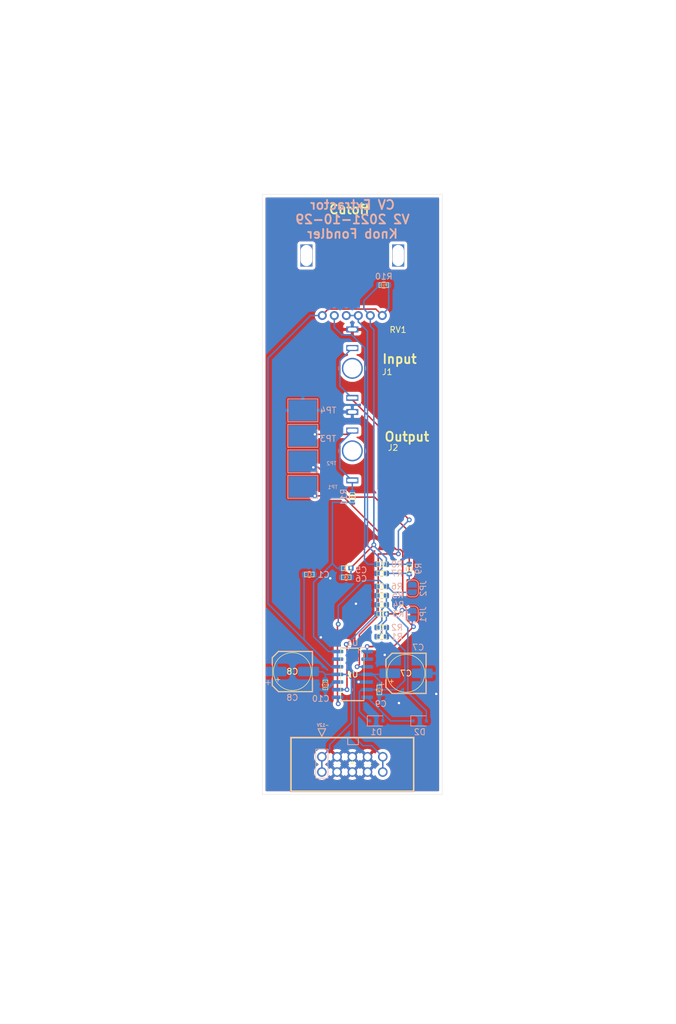
<source format=kicad_pcb>
(kicad_pcb (version 20171130) (host pcbnew 5.1.7-a382d34a8~88~ubuntu18.04.1)

  (general
    (thickness 1.6)
    (drawings 9)
    (tracks 251)
    (zones 0)
    (modules 31)
    (nets 19)
  )

  (page A4)
  (layers
    (0 F.Cu signal)
    (31 B.Cu signal)
    (32 B.Adhes user)
    (33 F.Adhes user)
    (34 B.Paste user)
    (35 F.Paste user)
    (36 B.SilkS user)
    (37 F.SilkS user)
    (38 B.Mask user)
    (39 F.Mask user)
    (40 Dwgs.User user)
    (41 Cmts.User user)
    (42 Eco1.User user)
    (43 Eco2.User user)
    (44 Edge.Cuts user)
    (45 Margin user)
    (46 B.CrtYd user)
    (47 F.CrtYd user)
    (48 B.Fab user hide)
    (49 F.Fab user hide)
  )

  (setup
    (last_trace_width 0.25)
    (user_trace_width 0.5)
    (trace_clearance 0.2)
    (zone_clearance 0.508)
    (zone_45_only no)
    (trace_min 0.2)
    (via_size 0.8)
    (via_drill 0.4)
    (via_min_size 0.4)
    (via_min_drill 0.3)
    (uvia_size 0.3)
    (uvia_drill 0.1)
    (uvias_allowed no)
    (uvia_min_size 0.2)
    (uvia_min_drill 0.1)
    (edge_width 0.05)
    (segment_width 0.2)
    (pcb_text_width 0.3)
    (pcb_text_size 1.5 1.5)
    (mod_edge_width 0.12)
    (mod_text_size 1 1)
    (mod_text_width 0.15)
    (pad_size 1.524 1.524)
    (pad_drill 0.762)
    (pad_to_mask_clearance 0.05)
    (aux_axis_origin 0 0)
    (visible_elements FFFFFF7F)
    (pcbplotparams
      (layerselection 0x010fc_ffffffff)
      (usegerberextensions false)
      (usegerberattributes true)
      (usegerberadvancedattributes true)
      (creategerberjobfile true)
      (excludeedgelayer true)
      (linewidth 0.100000)
      (plotframeref false)
      (viasonmask false)
      (mode 1)
      (useauxorigin false)
      (hpglpennumber 1)
      (hpglpenspeed 20)
      (hpglpendiameter 15.000000)
      (psnegative false)
      (psa4output false)
      (plotreference true)
      (plotvalue true)
      (plotinvisibletext false)
      (padsonsilk false)
      (subtractmaskfromsilk false)
      (outputformat 1)
      (mirror false)
      (drillshape 0)
      (scaleselection 1)
      (outputdirectory "gerbers/"))
  )

  (net 0 "")
  (net 1 "Net-(C1-Pad2)")
  (net 2 "Net-(D1-Pad1)")
  (net 3 "Net-(D1-Pad2)")
  (net 4 "Net-(D2-Pad2)")
  (net 5 GND)
  (net 6 "Net-(J1-Pad2)")
  (net 7 "Net-(R3-Pad1)")
  (net 8 +12V)
  (net 9 -12V)
  (net 10 "Net-(R7-Pad1)")
  (net 11 "Net-(R8-Pad1)")
  (net 12 "Net-(C5-Pad2)")
  (net 13 "Net-(C5-Pad1)")
  (net 14 "Net-(J2-Pad2)")
  (net 15 "Net-(JP1-Pad1)")
  (net 16 "Net-(JP1-Pad2)")
  (net 17 "Net-(JP2-Pad2)")
  (net 18 "Net-(JP2-Pad1)")

  (net_class Default "This is the default net class."
    (clearance 0.2)
    (trace_width 0.25)
    (via_dia 0.8)
    (via_drill 0.4)
    (uvia_dia 0.3)
    (uvia_drill 0.1)
    (add_net +12V)
    (add_net -12V)
    (add_net GND)
    (add_net "Net-(C1-Pad2)")
    (add_net "Net-(C5-Pad1)")
    (add_net "Net-(C5-Pad2)")
    (add_net "Net-(D1-Pad1)")
    (add_net "Net-(D1-Pad2)")
    (add_net "Net-(D2-Pad2)")
    (add_net "Net-(J1-Pad2)")
    (add_net "Net-(J2-Pad2)")
    (add_net "Net-(JP1-Pad1)")
    (add_net "Net-(JP1-Pad2)")
    (add_net "Net-(JP2-Pad1)")
    (add_net "Net-(JP2-Pad2)")
    (add_net "Net-(R3-Pad1)")
    (add_net "Net-(R7-Pad1)")
    (add_net "Net-(R8-Pad1)")
  )

  (module synth-components:mono-jack-thonk (layer F.Cu) (tedit 5FEBAE17) (tstamp 5FEC9A96)
    (at 100 62.75 180)
    (path /60053D36)
    (fp_text reference J2 (at -6.8 0.525) (layer F.SilkS)
      (effects (font (size 1 1) (thickness 0.15)))
    )
    (fp_text value mono-jack (at 3.556 0.635 90) (layer F.Fab)
      (effects (font (size 1 1) (thickness 0.15)))
    )
    (fp_line (start -4.5 -6) (end 4.5 -6) (layer F.CrtYd) (width 0.12))
    (fp_line (start -4.5 7.3) (end 4.5 7.3) (layer F.CrtYd) (width 0.12))
    (fp_line (start 4.5 -6) (end 4.5 7.3) (layer F.CrtYd) (width 0.12))
    (fp_line (start -4.5 -6) (end -4.5 7.3) (layer F.CrtYd) (width 0.12))
    (pad "" thru_hole circle (at 0 0 180) (size 3.5 3.5) (drill 3) (layers *.Cu *.Mask))
    (pad 3 thru_hole rect (at 0 -4.92 180) (size 2 1) (drill oval 1.7 0.5) (layers *.Cu *.Mask)
      (net 14 "Net-(J2-Pad2)"))
    (pad 2 thru_hole rect (at 0 3.38 180) (size 2 1) (drill oval 1.7 0.6) (layers *.Cu *.Mask)
      (net 14 "Net-(J2-Pad2)"))
    (pad 1 thru_hole rect (at 0 6.48 180) (size 2 1) (drill oval 1.5 0.6) (layers *.Cu *.Mask)
      (net 5 GND))
  )

  (module synth-components:dual-pot-P120 (layer F.Cu) (tedit 5FEBC1D0) (tstamp 5FEC22AB)
    (at 100 40.2)
    (path /60143A63)
    (fp_text reference RV1 (at 7.625 2.375) (layer F.SilkS)
      (effects (font (size 1 1) (thickness 0.15)))
    )
    (fp_text value 100k (at -0.127 -15.24) (layer F.Fab)
      (effects (font (size 1 1) (thickness 0.15)))
    )
    (fp_line (start -10 -16.2) (end 10 -16.2) (layer F.CrtYd) (width 0.12))
    (fp_line (start -10 1) (end 10 1) (layer F.CrtYd) (width 0.12))
    (fp_line (start 10 -16.2) (end 10 1) (layer F.CrtYd) (width 0.12))
    (fp_line (start -10 1) (end -10 -16.2) (layer F.CrtYd) (width 0.12))
    (pad "" thru_hole rect (at 7.65 -10) (size 2 3.7) (drill oval 1.9 3.5) (layers *.Cu *.Mask))
    (pad 6 thru_hole circle (at 5 0) (size 1.5 1.5) (drill 0.9) (layers *.Cu *.Mask)
      (net 1 "Net-(C1-Pad2)"))
    (pad 3 thru_hole circle (at 3 0) (size 1.5 1.5) (drill 0.9) (layers *.Cu *.Mask)
      (net 13 "Net-(C5-Pad1)"))
    (pad 2 thru_hole circle (at 1 0) (size 1.5 1.5) (drill 0.9) (layers *.Cu *.Mask)
      (net 10 "Net-(R7-Pad1)"))
    (pad 1 thru_hole circle (at -1 0) (size 1.5 1.5) (drill 0.9) (layers *.Cu *.Mask)
      (net 10 "Net-(R7-Pad1)"))
    (pad 4 thru_hole circle (at -3 0) (size 1.5 1.5) (drill 0.9) (layers *.Cu *.Mask)
      (net 11 "Net-(R8-Pad1)"))
    (pad 5 thru_hole circle (at -5 0) (size 1.5 1.5) (drill 0.9) (layers *.Cu *.Mask)
      (net 1 "Net-(C1-Pad2)"))
    (pad "" thru_hole rect (at -7.65 -10) (size 2 3.7) (drill oval 1.9 3.5) (layers *.Cu *.Mask))
  )

  (module Capacitor_SMD:CP_Elec_6.3x7.7 (layer B.Cu) (tedit 5BCA39D0) (tstamp 5FEC3C69)
    (at 108.95 99.822)
    (descr "SMD capacitor, aluminum electrolytic, Nichicon, 6.3x7.7mm")
    (tags "capacitor electrolytic")
    (path /5FF886FD)
    (attr smd)
    (fp_text reference C7 (at 2.05 -4.322) (layer B.SilkS)
      (effects (font (size 1 1) (thickness 0.15)) (justify mirror))
    )
    (fp_text value 100uF (at 5.334 0 90) (layer B.Fab)
      (effects (font (size 1 1) (thickness 0.15)) (justify mirror))
    )
    (fp_circle (center 0 0) (end 3.15 0) (layer F.SilkS) (width 0.1))
    (fp_line (start 3.3 3.3) (end 3.3 -3.3) (layer F.SilkS) (width 0.1))
    (fp_line (start -2.3 3.3) (end 3.3 3.3) (layer F.SilkS) (width 0.1))
    (fp_line (start -2.3 -3.3) (end 3.3 -3.3) (layer F.SilkS) (width 0.1))
    (fp_line (start -3.3 2.3) (end -3.3 -2.3) (layer F.SilkS) (width 0.1))
    (fp_line (start -3.3 2.3) (end -2.3 3.3) (layer F.SilkS) (width 0.1))
    (fp_line (start -3.3 -2.3) (end -2.3 -3.3) (layer F.SilkS) (width 0.1))
    (fp_line (start -2.704838 1.33) (end -2.074838 1.33) (layer F.SilkS) (width 0.1))
    (fp_line (start -2.389838 1.645) (end -2.389838 1.015) (layer F.SilkS) (width 0.1))
    (fp_line (start 3.41 -3.41) (end 3.41 -1.06) (layer B.SilkS) (width 0.12))
    (fp_line (start 3.41 3.41) (end 3.41 1.06) (layer B.SilkS) (width 0.12))
    (fp_line (start -2.345563 3.41) (end 3.41 3.41) (layer B.SilkS) (width 0.12))
    (fp_line (start -2.345563 -3.41) (end 3.41 -3.41) (layer B.SilkS) (width 0.12))
    (fp_line (start -3.41 -2.345563) (end -3.41 -1.06) (layer B.SilkS) (width 0.12))
    (fp_line (start -3.41 2.345563) (end -3.41 1.06) (layer B.SilkS) (width 0.12))
    (fp_line (start -3.41 2.345563) (end -2.345563 3.41) (layer B.SilkS) (width 0.12))
    (fp_line (start -3.41 -2.345563) (end -2.345563 -3.41) (layer B.SilkS) (width 0.12))
    (fp_line (start -4.4375 1.8475) (end -3.65 1.8475) (layer B.SilkS) (width 0.12))
    (fp_line (start -4.04375 2.24125) (end -4.04375 1.45375) (layer B.SilkS) (width 0.12))
    (fp_line (start 3.55 3.55) (end 3.55 1.05) (layer B.CrtYd) (width 0.05))
    (fp_line (start 3.55 1.05) (end 4.7 1.05) (layer B.CrtYd) (width 0.05))
    (fp_line (start 4.7 1.05) (end 4.7 -1.05) (layer B.CrtYd) (width 0.05))
    (fp_line (start 4.7 -1.05) (end 3.55 -1.05) (layer B.CrtYd) (width 0.05))
    (fp_line (start 3.55 -1.05) (end 3.55 -3.55) (layer B.CrtYd) (width 0.05))
    (fp_line (start -2.4 -3.55) (end 3.55 -3.55) (layer B.CrtYd) (width 0.05))
    (fp_line (start -2.4 3.55) (end 3.55 3.55) (layer B.CrtYd) (width 0.05))
    (fp_line (start -3.55 -2.4) (end -2.4 -3.55) (layer B.CrtYd) (width 0.05))
    (fp_line (start -3.55 2.4) (end -2.4 3.55) (layer B.CrtYd) (width 0.05))
    (fp_line (start -3.55 2.4) (end -3.55 1.05) (layer B.CrtYd) (width 0.05))
    (fp_line (start -3.55 -1.05) (end -3.55 -2.4) (layer B.CrtYd) (width 0.05))
    (fp_line (start -3.55 1.05) (end -4.7 1.05) (layer B.CrtYd) (width 0.05))
    (fp_line (start -4.7 1.05) (end -4.7 -1.05) (layer B.CrtYd) (width 0.05))
    (fp_line (start -4.7 -1.05) (end -3.55 -1.05) (layer B.CrtYd) (width 0.05))
    (fp_text user %R (at 0 0) (layer F.SilkS)
      (effects (font (size 1 1) (thickness 0.15)) (justify mirror))
    )
    (pad 2 smd roundrect (at 2.7 0) (size 3.5 1.6) (layers B.Cu B.Paste B.Mask) (roundrect_rratio 0.15625)
      (net 5 GND))
    (pad 1 smd roundrect (at -2.7 0) (size 3.5 1.6) (layers B.Cu B.Paste B.Mask) (roundrect_rratio 0.15625)
      (net 8 +12V))
    (model ${KISYS3DMOD}/Capacitor_SMD.3dshapes/CP_Elec_6.3x7.7.wrl
      (at (xyz 0 0 0))
      (scale (xyz 1 1 1))
      (rotate (xyz 0 0 0))
    )
  )

  (module Capacitor_SMD:CP_Elec_6.3x7.7 (layer B.Cu) (tedit 5BCA39D0) (tstamp 5FEC217B)
    (at 90 99.525)
    (descr "SMD capacitor, aluminum electrolytic, Nichicon, 6.3x7.7mm")
    (tags "capacitor electrolytic")
    (path /5FF8ABF5)
    (attr smd)
    (fp_text reference C8 (at 0 4.35) (layer B.SilkS)
      (effects (font (size 1 1) (thickness 0.15)) (justify mirror))
    )
    (fp_text value 100uF (at -5.842 -0.254 90) (layer B.Fab)
      (effects (font (size 1 1) (thickness 0.15)) (justify mirror))
    )
    (fp_circle (center 0 0) (end 3.15 0) (layer F.SilkS) (width 0.1))
    (fp_line (start 3.3 3.3) (end 3.3 -3.3) (layer F.SilkS) (width 0.1))
    (fp_line (start -2.3 3.3) (end 3.3 3.3) (layer F.SilkS) (width 0.1))
    (fp_line (start -2.3 -3.3) (end 3.3 -3.3) (layer F.SilkS) (width 0.1))
    (fp_line (start -3.3 2.3) (end -3.3 -2.3) (layer F.SilkS) (width 0.1))
    (fp_line (start -3.3 2.3) (end -2.3 3.3) (layer F.SilkS) (width 0.1))
    (fp_line (start -3.3 -2.3) (end -2.3 -3.3) (layer F.SilkS) (width 0.1))
    (fp_line (start -2.704838 1.33) (end -2.074838 1.33) (layer F.SilkS) (width 0.1))
    (fp_line (start -2.389838 1.645) (end -2.389838 1.015) (layer F.SilkS) (width 0.1))
    (fp_line (start 3.41 -3.41) (end 3.41 -1.06) (layer B.SilkS) (width 0.12))
    (fp_line (start 3.41 3.41) (end 3.41 1.06) (layer B.SilkS) (width 0.12))
    (fp_line (start -2.345563 3.41) (end 3.41 3.41) (layer B.SilkS) (width 0.12))
    (fp_line (start -2.345563 -3.41) (end 3.41 -3.41) (layer B.SilkS) (width 0.12))
    (fp_line (start -3.41 -2.345563) (end -3.41 -1.06) (layer B.SilkS) (width 0.12))
    (fp_line (start -3.41 2.345563) (end -3.41 1.06) (layer B.SilkS) (width 0.12))
    (fp_line (start -3.41 2.345563) (end -2.345563 3.41) (layer B.SilkS) (width 0.12))
    (fp_line (start -3.41 -2.345563) (end -2.345563 -3.41) (layer B.SilkS) (width 0.12))
    (fp_line (start -4.4375 1.8475) (end -3.65 1.8475) (layer B.SilkS) (width 0.12))
    (fp_line (start -4.04375 2.24125) (end -4.04375 1.45375) (layer B.SilkS) (width 0.12))
    (fp_line (start 3.55 3.55) (end 3.55 1.05) (layer B.CrtYd) (width 0.05))
    (fp_line (start 3.55 1.05) (end 4.7 1.05) (layer B.CrtYd) (width 0.05))
    (fp_line (start 4.7 1.05) (end 4.7 -1.05) (layer B.CrtYd) (width 0.05))
    (fp_line (start 4.7 -1.05) (end 3.55 -1.05) (layer B.CrtYd) (width 0.05))
    (fp_line (start 3.55 -1.05) (end 3.55 -3.55) (layer B.CrtYd) (width 0.05))
    (fp_line (start -2.4 -3.55) (end 3.55 -3.55) (layer B.CrtYd) (width 0.05))
    (fp_line (start -2.4 3.55) (end 3.55 3.55) (layer B.CrtYd) (width 0.05))
    (fp_line (start -3.55 -2.4) (end -2.4 -3.55) (layer B.CrtYd) (width 0.05))
    (fp_line (start -3.55 2.4) (end -2.4 3.55) (layer B.CrtYd) (width 0.05))
    (fp_line (start -3.55 2.4) (end -3.55 1.05) (layer B.CrtYd) (width 0.05))
    (fp_line (start -3.55 -1.05) (end -3.55 -2.4) (layer B.CrtYd) (width 0.05))
    (fp_line (start -3.55 1.05) (end -4.7 1.05) (layer B.CrtYd) (width 0.05))
    (fp_line (start -4.7 1.05) (end -4.7 -1.05) (layer B.CrtYd) (width 0.05))
    (fp_line (start -4.7 -1.05) (end -3.55 -1.05) (layer B.CrtYd) (width 0.05))
    (fp_text user %R (at 0 0) (layer F.SilkS)
      (effects (font (size 1 1) (thickness 0.15)) (justify mirror))
    )
    (pad 2 smd roundrect (at 2.7 0) (size 3.5 1.6) (layers B.Cu B.Paste B.Mask) (roundrect_rratio 0.15625)
      (net 9 -12V))
    (pad 1 smd roundrect (at -2.7 0) (size 3.5 1.6) (layers B.Cu B.Paste B.Mask) (roundrect_rratio 0.15625)
      (net 5 GND))
    (model ${KISYS3DMOD}/Capacitor_SMD.3dshapes/CP_Elec_6.3x7.7.wrl
      (at (xyz 0 0 0))
      (scale (xyz 1 1 1))
      (rotate (xyz 0 0 0))
    )
  )

  (module Capacitor_SMD:C_0603_1608Metric (layer B.Cu) (tedit 5B301BBE) (tstamp 5FEC218C)
    (at 104.5 102.5905 90)
    (descr "Capacitor SMD 0603 (1608 Metric), square (rectangular) end terminal, IPC_7351 nominal, (Body size source: http://www.tortai-tech.com/upload/download/2011102023233369053.pdf), generated with kicad-footprint-generator")
    (tags capacitor)
    (path /5FF83042)
    (attr smd)
    (fp_text reference C9 (at -2.3115 0.254 180) (layer B.SilkS)
      (effects (font (size 1 1) (thickness 0.15)) (justify mirror))
    )
    (fp_text value 1nF (at -3.5815 0.254) (layer B.Fab)
      (effects (font (size 1 1) (thickness 0.15)) (justify mirror))
    )
    (fp_line (start -0.8 -0.4) (end -0.8 0.4) (layer F.SilkS) (width 0.1))
    (fp_line (start -0.8 0.4) (end 0.8 0.4) (layer F.SilkS) (width 0.1))
    (fp_line (start 0.8 0.4) (end 0.8 -0.4) (layer F.SilkS) (width 0.1))
    (fp_line (start 0.8 -0.4) (end -0.8 -0.4) (layer F.SilkS) (width 0.1))
    (fp_line (start -0.162779 0.51) (end 0.162779 0.51) (layer B.SilkS) (width 0.12))
    (fp_line (start -0.162779 -0.51) (end 0.162779 -0.51) (layer B.SilkS) (width 0.12))
    (fp_line (start -1.48 -0.73) (end -1.48 0.73) (layer B.CrtYd) (width 0.05))
    (fp_line (start -1.48 0.73) (end 1.48 0.73) (layer B.CrtYd) (width 0.05))
    (fp_line (start 1.48 0.73) (end 1.48 -0.73) (layer B.CrtYd) (width 0.05))
    (fp_line (start 1.48 -0.73) (end -1.48 -0.73) (layer B.CrtYd) (width 0.05))
    (fp_text user %R (at 0 0 90) (layer F.SilkS)
      (effects (font (size 0.4 0.4) (thickness 0.06)) (justify mirror))
    )
    (pad 2 smd roundrect (at 0.7875 0 90) (size 0.875 0.95) (layers B.Cu B.Paste B.Mask) (roundrect_rratio 0.25)
      (net 8 +12V))
    (pad 1 smd roundrect (at -0.7875 0 90) (size 0.875 0.95) (layers B.Cu B.Paste B.Mask) (roundrect_rratio 0.25)
      (net 5 GND))
    (model ${KISYS3DMOD}/Capacitor_SMD.3dshapes/C_0603_1608Metric.wrl
      (at (xyz 0 0 0))
      (scale (xyz 1 1 1))
      (rotate (xyz 0 0 0))
    )
  )

  (module Capacitor_SMD:C_0603_1608Metric (layer B.Cu) (tedit 5B301BBE) (tstamp 5FEC3FC0)
    (at 95.5 101.75 270)
    (descr "Capacitor SMD 0603 (1608 Metric), square (rectangular) end terminal, IPC_7351 nominal, (Body size source: http://www.tortai-tech.com/upload/download/2011102023233369053.pdf), generated with kicad-footprint-generator")
    (tags capacitor)
    (path /5FF87BB6)
    (attr smd)
    (fp_text reference C10 (at 2.286 0.762 180) (layer B.SilkS)
      (effects (font (size 1 1) (thickness 0.15)) (justify mirror))
    )
    (fp_text value 1nF (at 3.556 0.508) (layer B.Fab)
      (effects (font (size 1 1) (thickness 0.15)) (justify mirror))
    )
    (fp_line (start -0.8 -0.4) (end -0.8 0.4) (layer F.SilkS) (width 0.1))
    (fp_line (start -0.8 0.4) (end 0.8 0.4) (layer F.SilkS) (width 0.1))
    (fp_line (start 0.8 0.4) (end 0.8 -0.4) (layer F.SilkS) (width 0.1))
    (fp_line (start 0.8 -0.4) (end -0.8 -0.4) (layer F.SilkS) (width 0.1))
    (fp_line (start -0.162779 0.51) (end 0.162779 0.51) (layer B.SilkS) (width 0.12))
    (fp_line (start -0.162779 -0.51) (end 0.162779 -0.51) (layer B.SilkS) (width 0.12))
    (fp_line (start -1.48 -0.73) (end -1.48 0.73) (layer B.CrtYd) (width 0.05))
    (fp_line (start -1.48 0.73) (end 1.48 0.73) (layer B.CrtYd) (width 0.05))
    (fp_line (start 1.48 0.73) (end 1.48 -0.73) (layer B.CrtYd) (width 0.05))
    (fp_line (start 1.48 -0.73) (end -1.48 -0.73) (layer B.CrtYd) (width 0.05))
    (fp_text user %R (at 0 0 90) (layer F.SilkS)
      (effects (font (size 0.4 0.4) (thickness 0.06)) (justify mirror))
    )
    (pad 2 smd roundrect (at 0.7875 0 270) (size 0.875 0.95) (layers B.Cu B.Paste B.Mask) (roundrect_rratio 0.25)
      (net 5 GND))
    (pad 1 smd roundrect (at -0.7875 0 270) (size 0.875 0.95) (layers B.Cu B.Paste B.Mask) (roundrect_rratio 0.25)
      (net 9 -12V))
    (model ${KISYS3DMOD}/Capacitor_SMD.3dshapes/C_0603_1608Metric.wrl
      (at (xyz 0 0 0))
      (scale (xyz 1 1 1))
      (rotate (xyz 0 0 0))
    )
  )

  (module synth-components:mono-jack-thonk (layer F.Cu) (tedit 5FEBAE17) (tstamp 6179053F)
    (at 100 49 180)
    (path /6004C979)
    (fp_text reference J1 (at -5.825 -0.6) (layer F.SilkS)
      (effects (font (size 1 1) (thickness 0.15)))
    )
    (fp_text value mono-jack (at 3.556 0.635 90) (layer F.Fab)
      (effects (font (size 1 1) (thickness 0.15)))
    )
    (fp_line (start -4.5 -6) (end 4.5 -6) (layer F.CrtYd) (width 0.12))
    (fp_line (start -4.5 7.3) (end 4.5 7.3) (layer F.CrtYd) (width 0.12))
    (fp_line (start 4.5 -6) (end 4.5 7.3) (layer F.CrtYd) (width 0.12))
    (fp_line (start -4.5 -6) (end -4.5 7.3) (layer F.CrtYd) (width 0.12))
    (pad "" thru_hole circle (at 0 0 180) (size 3.5 3.5) (drill 3) (layers *.Cu *.Mask))
    (pad 3 thru_hole rect (at 0 -4.92 180) (size 2 1) (drill oval 1.7 0.5) (layers *.Cu *.Mask)
      (net 6 "Net-(J1-Pad2)"))
    (pad 2 thru_hole rect (at 0 3.38 180) (size 2 1) (drill oval 1.7 0.6) (layers *.Cu *.Mask)
      (net 6 "Net-(J1-Pad2)"))
    (pad 1 thru_hole rect (at 0 6.48 180) (size 2 1) (drill oval 1.5 0.6) (layers *.Cu *.Mask)
      (net 5 GND))
  )

  (module synth-components:power_connector_10pos (layer B.Cu) (tedit 5FEBC582) (tstamp 5FEC2213)
    (at 100 115 180)
    (path /5FFC986F)
    (fp_text reference J3 (at 7.55 5.675) (layer B.SilkS) hide
      (effects (font (size 1 1) (thickness 0.15)) (justify mirror))
    )
    (fp_text value power_connector_10pos (at -4.92 -1.03) (layer B.SilkS) hide
      (effects (font (size 1 1) (thickness 0.15)) (justify mirror))
    )
    (fp_line (start 4.064 2.54) (end 4.318 2.54) (layer B.SilkS) (width 0.12))
    (fp_line (start 4.064 -2.286) (end 4.064 2.54) (layer B.SilkS) (width 0.12))
    (fp_line (start 6.096 -2.286) (end 4.064 -2.286) (layer B.SilkS) (width 0.12))
    (fp_line (start 6.096 2.54) (end 6.096 -2.286) (layer B.SilkS) (width 0.12))
    (fp_line (start 4.318 2.54) (end 6.096 2.54) (layer B.SilkS) (width 0.12))
    (fp_line (start 0.762 3.302) (end 0.762 4.572) (layer F.SilkS) (width 0.12))
    (fp_line (start -1.016 3.302) (end 0.762 3.302) (layer F.SilkS) (width 0.12))
    (fp_line (start -1.016 4.572) (end -1.016 3.302) (layer F.SilkS) (width 0.12))
    (fp_line (start 0.762 3.302) (end 0.762 4.572) (layer B.SilkS) (width 0.12))
    (fp_line (start -1.016 3.302) (end 0.762 3.302) (layer B.SilkS) (width 0.12))
    (fp_line (start -1.016 4.572) (end -1.016 3.302) (layer B.SilkS) (width 0.12))
    (fp_line (start 5.08 4.6736) (end 4.445 5.9436) (layer B.SilkS) (width 0.1524))
    (fp_line (start 4.445 5.9436) (end 5.715 5.9436) (layer B.SilkS) (width 0.1524))
    (fp_line (start 5.715 5.9436) (end 5.08 4.6736) (layer B.SilkS) (width 0.1524))
    (fp_line (start 5.08 4.6736) (end 4.445 5.9436) (layer F.SilkS) (width 0.1524))
    (fp_line (start 4.445 5.9436) (end 5.715 5.9436) (layer F.SilkS) (width 0.1524))
    (fp_line (start 5.715 5.9436) (end 5.08 4.6736) (layer F.SilkS) (width 0.1524))
    (fp_line (start -10.3124 -4.5466) (end 10.3124 -4.5466) (layer B.SilkS) (width 0.1524))
    (fp_line (start 10.3124 -4.5466) (end 10.3124 4.5466) (layer B.SilkS) (width 0.1524))
    (fp_line (start 10.3124 4.5466) (end -10.3124 4.5466) (layer B.SilkS) (width 0.1524))
    (fp_line (start -10.3124 4.5466) (end -10.3124 -4.5466) (layer B.SilkS) (width 0.1524))
    (fp_line (start -10.1854 -4.4196) (end 10.1854 -4.4196) (layer F.SilkS) (width 0.1524))
    (fp_line (start 10.1854 -4.4196) (end 10.1854 4.4196) (layer F.SilkS) (width 0.1524))
    (fp_line (start 10.1854 4.4196) (end -10.1854 4.4196) (layer F.SilkS) (width 0.1524))
    (fp_line (start -10.1854 4.4196) (end -10.1854 -4.4196) (layer F.SilkS) (width 0.1524))
    (fp_line (start -10.4394 4.6736) (end -10.4394 -4.6736) (layer B.CrtYd) (width 0.1524))
    (fp_line (start -10.4394 -4.6736) (end 10.4394 -4.6736) (layer B.CrtYd) (width 0.1524))
    (fp_line (start 10.4394 -4.6736) (end 10.4394 4.6736) (layer B.CrtYd) (width 0.1524))
    (fp_line (start 10.4394 4.6736) (end -10.4394 4.6736) (layer B.CrtYd) (width 0.1524))
    (fp_text user * (at 0 0) (layer F.SilkS)
      (effects (font (size 1 1) (thickness 0.15)) (justify mirror))
    )
    (fp_text user * (at 5.08 1.27) (layer B.SilkS)
      (effects (font (size 1 1) (thickness 0.15)) (justify mirror))
    )
    (fp_text user "Copyright 2016 Accelerated Designs. All rights reserved." (at 0 0) (layer Cmts.User)
      (effects (font (size 0.127 0.127) (thickness 0.002)))
    )
    (pad 10 thru_hole circle (at -5.08 -1.27 180) (size 1.6002 1.6002) (drill 1.0922) (layers *.Cu *.Mask)
      (net 8 +12V))
    (pad 9 thru_hole circle (at -5.08 1.27 180) (size 1.6002 1.6002) (drill 1.0922) (layers *.Cu *.Mask)
      (net 8 +12V))
    (pad 8 thru_hole circle (at -2.54 -1.27 180) (size 1.6002 1.6002) (drill 1.0922) (layers *.Cu *.Mask)
      (net 5 GND))
    (pad 7 thru_hole circle (at -2.54 1.27 180) (size 1.6002 1.6002) (drill 1.0922) (layers *.Cu *.Mask)
      (net 5 GND))
    (pad 6 thru_hole circle (at 0 -1.27 180) (size 1.6002 1.6002) (drill 1.0922) (layers *.Cu *.Mask)
      (net 5 GND))
    (pad 5 thru_hole circle (at 0 1.27 180) (size 1.6002 1.6002) (drill 1.0922) (layers *.Cu *.Mask)
      (net 5 GND))
    (pad 4 thru_hole circle (at 2.54 -1.27 180) (size 1.6002 1.6002) (drill 1.0922) (layers *.Cu *.Mask)
      (net 5 GND))
    (pad 3 thru_hole circle (at 2.54 1.27 180) (size 1.6002 1.6002) (drill 1.0922) (layers *.Cu *.Mask)
      (net 5 GND))
    (pad 2 thru_hole circle (at 5.08 -1.27 180) (size 1.6002 1.6002) (drill 1.0922) (layers *.Cu *.Mask)
      (net 9 -12V))
    (pad 1 thru_hole circle (at 5.08 1.27 180) (size 1.6002 1.6002) (drill 1.0922) (layers *.Cu *.Mask)
      (net 9 -12V))
  )

  (module Resistor_SMD:R_0603_1608Metric (layer B.Cu) (tedit 5B301BBD) (tstamp 5FEC50C8)
    (at 104.902 93.714 180)
    (descr "Resistor SMD 0603 (1608 Metric), square (rectangular) end terminal, IPC_7351 nominal, (Body size source: http://www.tortai-tech.com/upload/download/2011102023233369053.pdf), generated with kicad-footprint-generator")
    (tags resistor)
    (path /5FABED14)
    (attr smd)
    (fp_text reference R1 (at -2.54 0) (layer B.SilkS)
      (effects (font (size 1 1) (thickness 0.15)) (justify mirror))
    )
    (fp_text value 1k (at 2.452 7.089 90) (layer B.Fab)
      (effects (font (size 1 1) (thickness 0.15)) (justify mirror))
    )
    (fp_line (start -0.8 -0.4) (end -0.8 0.4) (layer F.SilkS) (width 0.1))
    (fp_line (start -0.8 0.4) (end 0.8 0.4) (layer F.SilkS) (width 0.1))
    (fp_line (start 0.8 0.4) (end 0.8 -0.4) (layer F.SilkS) (width 0.1))
    (fp_line (start 0.8 -0.4) (end -0.8 -0.4) (layer F.SilkS) (width 0.1))
    (fp_line (start -0.162779 0.51) (end 0.162779 0.51) (layer B.SilkS) (width 0.12))
    (fp_line (start -0.162779 -0.51) (end 0.162779 -0.51) (layer B.SilkS) (width 0.12))
    (fp_line (start -1.48 -0.73) (end -1.48 0.73) (layer B.CrtYd) (width 0.05))
    (fp_line (start -1.48 0.73) (end 1.48 0.73) (layer B.CrtYd) (width 0.05))
    (fp_line (start 1.48 0.73) (end 1.48 -0.73) (layer B.CrtYd) (width 0.05))
    (fp_line (start 1.48 -0.73) (end -1.48 -0.73) (layer B.CrtYd) (width 0.05))
    (fp_text user %R (at 0 0) (layer F.SilkS)
      (effects (font (size 0.4 0.4) (thickness 0.06)) (justify mirror))
    )
    (pad 2 smd roundrect (at 0.7875 0 180) (size 0.875 0.95) (layers B.Cu B.Paste B.Mask) (roundrect_rratio 0.25)
      (net 16 "Net-(JP1-Pad2)"))
    (pad 1 smd roundrect (at -0.7875 0 180) (size 0.875 0.95) (layers B.Cu B.Paste B.Mask) (roundrect_rratio 0.25)
      (net 2 "Net-(D1-Pad1)"))
    (model ${KISYS3DMOD}/Resistor_SMD.3dshapes/R_0603_1608Metric.wrl
      (at (xyz 0 0 0))
      (scale (xyz 1 1 1))
      (rotate (xyz 0 0 0))
    )
  )

  (module Resistor_SMD:R_0603_1608Metric (layer B.Cu) (tedit 5B301BBD) (tstamp 5FEC2235)
    (at 104.902 92.19)
    (descr "Resistor SMD 0603 (1608 Metric), square (rectangular) end terminal, IPC_7351 nominal, (Body size source: http://www.tortai-tech.com/upload/download/2011102023233369053.pdf), generated with kicad-footprint-generator")
    (tags resistor)
    (path /5FF6D2BF)
    (attr smd)
    (fp_text reference R2 (at 2.54 0) (layer B.SilkS)
      (effects (font (size 1 1) (thickness 0.15)) (justify mirror))
    )
    (fp_text value 1k (at -2.54 0) (layer B.Fab) hide
      (effects (font (size 1 1) (thickness 0.15)) (justify mirror))
    )
    (fp_line (start -0.8 -0.4) (end -0.8 0.4) (layer F.SilkS) (width 0.1))
    (fp_line (start -0.8 0.4) (end 0.8 0.4) (layer F.SilkS) (width 0.1))
    (fp_line (start 0.8 0.4) (end 0.8 -0.4) (layer F.SilkS) (width 0.1))
    (fp_line (start 0.8 -0.4) (end -0.8 -0.4) (layer F.SilkS) (width 0.1))
    (fp_line (start -0.162779 0.51) (end 0.162779 0.51) (layer B.SilkS) (width 0.12))
    (fp_line (start -0.162779 -0.51) (end 0.162779 -0.51) (layer B.SilkS) (width 0.12))
    (fp_line (start -1.48 -0.73) (end -1.48 0.73) (layer B.CrtYd) (width 0.05))
    (fp_line (start -1.48 0.73) (end 1.48 0.73) (layer B.CrtYd) (width 0.05))
    (fp_line (start 1.48 0.73) (end 1.48 -0.73) (layer B.CrtYd) (width 0.05))
    (fp_line (start 1.48 -0.73) (end -1.48 -0.73) (layer B.CrtYd) (width 0.05))
    (fp_text user %R (at 0 0) (layer F.SilkS)
      (effects (font (size 0.4 0.4) (thickness 0.06)) (justify mirror))
    )
    (pad 2 smd roundrect (at 0.7875 0) (size 0.875 0.95) (layers B.Cu B.Paste B.Mask) (roundrect_rratio 0.25)
      (net 2 "Net-(D1-Pad1)"))
    (pad 1 smd roundrect (at -0.7875 0) (size 0.875 0.95) (layers B.Cu B.Paste B.Mask) (roundrect_rratio 0.25)
      (net 4 "Net-(D2-Pad2)"))
    (model ${KISYS3DMOD}/Resistor_SMD.3dshapes/R_0603_1608Metric.wrl
      (at (xyz 0 0 0))
      (scale (xyz 1 1 1))
      (rotate (xyz 0 0 0))
    )
  )

  (module Resistor_SMD:R_0603_1608Metric (layer B.Cu) (tedit 5B301BBD) (tstamp 5FEC2246)
    (at 104.902 89.916)
    (descr "Resistor SMD 0603 (1608 Metric), square (rectangular) end terminal, IPC_7351 nominal, (Body size source: http://www.tortai-tech.com/upload/download/2011102023233369053.pdf), generated with kicad-footprint-generator")
    (tags resistor)
    (path /5FF6D934)
    (attr smd)
    (fp_text reference R3 (at 2.794 0) (layer B.SilkS)
      (effects (font (size 1 1) (thickness 0.15)) (justify mirror))
    )
    (fp_text value 1k (at -2.54 0) (layer B.Fab) hide
      (effects (font (size 1 1) (thickness 0.15)) (justify mirror))
    )
    (fp_line (start -0.8 -0.4) (end -0.8 0.4) (layer F.SilkS) (width 0.1))
    (fp_line (start -0.8 0.4) (end 0.8 0.4) (layer F.SilkS) (width 0.1))
    (fp_line (start 0.8 0.4) (end 0.8 -0.4) (layer F.SilkS) (width 0.1))
    (fp_line (start 0.8 -0.4) (end -0.8 -0.4) (layer F.SilkS) (width 0.1))
    (fp_line (start -0.162779 0.51) (end 0.162779 0.51) (layer B.SilkS) (width 0.12))
    (fp_line (start -0.162779 -0.51) (end 0.162779 -0.51) (layer B.SilkS) (width 0.12))
    (fp_line (start -1.48 -0.73) (end -1.48 0.73) (layer B.CrtYd) (width 0.05))
    (fp_line (start -1.48 0.73) (end 1.48 0.73) (layer B.CrtYd) (width 0.05))
    (fp_line (start 1.48 0.73) (end 1.48 -0.73) (layer B.CrtYd) (width 0.05))
    (fp_line (start 1.48 -0.73) (end -1.48 -0.73) (layer B.CrtYd) (width 0.05))
    (fp_text user %R (at 0 0) (layer F.SilkS)
      (effects (font (size 0.4 0.4) (thickness 0.06)) (justify mirror))
    )
    (pad 2 smd roundrect (at 0.7875 0) (size 0.875 0.95) (layers B.Cu B.Paste B.Mask) (roundrect_rratio 0.25)
      (net 16 "Net-(JP1-Pad2)"))
    (pad 1 smd roundrect (at -0.7875 0) (size 0.875 0.95) (layers B.Cu B.Paste B.Mask) (roundrect_rratio 0.25)
      (net 7 "Net-(R3-Pad1)"))
    (model ${KISYS3DMOD}/Resistor_SMD.3dshapes/R_0603_1608Metric.wrl
      (at (xyz 0 0 0))
      (scale (xyz 1 1 1))
      (rotate (xyz 0 0 0))
    )
  )

  (module Resistor_SMD:R_0603_1608Metric (layer B.Cu) (tedit 5B301BBD) (tstamp 5FEC2257)
    (at 104.902 88.392)
    (descr "Resistor SMD 0603 (1608 Metric), square (rectangular) end terminal, IPC_7351 nominal, (Body size source: http://www.tortai-tech.com/upload/download/2011102023233369053.pdf), generated with kicad-footprint-generator")
    (tags resistor)
    (path /5FF7198A)
    (attr smd)
    (fp_text reference R4 (at 2.794 0) (layer B.SilkS)
      (effects (font (size 1 1) (thickness 0.15)) (justify mirror))
    )
    (fp_text value 1k (at -2.54 0) (layer B.Fab) hide
      (effects (font (size 1 1) (thickness 0.15)) (justify mirror))
    )
    (fp_line (start -0.8 -0.4) (end -0.8 0.4) (layer F.SilkS) (width 0.1))
    (fp_line (start -0.8 0.4) (end 0.8 0.4) (layer F.SilkS) (width 0.1))
    (fp_line (start 0.8 0.4) (end 0.8 -0.4) (layer F.SilkS) (width 0.1))
    (fp_line (start 0.8 -0.4) (end -0.8 -0.4) (layer F.SilkS) (width 0.1))
    (fp_line (start -0.162779 0.51) (end 0.162779 0.51) (layer B.SilkS) (width 0.12))
    (fp_line (start -0.162779 -0.51) (end 0.162779 -0.51) (layer B.SilkS) (width 0.12))
    (fp_line (start -1.48 -0.73) (end -1.48 0.73) (layer B.CrtYd) (width 0.05))
    (fp_line (start -1.48 0.73) (end 1.48 0.73) (layer B.CrtYd) (width 0.05))
    (fp_line (start 1.48 0.73) (end 1.48 -0.73) (layer B.CrtYd) (width 0.05))
    (fp_line (start 1.48 -0.73) (end -1.48 -0.73) (layer B.CrtYd) (width 0.05))
    (fp_text user %R (at 0 0) (layer F.SilkS)
      (effects (font (size 0.4 0.4) (thickness 0.06)) (justify mirror))
    )
    (pad 2 smd roundrect (at 0.7875 0) (size 0.875 0.95) (layers B.Cu B.Paste B.Mask) (roundrect_rratio 0.25)
      (net 4 "Net-(D2-Pad2)"))
    (pad 1 smd roundrect (at -0.7875 0) (size 0.875 0.95) (layers B.Cu B.Paste B.Mask) (roundrect_rratio 0.25)
      (net 7 "Net-(R3-Pad1)"))
    (model ${KISYS3DMOD}/Resistor_SMD.3dshapes/R_0603_1608Metric.wrl
      (at (xyz 0 0 0))
      (scale (xyz 1 1 1))
      (rotate (xyz 0 0 0))
    )
  )

  (module Resistor_SMD:R_0603_1608Metric (layer B.Cu) (tedit 5B301BBD) (tstamp 5FEC2268)
    (at 104.902 86.868)
    (descr "Resistor SMD 0603 (1608 Metric), square (rectangular) end terminal, IPC_7351 nominal, (Body size source: http://www.tortai-tech.com/upload/download/2011102023233369053.pdf), generated with kicad-footprint-generator")
    (tags resistor)
    (path /5FF71D8D)
    (attr smd)
    (fp_text reference R5 (at 2.676999 -0.072999) (layer B.SilkS)
      (effects (font (size 1 1) (thickness 0.15)) (justify mirror))
    )
    (fp_text value 1k (at -2.3115 0) (layer B.Fab) hide
      (effects (font (size 1 1) (thickness 0.15)) (justify mirror))
    )
    (fp_line (start -0.8 -0.4) (end -0.8 0.4) (layer F.SilkS) (width 0.1))
    (fp_line (start -0.8 0.4) (end 0.8 0.4) (layer F.SilkS) (width 0.1))
    (fp_line (start 0.8 0.4) (end 0.8 -0.4) (layer F.SilkS) (width 0.1))
    (fp_line (start 0.8 -0.4) (end -0.8 -0.4) (layer F.SilkS) (width 0.1))
    (fp_line (start -0.162779 0.51) (end 0.162779 0.51) (layer B.SilkS) (width 0.12))
    (fp_line (start -0.162779 -0.51) (end 0.162779 -0.51) (layer B.SilkS) (width 0.12))
    (fp_line (start -1.48 -0.73) (end -1.48 0.73) (layer B.CrtYd) (width 0.05))
    (fp_line (start -1.48 0.73) (end 1.48 0.73) (layer B.CrtYd) (width 0.05))
    (fp_line (start 1.48 0.73) (end 1.48 -0.73) (layer B.CrtYd) (width 0.05))
    (fp_line (start 1.48 -0.73) (end -1.48 -0.73) (layer B.CrtYd) (width 0.05))
    (fp_text user %R (at 0 0) (layer F.SilkS)
      (effects (font (size 0.4 0.4) (thickness 0.06)) (justify mirror))
    )
    (pad 2 smd roundrect (at 0.7875 0) (size 0.875 0.95) (layers B.Cu B.Paste B.Mask) (roundrect_rratio 0.25)
      (net 4 "Net-(D2-Pad2)"))
    (pad 1 smd roundrect (at -0.7875 0) (size 0.875 0.95) (layers B.Cu B.Paste B.Mask) (roundrect_rratio 0.25)
      (net 7 "Net-(R3-Pad1)"))
    (model ${KISYS3DMOD}/Resistor_SMD.3dshapes/R_0603_1608Metric.wrl
      (at (xyz 0 0 0))
      (scale (xyz 1 1 1))
      (rotate (xyz 0 0 0))
    )
  )

  (module Resistor_SMD:R_0603_1608Metric (layer B.Cu) (tedit 5B301BBD) (tstamp 5FEC2279)
    (at 104.902 85.344 180)
    (descr "Resistor SMD 0603 (1608 Metric), square (rectangular) end terminal, IPC_7351 nominal, (Body size source: http://www.tortai-tech.com/upload/download/2011102023233369053.pdf), generated with kicad-footprint-generator")
    (tags resistor)
    (path /5FF6DCB9)
    (attr smd)
    (fp_text reference R6 (at -2.54 0) (layer B.SilkS)
      (effects (font (size 1 1) (thickness 0.15)) (justify mirror))
    )
    (fp_text value 1k (at 2.54 0) (layer B.Fab) hide
      (effects (font (size 1 1) (thickness 0.15)) (justify mirror))
    )
    (fp_line (start -0.8 -0.4) (end -0.8 0.4) (layer F.SilkS) (width 0.1))
    (fp_line (start -0.8 0.4) (end 0.8 0.4) (layer F.SilkS) (width 0.1))
    (fp_line (start 0.8 0.4) (end 0.8 -0.4) (layer F.SilkS) (width 0.1))
    (fp_line (start 0.8 -0.4) (end -0.8 -0.4) (layer F.SilkS) (width 0.1))
    (fp_line (start -0.162779 0.51) (end 0.162779 0.51) (layer B.SilkS) (width 0.12))
    (fp_line (start -0.162779 -0.51) (end 0.162779 -0.51) (layer B.SilkS) (width 0.12))
    (fp_line (start -1.48 -0.73) (end -1.48 0.73) (layer B.CrtYd) (width 0.05))
    (fp_line (start -1.48 0.73) (end 1.48 0.73) (layer B.CrtYd) (width 0.05))
    (fp_line (start 1.48 0.73) (end 1.48 -0.73) (layer B.CrtYd) (width 0.05))
    (fp_line (start 1.48 -0.73) (end -1.48 -0.73) (layer B.CrtYd) (width 0.05))
    (fp_text user %R (at 0 0) (layer F.SilkS)
      (effects (font (size 0.4 0.4) (thickness 0.06)) (justify mirror))
    )
    (pad 2 smd roundrect (at 0.7875 0 180) (size 0.875 0.95) (layers B.Cu B.Paste B.Mask) (roundrect_rratio 0.25)
      (net 7 "Net-(R3-Pad1)"))
    (pad 1 smd roundrect (at -0.7875 0 180) (size 0.875 0.95) (layers B.Cu B.Paste B.Mask) (roundrect_rratio 0.25)
      (net 18 "Net-(JP2-Pad1)"))
    (model ${KISYS3DMOD}/Resistor_SMD.3dshapes/R_0603_1608Metric.wrl
      (at (xyz 0 0 0))
      (scale (xyz 1 1 1))
      (rotate (xyz 0 0 0))
    )
  )

  (module Resistor_SMD:R_0603_1608Metric (layer B.Cu) (tedit 5B301BBD) (tstamp 5FEC228A)
    (at 104.902 83.17)
    (descr "Resistor SMD 0603 (1608 Metric), square (rectangular) end terminal, IPC_7351 nominal, (Body size source: http://www.tortai-tech.com/upload/download/2011102023233369053.pdf), generated with kicad-footprint-generator")
    (tags resistor)
    (path /600D23A3)
    (attr smd)
    (fp_text reference R7 (at 2.54 0) (layer B.SilkS)
      (effects (font (size 1 1) (thickness 0.15)) (justify mirror))
    )
    (fp_text value 2.2k (at -2.286 0) (layer B.Fab) hide
      (effects (font (size 1 1) (thickness 0.15)) (justify mirror))
    )
    (fp_line (start -0.8 -0.4) (end -0.8 0.4) (layer F.SilkS) (width 0.1))
    (fp_line (start -0.8 0.4) (end 0.8 0.4) (layer F.SilkS) (width 0.1))
    (fp_line (start 0.8 0.4) (end 0.8 -0.4) (layer F.SilkS) (width 0.1))
    (fp_line (start 0.8 -0.4) (end -0.8 -0.4) (layer F.SilkS) (width 0.1))
    (fp_line (start -0.162779 0.51) (end 0.162779 0.51) (layer B.SilkS) (width 0.12))
    (fp_line (start -0.162779 -0.51) (end 0.162779 -0.51) (layer B.SilkS) (width 0.12))
    (fp_line (start -1.48 -0.73) (end -1.48 0.73) (layer B.CrtYd) (width 0.05))
    (fp_line (start -1.48 0.73) (end 1.48 0.73) (layer B.CrtYd) (width 0.05))
    (fp_line (start 1.48 0.73) (end 1.48 -0.73) (layer B.CrtYd) (width 0.05))
    (fp_line (start 1.48 -0.73) (end -1.48 -0.73) (layer B.CrtYd) (width 0.05))
    (fp_text user %R (at 0 0) (layer F.SilkS)
      (effects (font (size 0.4 0.4) (thickness 0.06)) (justify mirror))
    )
    (pad 2 smd roundrect (at 0.7875 0) (size 0.875 0.95) (layers B.Cu B.Paste B.Mask) (roundrect_rratio 0.25)
      (net 17 "Net-(JP2-Pad2)"))
    (pad 1 smd roundrect (at -0.7875 0) (size 0.875 0.95) (layers B.Cu B.Paste B.Mask) (roundrect_rratio 0.25)
      (net 10 "Net-(R7-Pad1)"))
    (model ${KISYS3DMOD}/Resistor_SMD.3dshapes/R_0603_1608Metric.wrl
      (at (xyz 0 0 0))
      (scale (xyz 1 1 1))
      (rotate (xyz 0 0 0))
    )
  )

  (module Resistor_SMD:R_0603_1608Metric (layer B.Cu) (tedit 5B301BBD) (tstamp 5FEC229B)
    (at 104.902 81.646)
    (descr "Resistor SMD 0603 (1608 Metric), square (rectangular) end terminal, IPC_7351 nominal, (Body size source: http://www.tortai-tech.com/upload/download/2011102023233369053.pdf), generated with kicad-footprint-generator")
    (tags resistor)
    (path /600DA258)
    (attr smd)
    (fp_text reference R8 (at 2.54 0) (layer B.SilkS)
      (effects (font (size 1 1) (thickness 0.15)) (justify mirror))
    )
    (fp_text value 2.2k (at -2.286 0) (layer B.Fab) hide
      (effects (font (size 1 1) (thickness 0.15)) (justify mirror))
    )
    (fp_line (start -0.8 -0.4) (end -0.8 0.4) (layer F.SilkS) (width 0.1))
    (fp_line (start -0.8 0.4) (end 0.8 0.4) (layer F.SilkS) (width 0.1))
    (fp_line (start 0.8 0.4) (end 0.8 -0.4) (layer F.SilkS) (width 0.1))
    (fp_line (start 0.8 -0.4) (end -0.8 -0.4) (layer F.SilkS) (width 0.1))
    (fp_line (start -0.162779 0.51) (end 0.162779 0.51) (layer B.SilkS) (width 0.12))
    (fp_line (start -0.162779 -0.51) (end 0.162779 -0.51) (layer B.SilkS) (width 0.12))
    (fp_line (start -1.48 -0.73) (end -1.48 0.73) (layer B.CrtYd) (width 0.05))
    (fp_line (start -1.48 0.73) (end 1.48 0.73) (layer B.CrtYd) (width 0.05))
    (fp_line (start 1.48 0.73) (end 1.48 -0.73) (layer B.CrtYd) (width 0.05))
    (fp_line (start 1.48 -0.73) (end -1.48 -0.73) (layer B.CrtYd) (width 0.05))
    (fp_text user %R (at 0.190999 -0.064999) (layer F.SilkS)
      (effects (font (size 0.4 0.4) (thickness 0.06)) (justify mirror))
    )
    (pad 2 smd roundrect (at 0.7875 0) (size 0.875 0.95) (layers B.Cu B.Paste B.Mask) (roundrect_rratio 0.25)
      (net 13 "Net-(C5-Pad1)"))
    (pad 1 smd roundrect (at -0.7875 0) (size 0.875 0.95) (layers B.Cu B.Paste B.Mask) (roundrect_rratio 0.25)
      (net 11 "Net-(R8-Pad1)"))
    (model ${KISYS3DMOD}/Resistor_SMD.3dshapes/R_0603_1608Metric.wrl
      (at (xyz 0 0 0))
      (scale (xyz 1 1 1))
      (rotate (xyz 0 0 0))
    )
  )

  (module Package_SO:SOIC-14_3.9x8.7mm_P1.27mm (layer B.Cu) (tedit 5D9F72B1) (tstamp 5FEC2BBE)
    (at 100 100 180)
    (descr "SOIC, 14 Pin (JEDEC MS-012AB, https://www.analog.com/media/en/package-pcb-resources/package/pkg_pdf/soic_narrow-r/r_14.pdf), generated with kicad-footprint-generator ipc_gullwing_generator.py")
    (tags "SOIC SO")
    (path /5FA9D48F)
    (attr smd)
    (fp_text reference U1 (at 0 5.28) (layer B.SilkS)
      (effects (font (size 1 1) (thickness 0.15)) (justify mirror))
    )
    (fp_text value TL074 (at 0 -5.28) (layer B.Fab)
      (effects (font (size 1 1) (thickness 0.15)) (justify mirror))
    )
    (fp_line (start 0 -4.435) (end 1.95 -4.435) (layer B.SilkS) (width 0.12))
    (fp_line (start 0 -4.435) (end -1.95 -4.435) (layer B.SilkS) (width 0.12))
    (fp_line (start 0 4.435) (end 1.95 4.435) (layer B.SilkS) (width 0.12))
    (fp_line (start 0 4.435) (end -3.45 4.435) (layer B.SilkS) (width 0.12))
    (fp_line (start -0.975 4.325) (end 1.95 4.325) (layer F.SilkS) (width 0.1))
    (fp_line (start 1.95 4.325) (end 1.95 -4.325) (layer F.SilkS) (width 0.1))
    (fp_line (start 1.95 -4.325) (end -1.95 -4.325) (layer F.SilkS) (width 0.1))
    (fp_line (start -1.95 -4.325) (end -1.95 3.35) (layer F.SilkS) (width 0.1))
    (fp_line (start -1.95 3.35) (end -0.975 4.325) (layer F.SilkS) (width 0.1))
    (fp_line (start -3.7 4.58) (end -3.7 -4.58) (layer B.CrtYd) (width 0.05))
    (fp_line (start -3.7 -4.58) (end 3.7 -4.58) (layer B.CrtYd) (width 0.05))
    (fp_line (start 3.7 -4.58) (end 3.7 4.58) (layer B.CrtYd) (width 0.05))
    (fp_line (start 3.7 4.58) (end -3.7 4.58) (layer B.CrtYd) (width 0.05))
    (fp_text user %R (at 0 0) (layer F.SilkS)
      (effects (font (size 0.98 0.98) (thickness 0.15)) (justify mirror))
    )
    (pad 14 smd roundrect (at 2.475 3.81 180) (size 1.95 0.6) (layers B.Cu B.Paste B.Mask) (roundrect_rratio 0.25)
      (net 12 "Net-(C5-Pad2)"))
    (pad 13 smd roundrect (at 2.475 2.54 180) (size 1.95 0.6) (layers B.Cu B.Paste B.Mask) (roundrect_rratio 0.25)
      (net 12 "Net-(C5-Pad2)"))
    (pad 12 smd roundrect (at 2.475 1.27 180) (size 1.95 0.6) (layers B.Cu B.Paste B.Mask) (roundrect_rratio 0.25)
      (net 1 "Net-(C1-Pad2)"))
    (pad 11 smd roundrect (at 2.475 0 180) (size 1.95 0.6) (layers B.Cu B.Paste B.Mask) (roundrect_rratio 0.25)
      (net 9 -12V))
    (pad 10 smd roundrect (at 2.475 -1.27 180) (size 1.95 0.6) (layers B.Cu B.Paste B.Mask) (roundrect_rratio 0.25)
      (net 5 GND))
    (pad 9 smd roundrect (at 2.475 -2.54 180) (size 1.95 0.6) (layers B.Cu B.Paste B.Mask) (roundrect_rratio 0.25)
      (net 7 "Net-(R3-Pad1)"))
    (pad 8 smd roundrect (at 2.475 -3.81 180) (size 1.95 0.6) (layers B.Cu B.Paste B.Mask) (roundrect_rratio 0.25)
      (net 18 "Net-(JP2-Pad1)"))
    (pad 7 smd roundrect (at -2.475 -3.81 180) (size 1.95 0.6) (layers B.Cu B.Paste B.Mask) (roundrect_rratio 0.25)
      (net 3 "Net-(D1-Pad2)"))
    (pad 6 smd roundrect (at -2.475 -2.54 180) (size 1.95 0.6) (layers B.Cu B.Paste B.Mask) (roundrect_rratio 0.25)
      (net 2 "Net-(D1-Pad1)"))
    (pad 5 smd roundrect (at -2.475 -1.27 180) (size 1.95 0.6) (layers B.Cu B.Paste B.Mask) (roundrect_rratio 0.25)
      (net 5 GND))
    (pad 4 smd roundrect (at -2.475 0 180) (size 1.95 0.6) (layers B.Cu B.Paste B.Mask) (roundrect_rratio 0.25)
      (net 8 +12V))
    (pad 3 smd roundrect (at -2.475 1.27 180) (size 1.95 0.6) (layers B.Cu B.Paste B.Mask) (roundrect_rratio 0.25)
      (net 6 "Net-(J1-Pad2)"))
    (pad 2 smd roundrect (at -2.475 2.54 180) (size 1.95 0.6) (layers B.Cu B.Paste B.Mask) (roundrect_rratio 0.25)
      (net 15 "Net-(JP1-Pad1)"))
    (pad 1 smd roundrect (at -2.475 3.81 180) (size 1.95 0.6) (layers B.Cu B.Paste B.Mask) (roundrect_rratio 0.25)
      (net 15 "Net-(JP1-Pad1)"))
    (model ${KISYS3DMOD}/Package_SO.3dshapes/SOIC-14_3.9x8.7mm_P1.27mm.wrl
      (at (xyz 0 0 0))
      (scale (xyz 1 1 1))
      (rotate (xyz 0 0 0))
    )
  )

  (module Capacitor_SMD:C_0603_1608Metric (layer B.Cu) (tedit 5F68FEEE) (tstamp 6178F341)
    (at 92.825 83.35 180)
    (descr "Capacitor SMD 0603 (1608 Metric), square (rectangular) end terminal, IPC_7351 nominal, (Body size source: IPC-SM-782 page 76, https://www.pcb-3d.com/wordpress/wp-content/uploads/ipc-sm-782a_amendment_1_and_2.pdf), generated with kicad-footprint-generator")
    (tags capacitor)
    (path /5FEFF971)
    (attr smd)
    (fp_text reference C1 (at -2.4 -0.025) (layer B.SilkS)
      (effects (font (size 1 1) (thickness 0.15)) (justify mirror))
    )
    (fp_text value 10uF (at 0 -1.43) (layer B.Fab)
      (effects (font (size 1 1) (thickness 0.15)) (justify mirror))
    )
    (fp_line (start 1.48 -0.73) (end -1.48 -0.73) (layer B.CrtYd) (width 0.05))
    (fp_line (start 1.48 0.73) (end 1.48 -0.73) (layer B.CrtYd) (width 0.05))
    (fp_line (start -1.48 0.73) (end 1.48 0.73) (layer B.CrtYd) (width 0.05))
    (fp_line (start -1.48 -0.73) (end -1.48 0.73) (layer B.CrtYd) (width 0.05))
    (fp_line (start -0.14058 -0.51) (end 0.14058 -0.51) (layer B.SilkS) (width 0.12))
    (fp_line (start -0.14058 0.51) (end 0.14058 0.51) (layer B.SilkS) (width 0.12))
    (fp_line (start 0.8 -0.4) (end -0.8 -0.4) (layer F.SilkS) (width 0.1))
    (fp_line (start 0.8 0.4) (end 0.8 -0.4) (layer F.SilkS) (width 0.1))
    (fp_line (start -0.8 0.4) (end 0.8 0.4) (layer F.SilkS) (width 0.1))
    (fp_line (start -0.8 -0.4) (end -0.8 0.4) (layer F.SilkS) (width 0.1))
    (fp_text user %R (at 0 0) (layer F.SilkS)
      (effects (font (size 0.4 0.4) (thickness 0.06)) (justify mirror))
    )
    (pad 1 smd roundrect (at -0.775 0 180) (size 0.9 0.95) (layers B.Cu B.Paste B.Mask) (roundrect_rratio 0.25)
      (net 5 GND))
    (pad 2 smd roundrect (at 0.775 0 180) (size 0.9 0.95) (layers B.Cu B.Paste B.Mask) (roundrect_rratio 0.25)
      (net 1 "Net-(C1-Pad2)"))
    (model ${KISYS3DMOD}/Capacitor_SMD.3dshapes/C_0603_1608Metric.wrl
      (at (xyz 0 0 0))
      (scale (xyz 1 1 1))
      (rotate (xyz 0 0 0))
    )
  )

  (module Capacitor_SMD:C_0603_1608Metric (layer B.Cu) (tedit 5F68FEEE) (tstamp 6178F351)
    (at 99 82.3 180)
    (descr "Capacitor SMD 0603 (1608 Metric), square (rectangular) end terminal, IPC_7351 nominal, (Body size source: IPC-SM-782 page 76, https://www.pcb-3d.com/wordpress/wp-content/uploads/ipc-sm-782a_amendment_1_and_2.pdf), generated with kicad-footprint-generator")
    (tags capacitor)
    (path /5FF7D31D)
    (attr smd)
    (fp_text reference C5 (at -2.475 -0.325) (layer B.SilkS)
      (effects (font (size 1 1) (thickness 0.15)) (justify mirror))
    )
    (fp_text value 10uF (at 0 -1.43) (layer B.Fab)
      (effects (font (size 1 1) (thickness 0.15)) (justify mirror))
    )
    (fp_line (start -0.8 -0.4) (end -0.8 0.4) (layer F.SilkS) (width 0.1))
    (fp_line (start -0.8 0.4) (end 0.8 0.4) (layer F.SilkS) (width 0.1))
    (fp_line (start 0.8 0.4) (end 0.8 -0.4) (layer F.SilkS) (width 0.1))
    (fp_line (start 0.8 -0.4) (end -0.8 -0.4) (layer F.SilkS) (width 0.1))
    (fp_line (start -0.14058 0.51) (end 0.14058 0.51) (layer B.SilkS) (width 0.12))
    (fp_line (start -0.14058 -0.51) (end 0.14058 -0.51) (layer B.SilkS) (width 0.12))
    (fp_line (start -1.48 -0.73) (end -1.48 0.73) (layer B.CrtYd) (width 0.05))
    (fp_line (start -1.48 0.73) (end 1.48 0.73) (layer B.CrtYd) (width 0.05))
    (fp_line (start 1.48 0.73) (end 1.48 -0.73) (layer B.CrtYd) (width 0.05))
    (fp_line (start 1.48 -0.73) (end -1.48 -0.73) (layer B.CrtYd) (width 0.05))
    (fp_text user %R (at 0 0) (layer F.SilkS)
      (effects (font (size 0.4 0.4) (thickness 0.06)) (justify mirror))
    )
    (pad 2 smd roundrect (at 0.775 0 180) (size 0.9 0.95) (layers B.Cu B.Paste B.Mask) (roundrect_rratio 0.25)
      (net 12 "Net-(C5-Pad2)"))
    (pad 1 smd roundrect (at -0.775 0 180) (size 0.9 0.95) (layers B.Cu B.Paste B.Mask) (roundrect_rratio 0.25)
      (net 13 "Net-(C5-Pad1)"))
    (model ${KISYS3DMOD}/Capacitor_SMD.3dshapes/C_0603_1608Metric.wrl
      (at (xyz 0 0 0))
      (scale (xyz 1 1 1))
      (rotate (xyz 0 0 0))
    )
  )

  (module Capacitor_SMD:C_0603_1608Metric (layer B.Cu) (tedit 5F68FEEE) (tstamp 6178F361)
    (at 99 83.825 180)
    (descr "Capacitor SMD 0603 (1608 Metric), square (rectangular) end terminal, IPC_7351 nominal, (Body size source: IPC-SM-782 page 76, https://www.pcb-3d.com/wordpress/wp-content/uploads/ipc-sm-782a_amendment_1_and_2.pdf), generated with kicad-footprint-generator")
    (tags capacitor)
    (path /600F6812)
    (attr smd)
    (fp_text reference C6 (at -2.475 -0.225) (layer B.SilkS)
      (effects (font (size 1 1) (thickness 0.15)) (justify mirror))
    )
    (fp_text value 10uF (at 0 -1.43) (layer B.Fab)
      (effects (font (size 1 1) (thickness 0.15)) (justify mirror))
    )
    (fp_line (start 1.48 -0.73) (end -1.48 -0.73) (layer B.CrtYd) (width 0.05))
    (fp_line (start 1.48 0.73) (end 1.48 -0.73) (layer B.CrtYd) (width 0.05))
    (fp_line (start -1.48 0.73) (end 1.48 0.73) (layer B.CrtYd) (width 0.05))
    (fp_line (start -1.48 -0.73) (end -1.48 0.73) (layer B.CrtYd) (width 0.05))
    (fp_line (start -0.14058 -0.51) (end 0.14058 -0.51) (layer B.SilkS) (width 0.12))
    (fp_line (start -0.14058 0.51) (end 0.14058 0.51) (layer B.SilkS) (width 0.12))
    (fp_line (start 0.8 -0.4) (end -0.8 -0.4) (layer F.SilkS) (width 0.1))
    (fp_line (start 0.8 0.4) (end 0.8 -0.4) (layer F.SilkS) (width 0.1))
    (fp_line (start -0.8 0.4) (end 0.8 0.4) (layer F.SilkS) (width 0.1))
    (fp_line (start -0.8 -0.4) (end -0.8 0.4) (layer F.SilkS) (width 0.1))
    (fp_text user %R (at 0 0) (layer F.SilkS)
      (effects (font (size 0.4 0.4) (thickness 0.06)) (justify mirror))
    )
    (pad 1 smd roundrect (at -0.775 0 180) (size 0.9 0.95) (layers B.Cu B.Paste B.Mask) (roundrect_rratio 0.25)
      (net 13 "Net-(C5-Pad1)"))
    (pad 2 smd roundrect (at 0.775 0 180) (size 0.9 0.95) (layers B.Cu B.Paste B.Mask) (roundrect_rratio 0.25)
      (net 12 "Net-(C5-Pad2)"))
    (model ${KISYS3DMOD}/Capacitor_SMD.3dshapes/C_0603_1608Metric.wrl
      (at (xyz 0 0 0))
      (scale (xyz 1 1 1))
      (rotate (xyz 0 0 0))
    )
  )

  (module Jumper:SolderJumper-2_P1.3mm_Open_RoundedPad1.0x1.5mm (layer B.Cu) (tedit 5B391E66) (tstamp 6178F382)
    (at 110 90.025 90)
    (descr "SMD Solder Jumper, 1x1.5mm, rounded Pads, 0.3mm gap, open")
    (tags "solder jumper open")
    (path /617AAB9D)
    (attr virtual)
    (fp_text reference JP1 (at 0 1.8 90) (layer B.SilkS)
      (effects (font (size 1 1) (thickness 0.15)) (justify mirror))
    )
    (fp_text value SolderJumper_2_Bridged (at 0 -1.9 90) (layer B.Fab)
      (effects (font (size 1 1) (thickness 0.15)) (justify mirror))
    )
    (fp_line (start 1.65 -1.25) (end -1.65 -1.25) (layer B.CrtYd) (width 0.05))
    (fp_line (start 1.65 -1.25) (end 1.65 1.25) (layer B.CrtYd) (width 0.05))
    (fp_line (start -1.65 1.25) (end -1.65 -1.25) (layer B.CrtYd) (width 0.05))
    (fp_line (start -1.65 1.25) (end 1.65 1.25) (layer B.CrtYd) (width 0.05))
    (fp_line (start -0.7 1) (end 0.7 1) (layer B.SilkS) (width 0.12))
    (fp_line (start 1.4 0.3) (end 1.4 -0.3) (layer B.SilkS) (width 0.12))
    (fp_line (start 0.7 -1) (end -0.7 -1) (layer B.SilkS) (width 0.12))
    (fp_line (start -1.4 -0.3) (end -1.4 0.3) (layer B.SilkS) (width 0.12))
    (fp_arc (start 0.7 0.3) (end 1.4 0.3) (angle 90) (layer B.SilkS) (width 0.12))
    (fp_arc (start 0.7 -0.3) (end 0.7 -1) (angle 90) (layer B.SilkS) (width 0.12))
    (fp_arc (start -0.7 -0.3) (end -1.4 -0.3) (angle 90) (layer B.SilkS) (width 0.12))
    (fp_arc (start -0.7 0.3) (end -0.7 1) (angle 90) (layer B.SilkS) (width 0.12))
    (pad 1 smd custom (at -0.65 0 90) (size 1 0.5) (layers B.Cu B.Mask)
      (net 15 "Net-(JP1-Pad1)") (zone_connect 2)
      (options (clearance outline) (anchor rect))
      (primitives
        (gr_circle (center 0 -0.25) (end 0.5 -0.25) (width 0))
        (gr_circle (center 0 0.25) (end 0.5 0.25) (width 0))
        (gr_poly (pts
           (xy 0 0.75) (xy 0.5 0.75) (xy 0.5 -0.75) (xy 0 -0.75)) (width 0))
      ))
    (pad 2 smd custom (at 0.65 0 90) (size 1 0.5) (layers B.Cu B.Mask)
      (net 16 "Net-(JP1-Pad2)") (zone_connect 2)
      (options (clearance outline) (anchor rect))
      (primitives
        (gr_circle (center 0 -0.25) (end 0.5 -0.25) (width 0))
        (gr_circle (center 0 0.25) (end 0.5 0.25) (width 0))
        (gr_poly (pts
           (xy 0 0.75) (xy -0.5 0.75) (xy -0.5 -0.75) (xy 0 -0.75)) (width 0))
      ))
  )

  (module Jumper:SolderJumper-2_P1.3mm_Open_RoundedPad1.0x1.5mm (layer B.Cu) (tedit 5B391E66) (tstamp 6178F394)
    (at 110.025 85.675 90)
    (descr "SMD Solder Jumper, 1x1.5mm, rounded Pads, 0.3mm gap, open")
    (tags "solder jumper open")
    (path /617DE134)
    (attr virtual)
    (fp_text reference JP2 (at 0 1.8 90) (layer B.SilkS)
      (effects (font (size 1 1) (thickness 0.15)) (justify mirror))
    )
    (fp_text value SolderJumper_2_Bridged (at 0 -1.9 90) (layer B.Fab)
      (effects (font (size 1 1) (thickness 0.15)) (justify mirror))
    )
    (fp_line (start -1.4 -0.3) (end -1.4 0.3) (layer B.SilkS) (width 0.12))
    (fp_line (start 0.7 -1) (end -0.7 -1) (layer B.SilkS) (width 0.12))
    (fp_line (start 1.4 0.3) (end 1.4 -0.3) (layer B.SilkS) (width 0.12))
    (fp_line (start -0.7 1) (end 0.7 1) (layer B.SilkS) (width 0.12))
    (fp_line (start -1.65 1.25) (end 1.65 1.25) (layer B.CrtYd) (width 0.05))
    (fp_line (start -1.65 1.25) (end -1.65 -1.25) (layer B.CrtYd) (width 0.05))
    (fp_line (start 1.65 -1.25) (end 1.65 1.25) (layer B.CrtYd) (width 0.05))
    (fp_line (start 1.65 -1.25) (end -1.65 -1.25) (layer B.CrtYd) (width 0.05))
    (fp_arc (start -0.7 0.3) (end -0.7 1) (angle 90) (layer B.SilkS) (width 0.12))
    (fp_arc (start -0.7 -0.3) (end -1.4 -0.3) (angle 90) (layer B.SilkS) (width 0.12))
    (fp_arc (start 0.7 -0.3) (end 0.7 -1) (angle 90) (layer B.SilkS) (width 0.12))
    (fp_arc (start 0.7 0.3) (end 1.4 0.3) (angle 90) (layer B.SilkS) (width 0.12))
    (pad 2 smd custom (at 0.65 0 90) (size 1 0.5) (layers B.Cu B.Mask)
      (net 17 "Net-(JP2-Pad2)") (zone_connect 2)
      (options (clearance outline) (anchor rect))
      (primitives
        (gr_circle (center 0 -0.25) (end 0.5 -0.25) (width 0))
        (gr_circle (center 0 0.25) (end 0.5 0.25) (width 0))
        (gr_poly (pts
           (xy 0 0.75) (xy -0.5 0.75) (xy -0.5 -0.75) (xy 0 -0.75)) (width 0))
      ))
    (pad 1 smd custom (at -0.65 0 90) (size 1 0.5) (layers B.Cu B.Mask)
      (net 18 "Net-(JP2-Pad1)") (zone_connect 2)
      (options (clearance outline) (anchor rect))
      (primitives
        (gr_circle (center 0 -0.25) (end 0.5 -0.25) (width 0))
        (gr_circle (center 0 0.25) (end 0.5 0.25) (width 0))
        (gr_poly (pts
           (xy 0 0.75) (xy 0.5 0.75) (xy 0.5 -0.75) (xy 0 -0.75)) (width 0))
      ))
  )

  (module Resistor_SMD:R_0603_1608Metric (layer B.Cu) (tedit 5F68FEEE) (tstamp 6178F674)
    (at 109.5 82.45 270)
    (descr "Resistor SMD 0603 (1608 Metric), square (rectangular) end terminal, IPC_7351 nominal, (Body size source: IPC-SM-782 page 72, https://www.pcb-3d.com/wordpress/wp-content/uploads/ipc-sm-782a_amendment_1_and_2.pdf), generated with kicad-footprint-generator")
    (tags resistor)
    (path /617A6FE1)
    (attr smd)
    (fp_text reference R9 (at -0.075 -1.525 90) (layer B.SilkS)
      (effects (font (size 1 1) (thickness 0.15)) (justify mirror))
    )
    (fp_text value 100k (at 0 -1.43 90) (layer B.Fab)
      (effects (font (size 1 1) (thickness 0.15)) (justify mirror))
    )
    (fp_line (start -0.8 -0.4125) (end -0.8 0.4125) (layer F.SilkS) (width 0.1))
    (fp_line (start -0.8 0.4125) (end 0.8 0.4125) (layer F.SilkS) (width 0.1))
    (fp_line (start 0.8 0.4125) (end 0.8 -0.4125) (layer F.SilkS) (width 0.1))
    (fp_line (start 0.8 -0.4125) (end -0.8 -0.4125) (layer F.SilkS) (width 0.1))
    (fp_line (start -0.237258 0.5225) (end 0.237258 0.5225) (layer B.SilkS) (width 0.12))
    (fp_line (start -0.237258 -0.5225) (end 0.237258 -0.5225) (layer B.SilkS) (width 0.12))
    (fp_line (start -1.48 -0.73) (end -1.48 0.73) (layer B.CrtYd) (width 0.05))
    (fp_line (start -1.48 0.73) (end 1.48 0.73) (layer B.CrtYd) (width 0.05))
    (fp_line (start 1.48 0.73) (end 1.48 -0.73) (layer B.CrtYd) (width 0.05))
    (fp_line (start 1.48 -0.73) (end -1.48 -0.73) (layer B.CrtYd) (width 0.05))
    (fp_text user %R (at 0 0 90) (layer F.SilkS)
      (effects (font (size 0.4 0.4) (thickness 0.06)) (justify mirror))
    )
    (pad 2 smd roundrect (at 0.825 0 270) (size 0.8 0.95) (layers B.Cu B.Paste B.Mask) (roundrect_rratio 0.25)
      (net 17 "Net-(JP2-Pad2)"))
    (pad 1 smd roundrect (at -0.825 0 270) (size 0.8 0.95) (layers B.Cu B.Paste B.Mask) (roundrect_rratio 0.25)
      (net 13 "Net-(C5-Pad1)"))
    (model ${KISYS3DMOD}/Resistor_SMD.3dshapes/R_0603_1608Metric.wrl
      (at (xyz 0 0 0))
      (scale (xyz 1 1 1))
      (rotate (xyz 0 0 0))
    )
  )

  (module Resistor_SMD:R_0603_1608Metric (layer B.Cu) (tedit 5F68FEEE) (tstamp 6178F3B6)
    (at 105.25 35.125 180)
    (descr "Resistor SMD 0603 (1608 Metric), square (rectangular) end terminal, IPC_7351 nominal, (Body size source: IPC-SM-782 page 72, https://www.pcb-3d.com/wordpress/wp-content/uploads/ipc-sm-782a_amendment_1_and_2.pdf), generated with kicad-footprint-generator")
    (tags resistor)
    (path /617AEAD5)
    (attr smd)
    (fp_text reference R10 (at 0 1.43) (layer B.SilkS)
      (effects (font (size 1 1) (thickness 0.15)) (justify mirror))
    )
    (fp_text value 100k (at 0 -1.43) (layer B.Fab)
      (effects (font (size 1 1) (thickness 0.15)) (justify mirror))
    )
    (fp_line (start 1.48 -0.73) (end -1.48 -0.73) (layer B.CrtYd) (width 0.05))
    (fp_line (start 1.48 0.73) (end 1.48 -0.73) (layer B.CrtYd) (width 0.05))
    (fp_line (start -1.48 0.73) (end 1.48 0.73) (layer B.CrtYd) (width 0.05))
    (fp_line (start -1.48 -0.73) (end -1.48 0.73) (layer B.CrtYd) (width 0.05))
    (fp_line (start -0.237258 -0.5225) (end 0.237258 -0.5225) (layer B.SilkS) (width 0.12))
    (fp_line (start -0.237258 0.5225) (end 0.237258 0.5225) (layer B.SilkS) (width 0.12))
    (fp_line (start 0.8 -0.4125) (end -0.8 -0.4125) (layer F.SilkS) (width 0.1))
    (fp_line (start 0.8 0.4125) (end 0.8 -0.4125) (layer F.SilkS) (width 0.1))
    (fp_line (start -0.8 0.4125) (end 0.8 0.4125) (layer F.SilkS) (width 0.1))
    (fp_line (start -0.8 -0.4125) (end -0.8 0.4125) (layer F.SilkS) (width 0.1))
    (fp_text user %R (at 0 0) (layer F.SilkS)
      (effects (font (size 0.4 0.4) (thickness 0.06)) (justify mirror))
    )
    (pad 1 smd roundrect (at -0.825 0 180) (size 0.8 0.95) (layers B.Cu B.Paste B.Mask) (roundrect_rratio 0.25)
      (net 1 "Net-(C1-Pad2)"))
    (pad 2 smd roundrect (at 0.825 0 180) (size 0.8 0.95) (layers B.Cu B.Paste B.Mask) (roundrect_rratio 0.25)
      (net 13 "Net-(C5-Pad1)"))
    (model ${KISYS3DMOD}/Resistor_SMD.3dshapes/R_0603_1608Metric.wrl
      (at (xyz 0 0 0))
      (scale (xyz 1 1 1))
      (rotate (xyz 0 0 0))
    )
  )

  (module Resistor_SMD:R_0603_1608Metric (layer B.Cu) (tedit 5F68FEEE) (tstamp 6178F3C7)
    (at 100 70.5 270)
    (descr "Resistor SMD 0603 (1608 Metric), square (rectangular) end terminal, IPC_7351 nominal, (Body size source: IPC-SM-782 page 72, https://www.pcb-3d.com/wordpress/wp-content/uploads/ipc-sm-782a_amendment_1_and_2.pdf), generated with kicad-footprint-generator")
    (tags resistor)
    (path /6179DEDF)
    (attr smd)
    (fp_text reference R11 (at 0 1.43 90) (layer B.SilkS)
      (effects (font (size 1 1) (thickness 0.15)) (justify mirror))
    )
    (fp_text value 1k (at 0 -1.43 90) (layer B.Fab)
      (effects (font (size 1 1) (thickness 0.15)) (justify mirror))
    )
    (fp_line (start 1.48 -0.73) (end -1.48 -0.73) (layer B.CrtYd) (width 0.05))
    (fp_line (start 1.48 0.73) (end 1.48 -0.73) (layer B.CrtYd) (width 0.05))
    (fp_line (start -1.48 0.73) (end 1.48 0.73) (layer B.CrtYd) (width 0.05))
    (fp_line (start -1.48 -0.73) (end -1.48 0.73) (layer B.CrtYd) (width 0.05))
    (fp_line (start -0.237258 -0.5225) (end 0.237258 -0.5225) (layer B.SilkS) (width 0.12))
    (fp_line (start -0.237258 0.5225) (end 0.237258 0.5225) (layer B.SilkS) (width 0.12))
    (fp_line (start 0.8 -0.4125) (end -0.8 -0.4125) (layer F.SilkS) (width 0.1))
    (fp_line (start 0.8 0.4125) (end 0.8 -0.4125) (layer F.SilkS) (width 0.1))
    (fp_line (start -0.8 0.4125) (end 0.8 0.4125) (layer F.SilkS) (width 0.1))
    (fp_line (start -0.8 -0.4125) (end -0.8 0.4125) (layer F.SilkS) (width 0.1))
    (fp_text user %R (at 0 0 90) (layer F.SilkS)
      (effects (font (size 0.4 0.4) (thickness 0.06)) (justify mirror))
    )
    (pad 1 smd roundrect (at -0.825 0 270) (size 0.8 0.95) (layers B.Cu B.Paste B.Mask) (roundrect_rratio 0.25)
      (net 14 "Net-(J2-Pad2)"))
    (pad 2 smd roundrect (at 0.825 0 270) (size 0.8 0.95) (layers B.Cu B.Paste B.Mask) (roundrect_rratio 0.25)
      (net 12 "Net-(C5-Pad2)"))
    (model ${KISYS3DMOD}/Resistor_SMD.3dshapes/R_0603_1608Metric.wrl
      (at (xyz 0 0 0))
      (scale (xyz 1 1 1))
      (rotate (xyz 0 0 0))
    )
  )

  (module matterwave:TestPoint_TP107 (layer B.Cu) (tedit 615664E3) (tstamp 6178F3D5)
    (at 91.75 68.75)
    (descr "SMD rectangular pad as test Point, square 2.5mm side length")
    (tags "test point SMD pad rectangle square")
    (path /6177D515)
    (attr virtual)
    (fp_text reference TP1 (at 4.975 0.05 180) (layer B.SilkS)
      (effects (font (size 0.6 0.6) (thickness 0.1)) (justify mirror))
    )
    (fp_text value Input (at 0 -3) (layer B.Fab) hide
      (effects (font (size 1 1) (thickness 0.15)) (justify mirror))
    )
    (fp_line (start -2.5 1.9) (end 2.5 1.9) (layer B.SilkS) (width 0.12))
    (fp_line (start 2.5 1.9) (end 2.5 -1.9) (layer B.SilkS) (width 0.12))
    (fp_line (start 2.5 -1.9) (end -2.5 -1.9) (layer B.SilkS) (width 0.12))
    (fp_line (start -2.5 -1.9) (end -2.5 1.9) (layer B.SilkS) (width 0.12))
    (fp_line (start -2.65 2) (end 2.65 2) (layer B.CrtYd) (width 0.05))
    (fp_line (start -2.65 2) (end -2.65 -2) (layer B.CrtYd) (width 0.05))
    (fp_line (start 2.65 -2) (end 2.65 2) (layer B.CrtYd) (width 0.05))
    (fp_line (start 2.65 -2) (end -2.65 -2) (layer B.CrtYd) (width 0.05))
    (fp_text user %R (at 0 2.75) (layer F.SilkS) hide
      (effects (font (size 1 1) (thickness 0.15)) (justify mirror))
    )
    (pad 1 smd rect (at 0 0) (size 4.7 3.5) (layers B.Cu B.Mask)
      (net 15 "Net-(JP1-Pad1)"))
  )

  (module matterwave:TestPoint_TP107 (layer B.Cu) (tedit 615664E3) (tstamp 6178F3E3)
    (at 91.75 64.5)
    (descr "SMD rectangular pad as test Point, square 2.5mm side length")
    (tags "test point SMD pad rectangle square")
    (path /6177E849)
    (attr virtual)
    (fp_text reference TP2 (at 4.775 0.35) (layer B.SilkS)
      (effects (font (size 0.6 0.6) (thickness 0.1)) (justify mirror))
    )
    (fp_text value Abs (at 0 -3) (layer B.Fab) hide
      (effects (font (size 1 1) (thickness 0.15)) (justify mirror))
    )
    (fp_line (start 2.65 -2) (end -2.65 -2) (layer B.CrtYd) (width 0.05))
    (fp_line (start 2.65 -2) (end 2.65 2) (layer B.CrtYd) (width 0.05))
    (fp_line (start -2.65 2) (end -2.65 -2) (layer B.CrtYd) (width 0.05))
    (fp_line (start -2.65 2) (end 2.65 2) (layer B.CrtYd) (width 0.05))
    (fp_line (start -2.5 -1.9) (end -2.5 1.9) (layer B.SilkS) (width 0.12))
    (fp_line (start 2.5 -1.9) (end -2.5 -1.9) (layer B.SilkS) (width 0.12))
    (fp_line (start 2.5 1.9) (end 2.5 -1.9) (layer B.SilkS) (width 0.12))
    (fp_line (start -2.5 1.9) (end 2.5 1.9) (layer B.SilkS) (width 0.12))
    (fp_text user %R (at 0 2.75) (layer F.SilkS) hide
      (effects (font (size 1 1) (thickness 0.15)) (justify mirror))
    )
    (pad 1 smd rect (at 0 0) (size 4.7 3.5) (layers B.Cu B.Mask)
      (net 17 "Net-(JP2-Pad2)"))
  )

  (module matterwave:TestPoint_TP107 (layer B.Cu) (tedit 615664E3) (tstamp 61790887)
    (at 91.75 60.25)
    (descr "SMD rectangular pad as test Point, square 2.5mm side length")
    (tags "test point SMD pad rectangle square")
    (path /61780D62)
    (attr virtual)
    (fp_text reference TP3 (at 4.2 0.475) (layer B.SilkS)
      (effects (font (size 1 1) (thickness 0.15)) (justify mirror))
    )
    (fp_text value Output (at 0 -3) (layer B.Fab) hide
      (effects (font (size 1 1) (thickness 0.15)) (justify mirror))
    )
    (fp_line (start 2.65 -2) (end -2.65 -2) (layer B.CrtYd) (width 0.05))
    (fp_line (start 2.65 -2) (end 2.65 2) (layer B.CrtYd) (width 0.05))
    (fp_line (start -2.65 2) (end -2.65 -2) (layer B.CrtYd) (width 0.05))
    (fp_line (start -2.65 2) (end 2.65 2) (layer B.CrtYd) (width 0.05))
    (fp_line (start -2.5 -1.9) (end -2.5 1.9) (layer B.SilkS) (width 0.12))
    (fp_line (start 2.5 -1.9) (end -2.5 -1.9) (layer B.SilkS) (width 0.12))
    (fp_line (start 2.5 1.9) (end 2.5 -1.9) (layer B.SilkS) (width 0.12))
    (fp_line (start -2.5 1.9) (end 2.5 1.9) (layer B.SilkS) (width 0.12))
    (fp_text user %R (at 0 2.75) (layer F.SilkS) hide
      (effects (font (size 1 1) (thickness 0.15)) (justify mirror))
    )
    (pad 1 smd rect (at 0 0) (size 4.7 3.5) (layers B.Cu B.Mask)
      (net 14 "Net-(J2-Pad2)"))
  )

  (module matterwave:TestPoint_TP107 (layer B.Cu) (tedit 615664E3) (tstamp 6178FFBB)
    (at 91.75 56)
    (descr "SMD rectangular pad as test Point, square 2.5mm side length")
    (tags "test point SMD pad rectangle square")
    (path /617EA3AF)
    (attr virtual)
    (fp_text reference TP4 (at 4.225 0) (layer B.SilkS)
      (effects (font (size 1 1) (thickness 0.15)) (justify mirror))
    )
    (fp_text value Abs (at 0 -3) (layer B.Fab) hide
      (effects (font (size 1 1) (thickness 0.15)) (justify mirror))
    )
    (fp_line (start 2.65 -2) (end -2.65 -2) (layer B.CrtYd) (width 0.05))
    (fp_line (start 2.65 -2) (end 2.65 2) (layer B.CrtYd) (width 0.05))
    (fp_line (start -2.65 2) (end -2.65 -2) (layer B.CrtYd) (width 0.05))
    (fp_line (start -2.65 2) (end 2.65 2) (layer B.CrtYd) (width 0.05))
    (fp_line (start -2.5 -1.9) (end -2.5 1.9) (layer B.SilkS) (width 0.12))
    (fp_line (start 2.5 -1.9) (end -2.5 -1.9) (layer B.SilkS) (width 0.12))
    (fp_line (start 2.5 1.9) (end 2.5 -1.9) (layer B.SilkS) (width 0.12))
    (fp_line (start -2.5 1.9) (end 2.5 1.9) (layer B.SilkS) (width 0.12))
    (fp_text user %R (at 0 2.75) (layer F.SilkS) hide
      (effects (font (size 1 1) (thickness 0.15)) (justify mirror))
    )
    (pad 1 smd rect (at 0 0) (size 4.7 3.5) (layers B.Cu B.Mask)
      (net 5 GND))
  )

  (module Diode_SMD:D_SOD-323F (layer B.Cu) (tedit 590A48EB) (tstamp 61790494)
    (at 104 107.75)
    (descr "SOD-323F http://www.nxp.com/documents/outline_drawing/SOD323F.pdf")
    (tags SOD-323F)
    (path /5FAC2858)
    (attr smd)
    (fp_text reference D1 (at 0 1.85) (layer B.SilkS)
      (effects (font (size 1 1) (thickness 0.15)) (justify mirror))
    )
    (fp_text value D (at 0.1 -1.9) (layer B.Fab)
      (effects (font (size 1 1) (thickness 0.15)) (justify mirror))
    )
    (fp_text user %R (at 0 1.85) (layer B.Fab)
      (effects (font (size 1 1) (thickness 0.15)) (justify mirror))
    )
    (fp_line (start -1.5 0.85) (end -1.5 -0.85) (layer B.SilkS) (width 0.12))
    (fp_line (start 0.2 0) (end 0.45 0) (layer B.Fab) (width 0.1))
    (fp_line (start 0.2 -0.35) (end -0.3 0) (layer B.Fab) (width 0.1))
    (fp_line (start 0.2 0.35) (end 0.2 -0.35) (layer B.Fab) (width 0.1))
    (fp_line (start -0.3 0) (end 0.2 0.35) (layer B.Fab) (width 0.1))
    (fp_line (start -0.3 0) (end -0.5 0) (layer B.Fab) (width 0.1))
    (fp_line (start -0.3 0.35) (end -0.3 -0.35) (layer B.Fab) (width 0.1))
    (fp_line (start -0.9 -0.7) (end -0.9 0.7) (layer B.Fab) (width 0.1))
    (fp_line (start 0.9 -0.7) (end -0.9 -0.7) (layer B.Fab) (width 0.1))
    (fp_line (start 0.9 0.7) (end 0.9 -0.7) (layer B.Fab) (width 0.1))
    (fp_line (start -0.9 0.7) (end 0.9 0.7) (layer B.Fab) (width 0.1))
    (fp_line (start -1.6 0.95) (end 1.6 0.95) (layer B.CrtYd) (width 0.05))
    (fp_line (start 1.6 0.95) (end 1.6 -0.95) (layer B.CrtYd) (width 0.05))
    (fp_line (start -1.6 -0.95) (end 1.6 -0.95) (layer B.CrtYd) (width 0.05))
    (fp_line (start -1.6 0.95) (end -1.6 -0.95) (layer B.CrtYd) (width 0.05))
    (fp_line (start -1.5 -0.85) (end 1.05 -0.85) (layer B.SilkS) (width 0.12))
    (fp_line (start -1.5 0.85) (end 1.05 0.85) (layer B.SilkS) (width 0.12))
    (pad 2 smd rect (at 1.1 0) (size 0.5 0.5) (layers B.Cu B.Paste B.Mask)
      (net 3 "Net-(D1-Pad2)"))
    (pad 1 smd rect (at -1.1 0) (size 0.5 0.5) (layers B.Cu B.Paste B.Mask)
      (net 2 "Net-(D1-Pad1)"))
    (model ${KISYS3DMOD}/Diode_SMD.3dshapes/D_SOD-323F.wrl
      (at (xyz 0 0 0))
      (scale (xyz 1 1 1))
      (rotate (xyz 0 0 0))
    )
  )

  (module Diode_SMD:D_SOD-323F (layer B.Cu) (tedit 590A48EB) (tstamp 617904AB)
    (at 111.25 107.75)
    (descr "SOD-323F http://www.nxp.com/documents/outline_drawing/SOD323F.pdf")
    (tags SOD-323F)
    (path /5FF7B55B)
    (attr smd)
    (fp_text reference D2 (at 0 1.85) (layer B.SilkS)
      (effects (font (size 1 1) (thickness 0.15)) (justify mirror))
    )
    (fp_text value D (at 0.1 -1.9) (layer B.Fab)
      (effects (font (size 1 1) (thickness 0.15)) (justify mirror))
    )
    (fp_line (start -1.5 0.85) (end 1.05 0.85) (layer B.SilkS) (width 0.12))
    (fp_line (start -1.5 -0.85) (end 1.05 -0.85) (layer B.SilkS) (width 0.12))
    (fp_line (start -1.6 0.95) (end -1.6 -0.95) (layer B.CrtYd) (width 0.05))
    (fp_line (start -1.6 -0.95) (end 1.6 -0.95) (layer B.CrtYd) (width 0.05))
    (fp_line (start 1.6 0.95) (end 1.6 -0.95) (layer B.CrtYd) (width 0.05))
    (fp_line (start -1.6 0.95) (end 1.6 0.95) (layer B.CrtYd) (width 0.05))
    (fp_line (start -0.9 0.7) (end 0.9 0.7) (layer B.Fab) (width 0.1))
    (fp_line (start 0.9 0.7) (end 0.9 -0.7) (layer B.Fab) (width 0.1))
    (fp_line (start 0.9 -0.7) (end -0.9 -0.7) (layer B.Fab) (width 0.1))
    (fp_line (start -0.9 -0.7) (end -0.9 0.7) (layer B.Fab) (width 0.1))
    (fp_line (start -0.3 0.35) (end -0.3 -0.35) (layer B.Fab) (width 0.1))
    (fp_line (start -0.3 0) (end -0.5 0) (layer B.Fab) (width 0.1))
    (fp_line (start -0.3 0) (end 0.2 0.35) (layer B.Fab) (width 0.1))
    (fp_line (start 0.2 0.35) (end 0.2 -0.35) (layer B.Fab) (width 0.1))
    (fp_line (start 0.2 -0.35) (end -0.3 0) (layer B.Fab) (width 0.1))
    (fp_line (start 0.2 0) (end 0.45 0) (layer B.Fab) (width 0.1))
    (fp_line (start -1.5 0.85) (end -1.5 -0.85) (layer B.SilkS) (width 0.12))
    (fp_text user %R (at 0 1.85) (layer B.Fab)
      (effects (font (size 1 1) (thickness 0.15)) (justify mirror))
    )
    (pad 1 smd rect (at -1.1 0) (size 0.5 0.5) (layers B.Cu B.Paste B.Mask)
      (net 3 "Net-(D1-Pad2)"))
    (pad 2 smd rect (at 1.1 0) (size 0.5 0.5) (layers B.Cu B.Paste B.Mask)
      (net 4 "Net-(D2-Pad2)"))
    (model ${KISYS3DMOD}/Diode_SMD.3dshapes/D_SOD-323F.wrl
      (at (xyz 0 0 0))
      (scale (xyz 1 1 1))
      (rotate (xyz 0 0 0))
    )
  )

  (gr_text -12V (at 95.1 108.45) (layer B.SilkS)
    (effects (font (size 0.5 0.5) (thickness 0.125)) (justify mirror))
  )
  (gr_text "CV Extractor\nV2 2021-10-29\nKnob Fondler" (at 100.03 24.18) (layer B.SilkS) (tstamp 5FECA446)
    (effects (font (size 1.5 1.5) (thickness 0.3)) (justify mirror))
  )
  (gr_text Cutoff (at 99.55 22.525) (layer F.SilkS) (tstamp 5FECA435)
    (effects (font (size 1.5 1.5) (thickness 0.3)))
  )
  (gr_text Output (at 109.1 60.4) (layer F.SilkS) (tstamp 5FECA433)
    (effects (font (size 1.5 1.5) (thickness 0.3)))
  )
  (gr_text Input (at 107.875 47.45) (layer F.SilkS)
    (effects (font (size 1.5 1.5) (thickness 0.3)))
  )
  (gr_line (start 85 120) (end 85 20) (layer Edge.Cuts) (width 0.05))
  (gr_line (start 115 120) (end 85 120) (layer Edge.Cuts) (width 0.05))
  (gr_line (start 115 20) (end 115 120) (layer Edge.Cuts) (width 0.05))
  (gr_line (start 85 20) (end 115 20) (layer Edge.Cuts) (width 0.05))

  (segment (start 91.954 91.694) (end 91.954 94.234) (width 0.25) (layer B.Cu) (net 1))
  (segment (start 92.054 94.234) (end 91.954 94.234) (width 0.25) (layer B.Cu) (net 1))
  (segment (start 97.525 98.73) (end 96.55 98.73) (width 0.25) (layer B.Cu) (net 1))
  (segment (start 97.525 98.73) (end 96.45 98.73) (width 0.25) (layer B.Cu) (net 1))
  (segment (start 106.075 35.125) (end 106.075 38.95) (width 0.25) (layer B.Cu) (net 1))
  (segment (start 106.075 38.95) (end 105 40.025) (width 0.25) (layer B.Cu) (net 1))
  (segment (start 103.924999 39.124999) (end 95.975001 39.124999) (width 0.25) (layer F.Cu) (net 1))
  (segment (start 105 40.2) (end 103.924999 39.124999) (width 0.25) (layer F.Cu) (net 1))
  (segment (start 95.975001 39.124999) (end 95.05 40.05) (width 0.25) (layer F.Cu) (net 1))
  (segment (start 85.94999 47.29401) (end 85.94999 88.22999) (width 0.25) (layer B.Cu) (net 1))
  (segment (start 85.94999 88.22999) (end 92.11 94.39) (width 0.25) (layer B.Cu) (net 1))
  (segment (start 93.044 40.2) (end 85.94999 47.29401) (width 0.25) (layer B.Cu) (net 1))
  (segment (start 94.593991 40.2) (end 93.044 40.2) (width 0.25) (layer B.Cu) (net 1))
  (segment (start 96.45 98.73) (end 92.11 94.39) (width 0.25) (layer B.Cu) (net 1))
  (segment (start 92.11 94.39) (end 91.954 94.234) (width 0.25) (layer B.Cu) (net 1))
  (segment (start 91.954 91.694) (end 91.954 83.546) (width 0.25) (layer B.Cu) (net 1))
  (segment (start 91.954 83.546) (end 92 83.5) (width 0.25) (layer B.Cu) (net 1))
  (segment (start 105.6895 93.714) (end 105.6895 92.19) (width 0.25) (layer B.Cu) (net 2))
  (segment (start 101.5 102.54) (end 102.475 102.54) (width 0.25) (layer B.Cu) (net 2))
  (segment (start 101.17499 102.86501) (end 101.5 102.54) (width 0.25) (layer B.Cu) (net 2))
  (segment (start 101.17499 106.17499) (end 101.17499 102.86501) (width 0.25) (layer B.Cu) (net 2))
  (segment (start 102.75 107.75) (end 101.17499 106.17499) (width 0.25) (layer B.Cu) (net 2))
  (segment (start 108.75 96.0245) (end 105.6895 92.964) (width 0.25) (layer B.Cu) (net 2))
  (segment (start 107.18449 102.56551) (end 108.75 101) (width 0.25) (layer B.Cu) (net 2))
  (segment (start 108.75 101) (end 108.75 96.0245) (width 0.25) (layer B.Cu) (net 2))
  (segment (start 104.018516 102.56551) (end 107.18449 102.56551) (width 0.25) (layer B.Cu) (net 2))
  (segment (start 103.993006 102.54) (end 104.018516 102.56551) (width 0.25) (layer B.Cu) (net 2))
  (segment (start 102.475 102.54) (end 103.993006 102.54) (width 0.25) (layer B.Cu) (net 2))
  (segment (start 106.75 107.75) (end 106.415 107.75) (width 0.25) (layer B.Cu) (net 3))
  (segment (start 106.75 107.75) (end 110 107.75) (width 0.25) (layer B.Cu) (net 3))
  (segment (start 105.1 106.435) (end 104.945 106.28) (width 0.25) (layer B.Cu) (net 3))
  (segment (start 106.415 107.75) (end 104.945 106.28) (width 0.25) (layer B.Cu) (net 3))
  (segment (start 105.1 107.75) (end 105.1 106.435) (width 0.25) (layer B.Cu) (net 3))
  (segment (start 104.945 106.28) (end 102.475 103.81) (width 0.25) (layer B.Cu) (net 3))
  (segment (start 105.6895 86.868) (end 105.6895 88.392) (width 0.25) (layer B.Cu) (net 4))
  (segment (start 104.1145 91.884596) (end 104.1145 92.19) (width 0.25) (layer B.Cu) (net 4))
  (segment (start 104.92699 91.072106) (end 104.1145 91.884596) (width 0.25) (layer B.Cu) (net 4))
  (segment (start 104.92699 89.15451) (end 104.92699 91.072106) (width 0.25) (layer B.Cu) (net 4))
  (segment (start 105.6895 88.392) (end 104.92699 89.15451) (width 0.25) (layer B.Cu) (net 4))
  (segment (start 105.6895 88.392) (end 105.6895 88.672006) (width 0.25) (layer B.Cu) (net 4))
  (segment (start 109.258747 92.241253) (end 109.258747 103.008747) (width 0.25) (layer B.Cu) (net 4))
  (segment (start 109.258747 103.008747) (end 109.625 103.375) (width 0.25) (layer B.Cu) (net 4))
  (segment (start 105.6895 88.672006) (end 109.258747 92.241253) (width 0.25) (layer B.Cu) (net 4))
  (segment (start 112.35 106.1) (end 112.3 106.05) (width 0.25) (layer B.Cu) (net 4))
  (segment (start 112.35 107.75) (end 112.35 106.1) (width 0.25) (layer B.Cu) (net 4))
  (segment (start 109.625 103.375) (end 112.3 106.05) (width 0.25) (layer B.Cu) (net 4))
  (via (at 107.775 104.775) (size 0.8) (drill 0.4) (layers F.Cu B.Cu) (net 5))
  (via (at 105.4 96.75) (size 0.8) (drill 0.4) (layers F.Cu B.Cu) (net 5))
  (via (at 96.325 84) (size 0.8) (drill 0.4) (layers F.Cu B.Cu) (net 5))
  (via (at 100.6 88.225) (size 0.8) (drill 0.4) (layers F.Cu B.Cu) (net 5))
  (via (at 94.75 93.825) (size 0.8) (drill 0.4) (layers F.Cu B.Cu) (net 5))
  (via (at 101.05 101.25) (size 0.8) (drill 0.4) (layers F.Cu B.Cu) (net 5))
  (segment (start 100.97 101.27) (end 100.875 101.175) (width 0.25) (layer B.Cu) (net 5))
  (segment (start 102.475 101.27) (end 100.97 101.27) (width 0.25) (layer B.Cu) (net 5))
  (segment (start 95.703956 102.5375) (end 96.991456 101.25) (width 0.5) (layer B.Cu) (net 5))
  (segment (start 95.5 102.5375) (end 95.703956 102.5375) (width 0.5) (layer B.Cu) (net 5))
  (segment (start 96.991456 101.25) (end 97.5 101.25) (width 0.5) (layer B.Cu) (net 5))
  (segment (start 101.07 101.27) (end 101.05 101.25) (width 0.5) (layer B.Cu) (net 5))
  (segment (start 102.475 101.27) (end 101.07 101.27) (width 0.5) (layer B.Cu) (net 5))
  (via (at 114 103.25) (size 0.8) (drill 0.4) (layers F.Cu B.Cu) (net 5))
  (via (at 100.8 98.725) (size 0.8) (drill 0.4) (layers F.Cu B.Cu) (net 6))
  (segment (start 100.805 98.73) (end 100.8 98.725) (width 0.25) (layer B.Cu) (net 6))
  (segment (start 102.475 98.73) (end 100.805 98.73) (width 0.25) (layer B.Cu) (net 6))
  (segment (start 101.175001 98.349999) (end 100.8 98.725) (width 0.25) (layer F.Cu) (net 6))
  (segment (start 101.175001 94.076999) (end 101.175001 98.349999) (width 0.25) (layer F.Cu) (net 6))
  (segment (start 97.924999 47.695001) (end 97.924999 51.924999) (width 0.25) (layer B.Cu) (net 6))
  (segment (start 100 45.62) (end 97.924999 47.695001) (width 0.25) (layer B.Cu) (net 6))
  (segment (start 99.92 53.92) (end 97.924999 51.924999) (width 0.25) (layer B.Cu) (net 6))
  (segment (start 100 53.92) (end 99.92 53.92) (width 0.25) (layer B.Cu) (net 6))
  (segment (start 101.175001 94.076999) (end 101.175001 93.357497) (width 0.25) (layer F.Cu) (net 6))
  (segment (start 101.175001 93.357497) (end 104.318206 90.214292) (width 0.25) (layer F.Cu) (net 6))
  (segment (start 104.318206 58.568206) (end 99.75 54) (width 0.25) (layer F.Cu) (net 6))
  (segment (start 104.318206 66.931794) (end 104.318206 69.068206) (width 0.25) (layer F.Cu) (net 6))
  (segment (start 104.318206 66.931794) (end 104.318206 58.568206) (width 0.25) (layer F.Cu) (net 6))
  (segment (start 104.318206 69.068206) (end 109.5 74.25) (width 0.25) (layer F.Cu) (net 6))
  (segment (start 109.5 74.25) (end 109.5 74.25) (width 0.25) (layer F.Cu) (net 6) (tstamp 61791B01))
  (via (at 109.5 74.25) (size 0.8) (drill 0.4) (layers F.Cu B.Cu) (net 6))
  (segment (start 104.318206 79.931794) (end 107.681794 79.931794) (width 0.25) (layer F.Cu) (net 6))
  (segment (start 104.318206 90.214292) (end 104.318206 79.931794) (width 0.25) (layer F.Cu) (net 6))
  (segment (start 107.681794 79.931794) (end 107.681794 79.931794) (width 0.25) (layer F.Cu) (net 6) (tstamp 61791B35))
  (via (at 107.681794 79.931794) (size 0.8) (drill 0.4) (layers F.Cu B.Cu) (net 6))
  (segment (start 107.681794 76.068206) (end 109.5 74.25) (width 0.25) (layer B.Cu) (net 6))
  (segment (start 107.681794 79.931794) (end 107.681794 76.068206) (width 0.25) (layer B.Cu) (net 6))
  (segment (start 104.1145 86.868) (end 104.1145 88.392) (width 0.25) (layer B.Cu) (net 7))
  (segment (start 104.1145 88.392) (end 104.1145 89.916) (width 0.25) (layer B.Cu) (net 7))
  (segment (start 104.1145 86.868) (end 104.1145 85.344) (width 0.25) (layer B.Cu) (net 7))
  (segment (start 97.485 102.5) (end 97.525 102.54) (width 0.25) (layer B.Cu) (net 7))
  (segment (start 97.525 102.54) (end 97.148232 102.54) (width 0.25) (layer B.Cu) (net 7))
  (segment (start 97.37199 102.38699) (end 97.525 102.54) (width 0.25) (layer B.Cu) (net 7))
  (segment (start 104.1145 89.916) (end 99.96525 94.06525) (width 0.25) (layer B.Cu) (net 7))
  (segment (start 99.96525 94.06525) (end 99.90975 94.06525) (width 0.25) (layer B.Cu) (net 7))
  (segment (start 99.90975 94.06525) (end 98.9875 94.9875) (width 0.25) (layer B.Cu) (net 7))
  (segment (start 98.9875 94.9875) (end 98.95 95.025) (width 0.25) (layer B.Cu) (net 7) (tstamp 5FEC92BF))
  (via (at 98.9875 94.9875) (size 0.8) (drill 0.4) (layers F.Cu B.Cu) (net 7))
  (segment (start 99.115 95.115) (end 98.9875 94.9875) (width 0.25) (layer F.Cu) (net 7))
  (segment (start 98.5 102.54) (end 97.525 102.54) (width 0.25) (layer B.Cu) (net 7))
  (segment (start 99.115 102.54) (end 99.115 95.115) (width 0.25) (layer F.Cu) (net 7))
  (segment (start 97.525 102.54) (end 99.115 102.54) (width 0.25) (layer B.Cu) (net 7))
  (segment (start 99.115 102.54) (end 99.115 102.54) (width 0.25) (layer B.Cu) (net 7) (tstamp 5FEC9397))
  (via (at 99.115 102.54) (size 0.8) (drill 0.4) (layers F.Cu B.Cu) (net 7))
  (segment (start 106.342 100) (end 106.52 99.822) (width 0.25) (layer B.Cu) (net 8))
  (segment (start 102.475 100) (end 106.342 100) (width 0.25) (layer B.Cu) (net 8))
  (segment (start 104.648 101.198) (end 104.648 101.803) (width 0.25) (layer B.Cu) (net 8))
  (segment (start 103.45 100) (end 104.648 101.198) (width 0.25) (layer B.Cu) (net 8))
  (segment (start 102.475 100) (end 103.45 100) (width 0.25) (layer B.Cu) (net 8))
  (segment (start 101 100) (end 101 100) (width 0.25) (layer B.Cu) (net 8) (tstamp 5FEC79D2))
  (segment (start 100.724981 100.275019) (end 101 100) (width 0.25) (layer B.Cu) (net 8))
  (segment (start 100.724981 100.275019) (end 100.638591 100.275019) (width 0.25) (layer B.Cu) (net 8))
  (segment (start 105.08 116.27) (end 105.08 113.73) (width 0.25) (layer B.Cu) (net 8))
  (segment (start 101.775 111.875) (end 103.225 111.875) (width 0.25) (layer B.Cu) (net 8))
  (segment (start 103.225 111.875) (end 105.08 113.73) (width 0.25) (layer B.Cu) (net 8))
  (segment (start 100.30001 110.40001) (end 101.775 111.875) (width 0.25) (layer B.Cu) (net 8))
  (segment (start 102.475 100) (end 101.5 100) (width 0.25) (layer B.Cu) (net 8))
  (segment (start 102.475 100) (end 101 100) (width 0.25) (layer B.Cu) (net 8))
  (segment (start 100.30001 100.6136) (end 100.30001 110.40001) (width 0.25) (layer B.Cu) (net 8))
  (segment (start 100.638591 100.275019) (end 100.30001 100.6136) (width 0.25) (layer B.Cu) (net 8))
  (segment (start 96.641 100) (end 97.525 100) (width 0.25) (layer B.Cu) (net 9))
  (segment (start 97.901768 100) (end 97.525 100) (width 0.25) (layer B.Cu) (net 9))
  (segment (start 93.632 99.568) (end 95.068 99.568) (width 0.25) (layer B.Cu) (net 9))
  (segment (start 95.5 100) (end 97.525 100) (width 0.25) (layer B.Cu) (net 9))
  (segment (start 95.068 99.568) (end 95.5 100) (width 0.25) (layer B.Cu) (net 9))
  (segment (start 97.575 100.05) (end 97.525 100) (width 0.25) (layer B.Cu) (net 9))
  (segment (start 95.5 100) (end 95.5 100.2375) (width 0.25) (layer B.Cu) (net 9))
  (segment (start 96.55 100) (end 97.525 100) (width 0.25) (layer B.Cu) (net 9))
  (segment (start 95.5 100.2375) (end 95.5 101) (width 0.25) (layer B.Cu) (net 9))
  (segment (start 94.92 116.27) (end 94.92 113.73) (width 0.25) (layer B.Cu) (net 9))
  (segment (start 94.92 113.73) (end 96.22499 112.42501) (width 0.25) (layer B.Cu) (net 9))
  (segment (start 96.22499 112.42501) (end 96.22499 111.70001) (width 0.25) (layer B.Cu) (net 9))
  (segment (start 96.22499 111.70001) (end 99.85 108.075) (width 0.25) (layer B.Cu) (net 9))
  (segment (start 99.85 100.8) (end 99.85 100.8) (width 0.25) (layer B.Cu) (net 9) (tstamp 5FEC9257))
  (segment (start 99.85 108.075) (end 99.85 100.8) (width 0.25) (layer B.Cu) (net 9))
  (segment (start 99.85 100.8) (end 99.05 100) (width 0.25) (layer B.Cu) (net 9))
  (segment (start 99.05 100) (end 97.525 100) (width 0.25) (layer B.Cu) (net 9))
  (segment (start 104.1145 83.17) (end 104.14 83.17) (width 0.25) (layer B.Cu) (net 10))
  (segment (start 104.92699 82.35751) (end 104.1145 83.17) (width 0.25) (layer B.Cu) (net 10))
  (segment (start 104.92699 80.97301) (end 104.92699 82.35751) (width 0.25) (layer B.Cu) (net 10))
  (segment (start 101 40.2) (end 101 41.04602) (width 0.25) (layer B.Cu) (net 10))
  (segment (start 99 40.2) (end 101.025 40.2) (width 0.25) (layer B.Cu) (net 10))
  (segment (start 102.525011 78.474989) (end 102.47699 78.52301) (width 0.25) (layer B.Cu) (net 10))
  (segment (start 102.525011 42.785671) (end 102.525011 78.474989) (width 0.25) (layer B.Cu) (net 10))
  (segment (start 101 41.26066) (end 102.525011 42.785671) (width 0.25) (layer B.Cu) (net 10))
  (segment (start 101 40.2) (end 101 41.26066) (width 0.25) (layer B.Cu) (net 10))
  (segment (start 102.47699 78.52301) (end 104.92699 80.97301) (width 0.25) (layer B.Cu) (net 10))
  (segment (start 97 40.2) (end 97 42.156) (width 0.25) (layer B.Cu) (net 11))
  (segment (start 97 42.156) (end 98.247 43.403) (width 0.25) (layer B.Cu) (net 11))
  (segment (start 102.026981 81.068981) (end 102.604 81.646) (width 0.25) (layer B.Cu) (net 11))
  (segment (start 102.075001 78.288589) (end 102.026981 78.336609) (width 0.25) (layer B.Cu) (net 11))
  (segment (start 99.868002 43.403) (end 102.075001 45.609999) (width 0.25) (layer B.Cu) (net 11))
  (segment (start 102.075001 45.609999) (end 102.075001 78.288589) (width 0.25) (layer B.Cu) (net 11))
  (segment (start 98.247 43.403) (end 99.868002 43.403) (width 0.25) (layer B.Cu) (net 11))
  (segment (start 102.026981 78.336609) (end 102.026981 81.068981) (width 0.25) (layer B.Cu) (net 11))
  (segment (start 104.1145 81.646) (end 102.604 81.646) (width 0.25) (layer B.Cu) (net 11))
  (segment (start 97.525 97.46) (end 97.525 96.19) (width 0.25) (layer B.Cu) (net 12))
  (segment (start 100 71.325) (end 96.675 71.325) (width 0.25) (layer B.Cu) (net 12))
  (segment (start 96.675 71.325) (end 96.675 81.527834) (width 0.25) (layer B.Cu) (net 12))
  (segment (start 97.447166 82.3) (end 96.675 81.527834) (width 0.25) (layer B.Cu) (net 12))
  (segment (start 98.225 82.3) (end 97.447166 82.3) (width 0.25) (layer B.Cu) (net 12))
  (segment (start 98.225 82.3) (end 98.225 83.775) (width 0.25) (layer B.Cu) (net 12))
  (segment (start 98.225 83.775) (end 98 84) (width 0.25) (layer B.Cu) (net 12))
  (segment (start 93.55 84.652834) (end 96.675 81.527834) (width 0.25) (layer B.Cu) (net 12))
  (segment (start 93.55 93.698002) (end 93.55 84.652834) (width 0.25) (layer B.Cu) (net 12))
  (segment (start 96.041998 96.19) (end 93.55 93.698002) (width 0.25) (layer B.Cu) (net 12))
  (segment (start 97.525 96.19) (end 96.041998 96.19) (width 0.25) (layer B.Cu) (net 12))
  (via (at 99.75 82.25) (size 0.8) (drill 0.4) (layers F.Cu B.Cu) (net 13))
  (segment (start 105.6895 80.65309) (end 105.6895 80.9895) (width 0.25) (layer B.Cu) (net 13))
  (segment (start 105.6895 80.8455) (end 105.6895 80.9895) (width 0.25) (layer B.Cu) (net 13))
  (segment (start 105.6895 80.9895) (end 105.6895 81.646) (width 0.25) (layer B.Cu) (net 13))
  (segment (start 103 41.96359) (end 103.593205 42.556795) (width 0.25) (layer B.Cu) (net 13))
  (segment (start 103 40.2) (end 103 41.96359) (width 0.25) (layer B.Cu) (net 13))
  (segment (start 103.593205 78.556795) (end 105.6895 80.65309) (width 0.25) (layer B.Cu) (net 13))
  (segment (start 103 40.2) (end 101.924999 39.124999) (width 0.25) (layer B.Cu) (net 13))
  (segment (start 101.924999 39.124999) (end 101.924999 37.750001) (width 0.25) (layer B.Cu) (net 13))
  (segment (start 101.924999 37.750001) (end 104.475 35.2) (width 0.25) (layer B.Cu) (net 13))
  (segment (start 105.6895 81.646) (end 109.379 81.646) (width 0.25) (layer B.Cu) (net 13))
  (segment (start 99.796 83.996) (end 99.9 84.1) (width 0.25) (layer B.Cu) (net 13))
  (segment (start 103.593205 78.556795) (end 103.593205 78.406795) (width 0.25) (layer B.Cu) (net 13))
  (segment (start 103.593205 78.406795) (end 103.593205 42.556795) (width 0.25) (layer B.Cu) (net 13) (tstamp 61791299))
  (via (at 103.593205 78.406795) (size 0.8) (drill 0.4) (layers F.Cu B.Cu) (net 13))
  (segment (start 103.593205 78.406795) (end 99.75 82.25) (width 0.25) (layer F.Cu) (net 13))
  (segment (start 99.775 82.3) (end 99.775 83.725) (width 0.25) (layer B.Cu) (net 13))
  (segment (start 99.775 83.725) (end 99.75 83.75) (width 0.25) (layer B.Cu) (net 13))
  (via (at 93.75 60) (size 0.8) (drill 0.4) (layers F.Cu B.Cu) (net 14))
  (segment (start 97.924999 61.575001) (end 97.924999 65.674999) (width 0.25) (layer B.Cu) (net 14))
  (segment (start 100 59.5) (end 97.924999 61.575001) (width 0.25) (layer B.Cu) (net 14))
  (segment (start 97.924999 65.674999) (end 100 67.75) (width 0.25) (layer B.Cu) (net 14))
  (segment (start 100 69.675) (end 100 67.75) (width 0.25) (layer B.Cu) (net 14))
  (segment (start 93.75 60) (end 99.25 60) (width 0.25) (layer F.Cu) (net 14))
  (segment (start 99.25 60) (end 99.75 59.5) (width 0.25) (layer F.Cu) (net 14))
  (via (at 93.75 70.25) (size 0.8) (drill 0.4) (layers F.Cu B.Cu) (net 15))
  (segment (start 102.475 95.3535) (end 102.475 95.3535) (width 0.25) (layer B.Cu) (net 15))
  (segment (start 102.475 95.3535) (end 102.475 96.19) (width 0.25) (layer B.Cu) (net 15) (tstamp 6178FBAE))
  (via (at 102.475 95.3535) (size 0.8) (drill 0.4) (layers F.Cu B.Cu) (net 15))
  (segment (start 102.475 96.19) (end 102.475 97.325) (width 0.25) (layer B.Cu) (net 15))
  (segment (start 102.475 97.325) (end 102.425 97.375) (width 0.25) (layer B.Cu) (net 15))
  (segment (start 106.8965 95.3535) (end 110.2 92.05) (width 0.25) (layer F.Cu) (net 15))
  (segment (start 110.2 92.05) (end 110.2 92.05) (width 0.25) (layer F.Cu) (net 15) (tstamp 6178FC02))
  (via (at 110.2 92.05) (size 0.8) (drill 0.4) (layers F.Cu B.Cu) (net 15))
  (segment (start 110 91.85) (end 110.2 92.05) (width 0.25) (layer B.Cu) (net 15))
  (segment (start 102.475 95.3535) (end 106.8965 95.3535) (width 0.25) (layer F.Cu) (net 15))
  (segment (start 110 90.675) (end 110 91.6) (width 0.25) (layer B.Cu) (net 15))
  (segment (start 110 91.6) (end 110 91.85) (width 0.25) (layer B.Cu) (net 15))
  (segment (start 109 88.926998) (end 109 89) (width 0.25) (layer F.Cu) (net 15))
  (segment (start 98.377 70.25) (end 107.333793 79.206793) (width 0.25) (layer F.Cu) (net 15))
  (segment (start 93.75 70.25) (end 98.377 70.25) (width 0.25) (layer F.Cu) (net 15))
  (segment (start 107.333793 79.206793) (end 108.029795 79.206793) (width 0.25) (layer F.Cu) (net 15))
  (segment (start 108.029795 79.206793) (end 108.406795 79.583793) (width 0.25) (layer F.Cu) (net 15))
  (segment (start 108.406795 79.583793) (end 108.406795 88.333793) (width 0.25) (layer F.Cu) (net 15))
  (segment (start 108.406795 88.333793) (end 109 88.926998) (width 0.25) (layer F.Cu) (net 15))
  (segment (start 109.025001 90.875001) (end 110.2 92.05) (width 0.25) (layer F.Cu) (net 15))
  (segment (start 109.025001 88.951999) (end 109.025001 90.875001) (width 0.25) (layer F.Cu) (net 15))
  (segment (start 109 88.926998) (end 109.025001 88.951999) (width 0.25) (layer F.Cu) (net 15))
  (segment (start 105.6895 90.196006) (end 105.6895 89.916) (width 0.25) (layer B.Cu) (net 16))
  (segment (start 105.6895 89.916) (end 105.6895 90.946006) (width 0.25) (layer B.Cu) (net 16))
  (segment (start 104.87701 91.758496) (end 104.87701 93.09799) (width 0.25) (layer B.Cu) (net 16))
  (segment (start 105.6895 90.946006) (end 104.87701 91.758496) (width 0.25) (layer B.Cu) (net 16))
  (segment (start 104.87701 93.09799) (end 104.075 93.9) (width 0.25) (layer B.Cu) (net 16))
  (segment (start 105.6895 89.916) (end 105.6895 89.916) (width 0.25) (layer B.Cu) (net 16) (tstamp 6178FE64))
  (via (at 105.6895 89.916) (size 0.8) (drill 0.4) (layers F.Cu B.Cu) (net 16))
  (segment (start 105.6895 89.916) (end 107.684 89.916) (width 0.25) (layer F.Cu) (net 16))
  (segment (start 107.684 89.916) (end 108.3 89.3) (width 0.25) (layer F.Cu) (net 16))
  (segment (start 108.3 89.3) (end 108.3 89.3) (width 0.25) (layer F.Cu) (net 16) (tstamp 6178FE98))
  (via (at 108.3 89.3) (size 0.8) (drill 0.4) (layers F.Cu B.Cu) (net 16))
  (segment (start 108.3 89.3) (end 109.775 89.3) (width 0.25) (layer B.Cu) (net 16))
  (segment (start 109.775 89.3) (end 109.95 89.475) (width 0.25) (layer B.Cu) (net 16))
  (via (at 93.5 65.5) (size 0.8) (drill 0.4) (layers F.Cu B.Cu) (net 17))
  (segment (start 105.6895 83.17) (end 109.445 83.17) (width 0.25) (layer B.Cu) (net 17))
  (segment (start 109.445 83.17) (end 109.675 83.4) (width 0.25) (layer B.Cu) (net 17))
  (segment (start 109.5 83.275) (end 109.5 84.525) (width 0.25) (layer B.Cu) (net 17))
  (segment (start 109.5 84.525) (end 110.05 85.075) (width 0.25) (layer B.Cu) (net 17))
  (segment (start 109.5 83.25) (end 109.5 83.5) (width 0.25) (layer F.Cu) (net 17) (tstamp 61791C03))
  (via (at 109.5 83.25) (size 0.8) (drill 0.4) (layers F.Cu B.Cu) (net 17))
  (segment (start 99.286501 70.463499) (end 94.323002 65.5) (width 0.25) (layer F.Cu) (net 17))
  (segment (start 94.323002 65.5) (end 93.5 65.5) (width 0.25) (layer F.Cu) (net 17))
  (segment (start 103.713499 70.463499) (end 99.286501 70.463499) (width 0.25) (layer F.Cu) (net 17))
  (segment (start 109.5 76.25) (end 103.713499 70.463499) (width 0.25) (layer F.Cu) (net 17))
  (segment (start 109.5 83.25) (end 109.5 76.25) (width 0.25) (layer F.Cu) (net 17))
  (via (at 97.65 91.625) (size 0.8) (drill 0.4) (layers F.Cu B.Cu) (net 18))
  (segment (start 97.65 103.935) (end 97.525 103.81) (width 0.25) (layer B.Cu) (net 18))
  (segment (start 101.849999 84.350001) (end 97.65 88.55) (width 0.25) (layer B.Cu) (net 18))
  (segment (start 97.65 88.55) (end 97.65 91.625) (width 0.25) (layer B.Cu) (net 18))
  (segment (start 97.525 91.75) (end 97.65 91.625) (width 0.25) (layer F.Cu) (net 18))
  (segment (start 105.199998 85) (end 104.549999 84.350001) (width 0.25) (layer B.Cu) (net 18))
  (segment (start 105.5 85) (end 105.199998 85) (width 0.25) (layer B.Cu) (net 18))
  (segment (start 110.025 86.325) (end 106.825 86.325) (width 0.25) (layer B.Cu) (net 18))
  (segment (start 106.825 86.325) (end 105.5 85) (width 0.25) (layer B.Cu) (net 18))
  (segment (start 104.549999 84.350001) (end 101.849999 84.350001) (width 0.25) (layer B.Cu) (net 18))
  (segment (start 97.65 104.9) (end 97.65 104.9) (width 0.25) (layer F.Cu) (net 18) (tstamp 5FEC8103))
  (segment (start 97.65 104.9) (end 97.525 104.775) (width 0.25) (layer F.Cu) (net 18))
  (via (at 97.65 104.9) (size 0.8) (drill 0.4) (layers F.Cu B.Cu) (net 18))
  (segment (start 97.65 104.9) (end 97.65 103.935) (width 0.25) (layer B.Cu) (net 18))
  (segment (start 97.525 104.775) (end 97.525 91.75) (width 0.25) (layer F.Cu) (net 18))

  (zone (net 5) (net_name GND) (layer F.Cu) (tstamp 61795D37) (hatch edge 0.508)
    (connect_pads (clearance 0.508))
    (min_thickness 0.254)
    (fill yes (arc_segments 32) (thermal_gap 0.508) (thermal_bridge_width 0.508))
    (polygon
      (pts
        (xy 148.25 158.25) (xy 41.25 150.75) (xy 63.25 8.875) (xy 108.75 9.125) (xy 154 38.25)
      )
    )
    (filled_polygon
      (pts
        (xy 114.340001 119.34) (xy 85.66 119.34) (xy 85.66 113.588655) (xy 93.4849 113.588655) (xy 93.4849 113.871345)
        (xy 93.54005 114.148603) (xy 93.648231 114.409775) (xy 93.805285 114.644823) (xy 94.005177 114.844715) (xy 94.237578 115)
        (xy 94.005177 115.155285) (xy 93.805285 115.355177) (xy 93.648231 115.590225) (xy 93.54005 115.851397) (xy 93.4849 116.128655)
        (xy 93.4849 116.411345) (xy 93.54005 116.688603) (xy 93.648231 116.949775) (xy 93.805285 117.184823) (xy 94.005177 117.384715)
        (xy 94.240225 117.541769) (xy 94.501397 117.64995) (xy 94.778655 117.7051) (xy 95.061345 117.7051) (xy 95.338603 117.64995)
        (xy 95.599775 117.541769) (xy 95.834823 117.384715) (xy 95.956764 117.262774) (xy 96.646831 117.262774) (xy 96.718426 117.506754)
        (xy 96.973954 117.627664) (xy 97.248161 117.6964) (xy 97.530508 117.71032) (xy 97.810147 117.668889) (xy 98.076328 117.5737)
        (xy 98.201574 117.506754) (xy 98.273169 117.262774) (xy 99.186831 117.262774) (xy 99.258426 117.506754) (xy 99.513954 117.627664)
        (xy 99.788161 117.6964) (xy 100.070508 117.71032) (xy 100.350147 117.668889) (xy 100.616328 117.5737) (xy 100.741574 117.506754)
        (xy 100.813169 117.262774) (xy 101.726831 117.262774) (xy 101.798426 117.506754) (xy 102.053954 117.627664) (xy 102.328161 117.6964)
        (xy 102.610508 117.71032) (xy 102.890147 117.668889) (xy 103.156328 117.5737) (xy 103.281574 117.506754) (xy 103.353169 117.262774)
        (xy 102.54 116.449605) (xy 101.726831 117.262774) (xy 100.813169 117.262774) (xy 100 116.449605) (xy 99.186831 117.262774)
        (xy 98.273169 117.262774) (xy 97.46 116.449605) (xy 96.646831 117.262774) (xy 95.956764 117.262774) (xy 96.034715 117.184823)
        (xy 96.190905 116.951068) (xy 96.223246 117.011574) (xy 96.467226 117.083169) (xy 97.280395 116.27) (xy 97.639605 116.27)
        (xy 98.452774 117.083169) (xy 98.696754 117.011574) (xy 98.727976 116.94559) (xy 98.763246 117.011574) (xy 99.007226 117.083169)
        (xy 99.820395 116.27) (xy 100.179605 116.27) (xy 100.992774 117.083169) (xy 101.236754 117.011574) (xy 101.267976 116.94559)
        (xy 101.303246 117.011574) (xy 101.547226 117.083169) (xy 102.360395 116.27) (xy 101.547226 115.456831) (xy 101.303246 115.528426)
        (xy 101.272024 115.59441) (xy 101.236754 115.528426) (xy 100.992774 115.456831) (xy 100.179605 116.27) (xy 99.820395 116.27)
        (xy 99.007226 115.456831) (xy 98.763246 115.528426) (xy 98.732024 115.59441) (xy 98.696754 115.528426) (xy 98.452774 115.456831)
        (xy 97.639605 116.27) (xy 97.280395 116.27) (xy 96.467226 115.456831) (xy 96.223246 115.528426) (xy 96.192812 115.592744)
        (xy 96.191769 115.590225) (xy 96.034715 115.355177) (xy 95.834823 115.155285) (xy 95.602422 115) (xy 95.834823 114.844715)
        (xy 95.956764 114.722774) (xy 96.646831 114.722774) (xy 96.718426 114.966754) (xy 96.78441 114.997976) (xy 96.718426 115.033246)
        (xy 96.646831 115.277226) (xy 97.46 116.090395) (xy 98.273169 115.277226) (xy 98.201574 115.033246) (xy 98.13559 115.002024)
        (xy 98.201574 114.966754) (xy 98.273169 114.722774) (xy 99.186831 114.722774) (xy 99.258426 114.966754) (xy 99.32441 114.997976)
        (xy 99.258426 115.033246) (xy 99.186831 115.277226) (xy 100 116.090395) (xy 100.813169 115.277226) (xy 100.741574 115.033246)
        (xy 100.67559 115.002024) (xy 100.741574 114.966754) (xy 100.813169 114.722774) (xy 101.726831 114.722774) (xy 101.798426 114.966754)
        (xy 101.86441 114.997976) (xy 101.798426 115.033246) (xy 101.726831 115.277226) (xy 102.54 116.090395) (xy 103.353169 115.277226)
        (xy 103.281574 115.033246) (xy 103.21559 115.002024) (xy 103.281574 114.966754) (xy 103.353169 114.722774) (xy 102.54 113.909605)
        (xy 101.726831 114.722774) (xy 100.813169 114.722774) (xy 100 113.909605) (xy 99.186831 114.722774) (xy 98.273169 114.722774)
        (xy 97.46 113.909605) (xy 96.646831 114.722774) (xy 95.956764 114.722774) (xy 96.034715 114.644823) (xy 96.190905 114.411068)
        (xy 96.223246 114.471574) (xy 96.467226 114.543169) (xy 97.280395 113.73) (xy 97.639605 113.73) (xy 98.452774 114.543169)
        (xy 98.696754 114.471574) (xy 98.727976 114.40559) (xy 98.763246 114.471574) (xy 99.007226 114.543169) (xy 99.820395 113.73)
        (xy 100.179605 113.73) (xy 100.992774 114.543169) (xy 101.236754 114.471574) (xy 101.267976 114.40559) (xy 101.303246 114.471574)
        (xy 101.547226 114.543169) (xy 102.360395 113.73) (xy 102.719605 113.73) (xy 103.532774 114.543169) (xy 103.776754 114.471574)
        (xy 103.807188 114.407256) (xy 103.808231 114.409775) (xy 103.965285 114.644823) (xy 104.165177 114.844715) (xy 104.397578 115)
        (xy 104.165177 115.155285) (xy 103.965285 115.355177) (xy 103.809095 115.588932) (xy 103.776754 115.528426) (xy 103.532774 115.456831)
        (xy 102.719605 116.27) (xy 103.532774 117.083169) (xy 103.776754 117.011574) (xy 103.807188 116.947256) (xy 103.808231 116.949775)
        (xy 103.965285 117.184823) (xy 104.165177 117.384715) (xy 104.400225 117.541769) (xy 104.661397 117.64995) (xy 104.938655 117.7051)
        (xy 105.221345 117.7051) (xy 105.498603 117.64995) (xy 105.759775 117.541769) (xy 105.994823 117.384715) (xy 106.194715 117.184823)
        (xy 106.351769 116.949775) (xy 106.45995 116.688603) (xy 106.5151 116.411345) (xy 106.5151 116.128655) (xy 106.45995 115.851397)
        (xy 106.351769 115.590225) (xy 106.194715 115.355177) (xy 105.994823 115.155285) (xy 105.762422 115) (xy 105.994823 114.844715)
        (xy 106.194715 114.644823) (xy 106.351769 114.409775) (xy 106.45995 114.148603) (xy 106.5151 113.871345) (xy 106.5151 113.588655)
        (xy 106.45995 113.311397) (xy 106.351769 113.050225) (xy 106.194715 112.815177) (xy 105.994823 112.615285) (xy 105.759775 112.458231)
        (xy 105.498603 112.35005) (xy 105.221345 112.2949) (xy 104.938655 112.2949) (xy 104.661397 112.35005) (xy 104.400225 112.458231)
        (xy 104.165177 112.615285) (xy 103.965285 112.815177) (xy 103.809095 113.048932) (xy 103.776754 112.988426) (xy 103.532774 112.916831)
        (xy 102.719605 113.73) (xy 102.360395 113.73) (xy 101.547226 112.916831) (xy 101.303246 112.988426) (xy 101.272024 113.05441)
        (xy 101.236754 112.988426) (xy 100.992774 112.916831) (xy 100.179605 113.73) (xy 99.820395 113.73) (xy 99.007226 112.916831)
        (xy 98.763246 112.988426) (xy 98.732024 113.05441) (xy 98.696754 112.988426) (xy 98.452774 112.916831) (xy 97.639605 113.73)
        (xy 97.280395 113.73) (xy 96.467226 112.916831) (xy 96.223246 112.988426) (xy 96.192812 113.052744) (xy 96.191769 113.050225)
        (xy 96.034715 112.815177) (xy 95.956764 112.737226) (xy 96.646831 112.737226) (xy 97.46 113.550395) (xy 98.273169 112.737226)
        (xy 99.186831 112.737226) (xy 100 113.550395) (xy 100.813169 112.737226) (xy 101.726831 112.737226) (xy 102.54 113.550395)
        (xy 103.353169 112.737226) (xy 103.281574 112.493246) (xy 103.026046 112.372336) (xy 102.751839 112.3036) (xy 102.469492 112.28968)
        (xy 102.189853 112.331111) (xy 101.923672 112.4263) (xy 101.798426 112.493246) (xy 101.726831 112.737226) (xy 100.813169 112.737226)
        (xy 100.741574 112.493246) (xy 100.486046 112.372336) (xy 100.211839 112.3036) (xy 99.929492 112.28968) (xy 99.649853 112.331111)
        (xy 99.383672 112.4263) (xy 99.258426 112.493246) (xy 99.186831 112.737226) (xy 98.273169 112.737226) (xy 98.201574 112.493246)
        (xy 97.946046 112.372336) (xy 97.671839 112.3036) (xy 97.389492 112.28968) (xy 97.109853 112.331111) (xy 96.843672 112.4263)
        (xy 96.718426 112.493246) (xy 96.646831 112.737226) (xy 95.956764 112.737226) (xy 95.834823 112.615285) (xy 95.599775 112.458231)
        (xy 95.338603 112.35005) (xy 95.061345 112.2949) (xy 94.778655 112.2949) (xy 94.501397 112.35005) (xy 94.240225 112.458231)
        (xy 94.005177 112.615285) (xy 93.805285 112.815177) (xy 93.648231 113.050225) (xy 93.54005 113.311397) (xy 93.4849 113.588655)
        (xy 85.66 113.588655) (xy 85.66 65.398061) (xy 92.465 65.398061) (xy 92.465 65.601939) (xy 92.504774 65.801898)
        (xy 92.582795 65.990256) (xy 92.696063 66.159774) (xy 92.840226 66.303937) (xy 93.009744 66.417205) (xy 93.198102 66.495226)
        (xy 93.398061 66.535) (xy 93.601939 66.535) (xy 93.801898 66.495226) (xy 93.990256 66.417205) (xy 94.095251 66.34705)
        (xy 97.2382 69.49) (xy 94.453711 69.49) (xy 94.409774 69.446063) (xy 94.240256 69.332795) (xy 94.051898 69.254774)
        (xy 93.851939 69.215) (xy 93.648061 69.215) (xy 93.448102 69.254774) (xy 93.259744 69.332795) (xy 93.090226 69.446063)
        (xy 92.946063 69.590226) (xy 92.832795 69.759744) (xy 92.754774 69.948102) (xy 92.715 70.148061) (xy 92.715 70.351939)
        (xy 92.754774 70.551898) (xy 92.832795 70.740256) (xy 92.946063 70.909774) (xy 93.090226 71.053937) (xy 93.259744 71.167205)
        (xy 93.448102 71.245226) (xy 93.648061 71.285) (xy 93.851939 71.285) (xy 94.051898 71.245226) (xy 94.240256 71.167205)
        (xy 94.409774 71.053937) (xy 94.453711 71.01) (xy 98.062199 71.01) (xy 106.223992 79.171794) (xy 104.355539 79.171794)
        (xy 104.318206 79.168117) (xy 104.293124 79.170587) (xy 104.397142 79.066569) (xy 104.51041 78.897051) (xy 104.588431 78.708693)
        (xy 104.628205 78.508734) (xy 104.628205 78.304856) (xy 104.588431 78.104897) (xy 104.51041 77.916539) (xy 104.397142 77.747021)
        (xy 104.252979 77.602858) (xy 104.083461 77.48959) (xy 103.895103 77.411569) (xy 103.695144 77.371795) (xy 103.491266 77.371795)
        (xy 103.291307 77.411569) (xy 103.102949 77.48959) (xy 102.933431 77.602858) (xy 102.789268 77.747021) (xy 102.676 77.916539)
        (xy 102.597979 78.104897) (xy 102.558205 78.304856) (xy 102.558205 78.366993) (xy 99.710199 81.215) (xy 99.648061 81.215)
        (xy 99.448102 81.254774) (xy 99.259744 81.332795) (xy 99.090226 81.446063) (xy 98.946063 81.590226) (xy 98.832795 81.759744)
        (xy 98.754774 81.948102) (xy 98.715 82.148061) (xy 98.715 82.351939) (xy 98.754774 82.551898) (xy 98.832795 82.740256)
        (xy 98.946063 82.909774) (xy 99.090226 83.053937) (xy 99.259744 83.167205) (xy 99.448102 83.245226) (xy 99.648061 83.285)
        (xy 99.851939 83.285) (xy 100.051898 83.245226) (xy 100.240256 83.167205) (xy 100.409774 83.053937) (xy 100.553937 82.909774)
        (xy 100.667205 82.740256) (xy 100.745226 82.551898) (xy 100.785 82.351939) (xy 100.785 82.289801) (xy 103.633007 79.441795)
        (xy 103.695144 79.441795) (xy 103.745368 79.431805) (xy 103.683232 79.507518) (xy 103.61266 79.639547) (xy 103.569203 79.782808)
        (xy 103.554529 79.931794) (xy 103.558207 79.969137) (xy 103.558206 89.89949) (xy 100.663999 92.793698) (xy 100.635001 92.817496)
        (xy 100.611203 92.846494) (xy 100.611202 92.846495) (xy 100.540027 92.933221) (xy 100.469455 93.065251) (xy 100.454318 93.115152)
        (xy 100.425998 93.208511) (xy 100.415001 93.320164) (xy 100.415001 93.320175) (xy 100.411325 93.357497) (xy 100.415001 93.394819)
        (xy 100.415001 94.039667) (xy 100.415002 97.764195) (xy 100.309744 97.807795) (xy 100.140226 97.921063) (xy 99.996063 98.065226)
        (xy 99.882795 98.234744) (xy 99.875 98.253563) (xy 99.875 95.522213) (xy 99.904705 95.477756) (xy 99.982726 95.289398)
        (xy 100.0225 95.089439) (xy 100.0225 94.885561) (xy 99.982726 94.685602) (xy 99.904705 94.497244) (xy 99.791437 94.327726)
        (xy 99.647274 94.183563) (xy 99.477756 94.070295) (xy 99.289398 93.992274) (xy 99.089439 93.9525) (xy 98.885561 93.9525)
        (xy 98.685602 93.992274) (xy 98.497244 94.070295) (xy 98.327726 94.183563) (xy 98.285 94.226289) (xy 98.285 92.44549)
        (xy 98.309774 92.428937) (xy 98.453937 92.284774) (xy 98.567205 92.115256) (xy 98.645226 91.926898) (xy 98.685 91.726939)
        (xy 98.685 91.523061) (xy 98.645226 91.323102) (xy 98.567205 91.134744) (xy 98.453937 90.965226) (xy 98.309774 90.821063)
        (xy 98.140256 90.707795) (xy 97.951898 90.629774) (xy 97.751939 90.59) (xy 97.548061 90.59) (xy 97.348102 90.629774)
        (xy 97.159744 90.707795) (xy 96.990226 90.821063) (xy 96.846063 90.965226) (xy 96.732795 91.134744) (xy 96.654774 91.323102)
        (xy 96.615 91.523061) (xy 96.615 91.726939) (xy 96.654774 91.926898) (xy 96.732795 92.115256) (xy 96.765001 92.163456)
        (xy 96.765 104.361546) (xy 96.732795 104.409744) (xy 96.654774 104.598102) (xy 96.615 104.798061) (xy 96.615 105.001939)
        (xy 96.654774 105.201898) (xy 96.732795 105.390256) (xy 96.846063 105.559774) (xy 96.990226 105.703937) (xy 97.159744 105.817205)
        (xy 97.348102 105.895226) (xy 97.548061 105.935) (xy 97.751939 105.935) (xy 97.951898 105.895226) (xy 98.140256 105.817205)
        (xy 98.309774 105.703937) (xy 98.453937 105.559774) (xy 98.567205 105.390256) (xy 98.645226 105.201898) (xy 98.685 105.001939)
        (xy 98.685 104.798061) (xy 98.645226 104.598102) (xy 98.567205 104.409744) (xy 98.453937 104.240226) (xy 98.309774 104.096063)
        (xy 98.285 104.07951) (xy 98.285 103.160768) (xy 98.311063 103.199774) (xy 98.455226 103.343937) (xy 98.624744 103.457205)
        (xy 98.813102 103.535226) (xy 99.013061 103.575) (xy 99.216939 103.575) (xy 99.416898 103.535226) (xy 99.605256 103.457205)
        (xy 99.774774 103.343937) (xy 99.918937 103.199774) (xy 100.032205 103.030256) (xy 100.110226 102.841898) (xy 100.15 102.641939)
        (xy 100.15 102.438061) (xy 100.110226 102.238102) (xy 100.032205 102.049744) (xy 99.918937 101.880226) (xy 99.875 101.836289)
        (xy 99.875 99.196437) (xy 99.882795 99.215256) (xy 99.996063 99.384774) (xy 100.140226 99.528937) (xy 100.309744 99.642205)
        (xy 100.498102 99.720226) (xy 100.698061 99.76) (xy 100.901939 99.76) (xy 101.101898 99.720226) (xy 101.290256 99.642205)
        (xy 101.459774 99.528937) (xy 101.603937 99.384774) (xy 101.717205 99.215256) (xy 101.795226 99.026898) (xy 101.835 98.826939)
        (xy 101.835 98.727457) (xy 101.880547 98.642246) (xy 101.924004 98.498985) (xy 101.935001 98.387332) (xy 101.938678 98.349999)
        (xy 101.935001 98.312666) (xy 101.935001 96.237468) (xy 101.984744 96.270705) (xy 102.173102 96.348726) (xy 102.373061 96.3885)
        (xy 102.576939 96.3885) (xy 102.776898 96.348726) (xy 102.965256 96.270705) (xy 103.134774 96.157437) (xy 103.178711 96.1135)
        (xy 106.859178 96.1135) (xy 106.8965 96.117176) (xy 106.933822 96.1135) (xy 106.933833 96.1135) (xy 107.045486 96.102503)
        (xy 107.188747 96.059046) (xy 107.320776 95.988474) (xy 107.436501 95.893501) (xy 107.460304 95.864497) (xy 110.239802 93.085)
        (xy 110.301939 93.085) (xy 110.501898 93.045226) (xy 110.690256 92.967205) (xy 110.859774 92.853937) (xy 111.003937 92.709774)
        (xy 111.117205 92.540256) (xy 111.195226 92.351898) (xy 111.235 92.151939) (xy 111.235 91.948061) (xy 111.195226 91.748102)
        (xy 111.117205 91.559744) (xy 111.003937 91.390226) (xy 110.859774 91.246063) (xy 110.690256 91.132795) (xy 110.501898 91.054774)
        (xy 110.301939 91.015) (xy 110.239802 91.015) (xy 109.785001 90.5602) (xy 109.785001 88.989324) (xy 109.788677 88.951999)
        (xy 109.785001 88.914674) (xy 109.785001 88.914666) (xy 109.774004 88.803013) (xy 109.730547 88.659752) (xy 109.659975 88.527723)
        (xy 109.565002 88.411998) (xy 109.551271 88.400729) (xy 109.540001 88.386997) (xy 109.511003 88.363199) (xy 109.166795 88.018992)
        (xy 109.166795 84.232258) (xy 109.198102 84.245226) (xy 109.398061 84.285) (xy 109.601939 84.285) (xy 109.801898 84.245226)
        (xy 109.990256 84.167205) (xy 110.159774 84.053937) (xy 110.303937 83.909774) (xy 110.417205 83.740256) (xy 110.495226 83.551898)
        (xy 110.535 83.351939) (xy 110.535 83.148061) (xy 110.495226 82.948102) (xy 110.417205 82.759744) (xy 110.303937 82.590226)
        (xy 110.26 82.546289) (xy 110.26 76.287322) (xy 110.263676 76.249999) (xy 110.26 76.212676) (xy 110.26 76.212667)
        (xy 110.249003 76.101014) (xy 110.205546 75.957753) (xy 110.134974 75.825724) (xy 110.040001 75.709999) (xy 110.011003 75.686201)
        (xy 109.608497 75.283695) (xy 109.801898 75.245226) (xy 109.990256 75.167205) (xy 110.159774 75.053937) (xy 110.303937 74.909774)
        (xy 110.417205 74.740256) (xy 110.495226 74.551898) (xy 110.535 74.351939) (xy 110.535 74.148061) (xy 110.495226 73.948102)
        (xy 110.417205 73.759744) (xy 110.303937 73.590226) (xy 110.159774 73.446063) (xy 109.990256 73.332795) (xy 109.801898 73.254774)
        (xy 109.601939 73.215) (xy 109.539802 73.215) (xy 105.078206 68.753405) (xy 105.078206 58.605529) (xy 105.081882 58.568206)
        (xy 105.078206 58.530883) (xy 105.078206 58.530873) (xy 105.067209 58.41922) (xy 105.023752 58.275959) (xy 105.000217 58.231928)
        (xy 104.95318 58.143929) (xy 104.882005 58.057203) (xy 104.858207 58.028205) (xy 104.829209 58.004407) (xy 101.554488 54.729686)
        (xy 101.589502 54.66418) (xy 101.625812 54.544482) (xy 101.638072 54.42) (xy 101.638072 53.42) (xy 101.625812 53.295518)
        (xy 101.589502 53.17582) (xy 101.530537 53.065506) (xy 101.451185 52.968815) (xy 101.354494 52.889463) (xy 101.24418 52.830498)
        (xy 101.124482 52.794188) (xy 101 52.781928) (xy 99 52.781928) (xy 98.875518 52.794188) (xy 98.75582 52.830498)
        (xy 98.645506 52.889463) (xy 98.548815 52.968815) (xy 98.469463 53.065506) (xy 98.410498 53.17582) (xy 98.374188 53.295518)
        (xy 98.361928 53.42) (xy 98.361928 54.42) (xy 98.374188 54.544482) (xy 98.410498 54.66418) (xy 98.469463 54.774494)
        (xy 98.548815 54.871185) (xy 98.645506 54.950537) (xy 98.75582 55.009502) (xy 98.875518 55.045812) (xy 99 55.058072)
        (xy 99.733271 55.058072) (xy 99.872998 55.197799) (xy 99.872998 55.293748) (xy 99.71425 55.135) (xy 99 55.131928)
        (xy 98.875518 55.144188) (xy 98.75582 55.180498) (xy 98.645506 55.239463) (xy 98.548815 55.318815) (xy 98.469463 55.415506)
        (xy 98.410498 55.52582) (xy 98.374188 55.645518) (xy 98.361928 55.77) (xy 98.365 55.98425) (xy 98.52375 56.143)
        (xy 99.873 56.143) (xy 99.873 56.123) (xy 100.127 56.123) (xy 100.127 56.143) (xy 100.147 56.143)
        (xy 100.147 56.397) (xy 100.127 56.397) (xy 100.127 57.24625) (xy 100.28575 57.405) (xy 101 57.408072)
        (xy 101.124482 57.395812) (xy 101.24418 57.359502) (xy 101.354494 57.300537) (xy 101.451185 57.221185) (xy 101.530537 57.124494)
        (xy 101.589502 57.01418) (xy 101.612748 56.937549) (xy 103.558207 58.883009) (xy 103.558206 66.894461) (xy 103.558206 66.894462)
        (xy 103.558207 69.030874) (xy 103.55453 69.068206) (xy 103.569204 69.217191) (xy 103.61266 69.360452) (xy 103.683232 69.492482)
        (xy 103.725885 69.544454) (xy 103.778206 69.608207) (xy 103.807204 69.632005) (xy 103.901543 69.726344) (xy 103.862485 69.714496)
        (xy 103.750832 69.703499) (xy 103.750821 69.703499) (xy 103.713499 69.699823) (xy 103.676177 69.703499) (xy 99.601303 69.703499)
        (xy 97.067804 67.17) (xy 98.361928 67.17) (xy 98.361928 68.17) (xy 98.374188 68.294482) (xy 98.410498 68.41418)
        (xy 98.469463 68.524494) (xy 98.548815 68.621185) (xy 98.645506 68.700537) (xy 98.75582 68.759502) (xy 98.875518 68.795812)
        (xy 99 68.808072) (xy 101 68.808072) (xy 101.124482 68.795812) (xy 101.24418 68.759502) (xy 101.354494 68.700537)
        (xy 101.451185 68.621185) (xy 101.530537 68.524494) (xy 101.589502 68.41418) (xy 101.625812 68.294482) (xy 101.638072 68.17)
        (xy 101.638072 67.17) (xy 101.625812 67.045518) (xy 101.589502 66.92582) (xy 101.530537 66.815506) (xy 101.451185 66.718815)
        (xy 101.354494 66.639463) (xy 101.24418 66.580498) (xy 101.124482 66.544188) (xy 101 66.531928) (xy 99 66.531928)
        (xy 98.875518 66.544188) (xy 98.75582 66.580498) (xy 98.645506 66.639463) (xy 98.548815 66.718815) (xy 98.469463 66.815506)
        (xy 98.410498 66.92582) (xy 98.374188 67.045518) (xy 98.361928 67.17) (xy 97.067804 67.17) (xy 94.886806 64.989003)
        (xy 94.863003 64.959999) (xy 94.747278 64.865026) (xy 94.615249 64.794454) (xy 94.471988 64.750997) (xy 94.360335 64.74)
        (xy 94.360324 64.74) (xy 94.323002 64.736324) (xy 94.28568 64.74) (xy 94.203711 64.74) (xy 94.159774 64.696063)
        (xy 93.990256 64.582795) (xy 93.801898 64.504774) (xy 93.601939 64.465) (xy 93.398061 64.465) (xy 93.198102 64.504774)
        (xy 93.009744 64.582795) (xy 92.840226 64.696063) (xy 92.696063 64.840226) (xy 92.582795 65.009744) (xy 92.504774 65.198102)
        (xy 92.465 65.398061) (xy 85.66 65.398061) (xy 85.66 59.898061) (xy 92.715 59.898061) (xy 92.715 60.101939)
        (xy 92.754774 60.301898) (xy 92.832795 60.490256) (xy 92.946063 60.659774) (xy 93.090226 60.803937) (xy 93.259744 60.917205)
        (xy 93.448102 60.995226) (xy 93.648061 61.035) (xy 93.851939 61.035) (xy 94.051898 60.995226) (xy 94.240256 60.917205)
        (xy 94.409774 60.803937) (xy 94.453711 60.76) (xy 98.685359 60.76) (xy 98.479651 60.89745) (xy 98.14745 61.229651)
        (xy 97.88644 61.620279) (xy 97.706654 62.054321) (xy 97.615 62.515098) (xy 97.615 62.984902) (xy 97.706654 63.445679)
        (xy 97.88644 63.879721) (xy 98.14745 64.270349) (xy 98.479651 64.60255) (xy 98.870279 64.86356) (xy 99.304321 65.043346)
        (xy 99.765098 65.135) (xy 100.234902 65.135) (xy 100.695679 65.043346) (xy 101.129721 64.86356) (xy 101.520349 64.60255)
        (xy 101.85255 64.270349) (xy 102.11356 63.879721) (xy 102.293346 63.445679) (xy 102.385 62.984902) (xy 102.385 62.515098)
        (xy 102.293346 62.054321) (xy 102.11356 61.620279) (xy 101.85255 61.229651) (xy 101.520349 60.89745) (xy 101.129721 60.63644)
        (xy 100.819813 60.508072) (xy 101 60.508072) (xy 101.124482 60.495812) (xy 101.24418 60.459502) (xy 101.354494 60.400537)
        (xy 101.451185 60.321185) (xy 101.530537 60.224494) (xy 101.589502 60.11418) (xy 101.625812 59.994482) (xy 101.638072 59.87)
        (xy 101.638072 58.87) (xy 101.625812 58.745518) (xy 101.589502 58.62582) (xy 101.530537 58.515506) (xy 101.451185 58.418815)
        (xy 101.354494 58.339463) (xy 101.24418 58.280498) (xy 101.124482 58.244188) (xy 101 58.231928) (xy 99 58.231928)
        (xy 98.875518 58.244188) (xy 98.75582 58.280498) (xy 98.645506 58.339463) (xy 98.548815 58.418815) (xy 98.469463 58.515506)
        (xy 98.410498 58.62582) (xy 98.374188 58.745518) (xy 98.361928 58.87) (xy 98.361928 59.24) (xy 94.453711 59.24)
        (xy 94.409774 59.196063) (xy 94.240256 59.082795) (xy 94.051898 59.004774) (xy 93.851939 58.965) (xy 93.648061 58.965)
        (xy 93.448102 59.004774) (xy 93.259744 59.082795) (xy 93.090226 59.196063) (xy 92.946063 59.340226) (xy 92.832795 59.509744)
        (xy 92.754774 59.698102) (xy 92.715 59.898061) (xy 85.66 59.898061) (xy 85.66 56.77) (xy 98.361928 56.77)
        (xy 98.374188 56.894482) (xy 98.410498 57.01418) (xy 98.469463 57.124494) (xy 98.548815 57.221185) (xy 98.645506 57.300537)
        (xy 98.75582 57.359502) (xy 98.875518 57.395812) (xy 99 57.408072) (xy 99.71425 57.405) (xy 99.873 57.24625)
        (xy 99.873 56.397) (xy 98.52375 56.397) (xy 98.365 56.55575) (xy 98.361928 56.77) (xy 85.66 56.77)
        (xy 85.66 48.765098) (xy 97.615 48.765098) (xy 97.615 49.234902) (xy 97.706654 49.695679) (xy 97.88644 50.129721)
        (xy 98.14745 50.520349) (xy 98.479651 50.85255) (xy 98.870279 51.11356) (xy 99.304321 51.293346) (xy 99.765098 51.385)
        (xy 100.234902 51.385) (xy 100.695679 51.293346) (xy 101.129721 51.11356) (xy 101.520349 50.85255) (xy 101.85255 50.520349)
        (xy 102.11356 50.129721) (xy 102.293346 49.695679) (xy 102.385 49.234902) (xy 102.385 48.765098) (xy 102.293346 48.304321)
        (xy 102.11356 47.870279) (xy 101.85255 47.479651) (xy 101.520349 47.14745) (xy 101.129721 46.88644) (xy 100.819813 46.758072)
        (xy 101 46.758072) (xy 101.124482 46.745812) (xy 101.24418 46.709502) (xy 101.354494 46.650537) (xy 101.451185 46.571185)
        (xy 101.530537 46.474494) (xy 101.589502 46.36418) (xy 101.625812 46.244482) (xy 101.638072 46.12) (xy 101.638072 45.12)
        (xy 101.625812 44.995518) (xy 101.589502 44.87582) (xy 101.530537 44.765506) (xy 101.451185 44.668815) (xy 101.354494 44.589463)
        (xy 101.24418 44.530498) (xy 101.124482 44.494188) (xy 101 44.481928) (xy 99 44.481928) (xy 98.875518 44.494188)
        (xy 98.75582 44.530498) (xy 98.645506 44.589463) (xy 98.548815 44.668815) (xy 98.469463 44.765506) (xy 98.410498 44.87582)
        (xy 98.374188 44.995518) (xy 98.361928 45.12) (xy 98.361928 46.12) (xy 98.374188 46.244482) (xy 98.410498 46.36418)
        (xy 98.469463 46.474494) (xy 98.548815 46.571185) (xy 98.645506 46.650537) (xy 98.75582 46.709502) (xy 98.875518 46.745812)
        (xy 99 46.758072) (xy 99.180187 46.758072) (xy 98.870279 46.88644) (xy 98.479651 47.14745) (xy 98.14745 47.479651)
        (xy 97.88644 47.870279) (xy 97.706654 48.304321) (xy 97.615 48.765098) (xy 85.66 48.765098) (xy 85.66 43.02)
        (xy 98.361928 43.02) (xy 98.374188 43.144482) (xy 98.410498 43.26418) (xy 98.469463 43.374494) (xy 98.548815 43.471185)
        (xy 98.645506 43.550537) (xy 98.75582 43.609502) (xy 98.875518 43.645812) (xy 99 43.658072) (xy 99.71425 43.655)
        (xy 99.873 43.49625) (xy 99.873 42.647) (xy 100.127 42.647) (xy 100.127 43.49625) (xy 100.28575 43.655)
        (xy 101 43.658072) (xy 101.124482 43.645812) (xy 101.24418 43.609502) (xy 101.354494 43.550537) (xy 101.451185 43.471185)
        (xy 101.530537 43.374494) (xy 101.589502 43.26418) (xy 101.625812 43.144482) (xy 101.638072 43.02) (xy 101.635 42.80575)
        (xy 101.47625 42.647) (xy 100.127 42.647) (xy 99.873 42.647) (xy 98.52375 42.647) (xy 98.365 42.80575)
        (xy 98.361928 43.02) (xy 85.66 43.02) (xy 85.66 40.063589) (xy 93.615 40.063589) (xy 93.615 40.336411)
        (xy 93.668225 40.603989) (xy 93.772629 40.856043) (xy 93.924201 41.082886) (xy 94.117114 41.275799) (xy 94.343957 41.427371)
        (xy 94.596011 41.531775) (xy 94.863589 41.585) (xy 95.136411 41.585) (xy 95.403989 41.531775) (xy 95.656043 41.427371)
        (xy 95.882886 41.275799) (xy 96 41.158685) (xy 96.117114 41.275799) (xy 96.343957 41.427371) (xy 96.596011 41.531775)
        (xy 96.863589 41.585) (xy 97.136411 41.585) (xy 97.403989 41.531775) (xy 97.656043 41.427371) (xy 97.882886 41.275799)
        (xy 98 41.158685) (xy 98.117114 41.275799) (xy 98.343957 41.427371) (xy 98.59464 41.531207) (xy 98.548815 41.568815)
        (xy 98.469463 41.665506) (xy 98.410498 41.77582) (xy 98.374188 41.895518) (xy 98.361928 42.02) (xy 98.365 42.23425)
        (xy 98.52375 42.393) (xy 99.873 42.393) (xy 99.873 41.54375) (xy 99.716335 41.387085) (xy 99.882886 41.275799)
        (xy 100 41.158685) (xy 100.117114 41.275799) (xy 100.283665 41.387085) (xy 100.127 41.54375) (xy 100.127 42.393)
        (xy 101.47625 42.393) (xy 101.635 42.23425) (xy 101.638072 42.02) (xy 101.625812 41.895518) (xy 101.589502 41.77582)
        (xy 101.530537 41.665506) (xy 101.451185 41.568815) (xy 101.40536 41.531207) (xy 101.656043 41.427371) (xy 101.882886 41.275799)
        (xy 102 41.158685) (xy 102.117114 41.275799) (xy 102.343957 41.427371) (xy 102.596011 41.531775) (xy 102.863589 41.585)
        (xy 103.136411 41.585) (xy 103.403989 41.531775) (xy 103.656043 41.427371) (xy 103.882886 41.275799) (xy 104 41.158685)
        (xy 104.117114 41.275799) (xy 104.343957 41.427371) (xy 104.596011 41.531775) (xy 104.863589 41.585) (xy 105.136411 41.585)
        (xy 105.403989 41.531775) (xy 105.656043 41.427371) (xy 105.882886 41.275799) (xy 106.075799 41.082886) (xy 106.227371 40.856043)
        (xy 106.331775 40.603989) (xy 106.385 40.336411) (xy 106.385 40.063589) (xy 106.331775 39.796011) (xy 106.227371 39.543957)
        (xy 106.075799 39.317114) (xy 105.882886 39.124201) (xy 105.656043 38.972629) (xy 105.403989 38.868225) (xy 105.136411 38.815)
        (xy 104.863589 38.815) (xy 104.718635 38.843833) (xy 104.488803 38.614001) (xy 104.465 38.584998) (xy 104.349275 38.490025)
        (xy 104.217246 38.419453) (xy 104.073985 38.375996) (xy 103.962332 38.364999) (xy 103.962321 38.364999) (xy 103.924999 38.361323)
        (xy 103.887677 38.364999) (xy 96.012324 38.364999) (xy 95.975001 38.361323) (xy 95.937678 38.364999) (xy 95.937668 38.364999)
        (xy 95.826015 38.375996) (xy 95.682754 38.419453) (xy 95.550724 38.490025) (xy 95.467084 38.558667) (xy 95.435 38.584998)
        (xy 95.411202 38.613996) (xy 95.197956 38.827242) (xy 95.136411 38.815) (xy 94.863589 38.815) (xy 94.596011 38.868225)
        (xy 94.343957 38.972629) (xy 94.117114 39.124201) (xy 93.924201 39.317114) (xy 93.772629 39.543957) (xy 93.668225 39.796011)
        (xy 93.615 40.063589) (xy 85.66 40.063589) (xy 85.66 28.35) (xy 90.711928 28.35) (xy 90.711928 32.05)
        (xy 90.724188 32.174482) (xy 90.760498 32.29418) (xy 90.819463 32.404494) (xy 90.898815 32.501185) (xy 90.995506 32.580537)
        (xy 91.10582 32.639502) (xy 91.225518 32.675812) (xy 91.35 32.688072) (xy 93.35 32.688072) (xy 93.474482 32.675812)
        (xy 93.59418 32.639502) (xy 93.704494 32.580537) (xy 93.801185 32.501185) (xy 93.880537 32.404494) (xy 93.939502 32.29418)
        (xy 93.975812 32.174482) (xy 93.988072 32.05) (xy 93.988072 28.35) (xy 106.011928 28.35) (xy 106.011928 32.05)
        (xy 106.024188 32.174482) (xy 106.060498 32.29418) (xy 106.119463 32.404494) (xy 106.198815 32.501185) (xy 106.295506 32.580537)
        (xy 106.40582 32.639502) (xy 106.525518 32.675812) (xy 106.65 32.688072) (xy 108.65 32.688072) (xy 108.774482 32.675812)
        (xy 108.89418 32.639502) (xy 109.004494 32.580537) (xy 109.101185 32.501185) (xy 109.180537 32.404494) (xy 109.239502 32.29418)
        (xy 109.275812 32.174482) (xy 109.288072 32.05) (xy 109.288072 28.35) (xy 109.275812 28.225518) (xy 109.239502 28.10582)
        (xy 109.180537 27.995506) (xy 109.101185 27.898815) (xy 109.004494 27.819463) (xy 108.89418 27.760498) (xy 108.774482 27.724188)
        (xy 108.65 27.711928) (xy 106.65 27.711928) (xy 106.525518 27.724188) (xy 106.40582 27.760498) (xy 106.295506 27.819463)
        (xy 106.198815 27.898815) (xy 106.119463 27.995506) (xy 106.060498 28.10582) (xy 106.024188 28.225518) (xy 106.011928 28.35)
        (xy 93.988072 28.35) (xy 93.975812 28.225518) (xy 93.939502 28.10582) (xy 93.880537 27.995506) (xy 93.801185 27.898815)
        (xy 93.704494 27.819463) (xy 93.59418 27.760498) (xy 93.474482 27.724188) (xy 93.35 27.711928) (xy 91.35 27.711928)
        (xy 91.225518 27.724188) (xy 91.10582 27.760498) (xy 90.995506 27.819463) (xy 90.898815 27.898815) (xy 90.819463 27.995506)
        (xy 90.760498 28.10582) (xy 90.724188 28.225518) (xy 90.711928 28.35) (xy 85.66 28.35) (xy 85.66 20.66)
        (xy 114.34 20.66)
      )
    )
  )
  (zone (net 5) (net_name GND) (layer B.Cu) (tstamp 61795D34) (hatch edge 0.508)
    (connect_pads (clearance 0.508))
    (min_thickness 0.254)
    (fill yes (arc_segments 32) (thermal_gap 0.508) (thermal_bridge_width 0.508))
    (polygon
      (pts
        (xy 143.5 129.75) (xy 58.5 126) (xy 63.5 48.25) (xy 83.75 -12.375) (xy 153.25 36.875)
      )
    )
    (filled_polygon
      (pts
        (xy 114.340001 119.34) (xy 85.66 119.34) (xy 85.66 102.975) (xy 94.386928 102.975) (xy 94.399188 103.099482)
        (xy 94.435498 103.21918) (xy 94.494463 103.329494) (xy 94.573815 103.426185) (xy 94.670506 103.505537) (xy 94.78082 103.564502)
        (xy 94.900518 103.600812) (xy 95.025 103.613072) (xy 95.21425 103.61) (xy 95.373 103.45125) (xy 95.373 102.6645)
        (xy 94.54875 102.6645) (xy 94.39 102.82325) (xy 94.386928 102.975) (xy 85.66 102.975) (xy 85.66 100.962841)
        (xy 87.01425 100.96) (xy 87.173 100.80125) (xy 87.173 99.652) (xy 87.427 99.652) (xy 87.427 100.80125)
        (xy 87.58575 100.96) (xy 89.05 100.963072) (xy 89.174482 100.950812) (xy 89.29418 100.914502) (xy 89.404494 100.855537)
        (xy 89.501185 100.776185) (xy 89.580537 100.679494) (xy 89.639502 100.56918) (xy 89.675812 100.449482) (xy 89.688072 100.325)
        (xy 89.685 99.81075) (xy 89.52625 99.652) (xy 87.427 99.652) (xy 87.173 99.652) (xy 87.153 99.652)
        (xy 87.153 99.398) (xy 87.173 99.398) (xy 87.173 98.24875) (xy 87.427 98.24875) (xy 87.427 99.398)
        (xy 89.52625 99.398) (xy 89.685 99.23925) (xy 89.688072 98.725) (xy 89.675812 98.600518) (xy 89.639502 98.48082)
        (xy 89.580537 98.370506) (xy 89.501185 98.273815) (xy 89.404494 98.194463) (xy 89.29418 98.135498) (xy 89.174482 98.099188)
        (xy 89.05 98.086928) (xy 87.58575 98.09) (xy 87.427 98.24875) (xy 87.173 98.24875) (xy 87.01425 98.09)
        (xy 85.66 98.087159) (xy 85.66 89.014801) (xy 91.3902 94.745002) (xy 91.413999 94.774001) (xy 91.442997 94.797799)
        (xy 91.598997 94.953799) (xy 91.599003 94.953804) (xy 95.885198 99.24) (xy 95.814801 99.24) (xy 95.631804 99.057003)
        (xy 95.608001 99.027999) (xy 95.492276 98.933026) (xy 95.360247 98.862454) (xy 95.216986 98.818997) (xy 95.105333 98.808)
        (xy 95.105322 98.808) (xy 95.071294 98.804648) (xy 95.071008 98.801746) (xy 95.020472 98.63515) (xy 94.938405 98.481614)
        (xy 94.827962 98.347038) (xy 94.693386 98.236595) (xy 94.53985 98.154528) (xy 94.373254 98.103992) (xy 94.2 98.086928)
        (xy 91.2 98.086928) (xy 91.026746 98.103992) (xy 90.86015 98.154528) (xy 90.706614 98.236595) (xy 90.572038 98.347038)
        (xy 90.461595 98.481614) (xy 90.379528 98.63515) (xy 90.328992 98.801746) (xy 90.311928 98.975) (xy 90.311928 100.075)
        (xy 90.328992 100.248254) (xy 90.379528 100.41485) (xy 90.461595 100.568386) (xy 90.572038 100.702962) (xy 90.706614 100.813405)
        (xy 90.86015 100.895472) (xy 91.026746 100.946008) (xy 91.2 100.963072) (xy 94.2 100.963072) (xy 94.373254 100.946008)
        (xy 94.386928 100.94186) (xy 94.386928 101.18125) (xy 94.403392 101.348408) (xy 94.45215 101.509142) (xy 94.531329 101.657275)
        (xy 94.5491 101.67893) (xy 94.494463 101.745506) (xy 94.435498 101.85582) (xy 94.399188 101.975518) (xy 94.386928 102.1)
        (xy 94.39 102.25175) (xy 94.54875 102.4105) (xy 95.373 102.4105) (xy 95.373 102.3905) (xy 95.627 102.3905)
        (xy 95.627 102.4105) (xy 95.647 102.4105) (xy 95.647 102.6645) (xy 95.627 102.6645) (xy 95.627 103.45125)
        (xy 95.78575 103.61) (xy 95.916643 103.612125) (xy 95.911928 103.66) (xy 95.911928 103.96) (xy 95.927071 104.113745)
        (xy 95.971916 104.261582) (xy 96.044742 104.397829) (xy 96.142749 104.517251) (xy 96.262171 104.615258) (xy 96.398418 104.688084)
        (xy 96.546255 104.732929) (xy 96.626386 104.740821) (xy 96.615 104.798061) (xy 96.615 105.001939) (xy 96.654774 105.201898)
        (xy 96.732795 105.390256) (xy 96.846063 105.559774) (xy 96.990226 105.703937) (xy 97.159744 105.817205) (xy 97.348102 105.895226)
        (xy 97.548061 105.935) (xy 97.751939 105.935) (xy 97.951898 105.895226) (xy 98.140256 105.817205) (xy 98.309774 105.703937)
        (xy 98.453937 105.559774) (xy 98.567205 105.390256) (xy 98.645226 105.201898) (xy 98.685 105.001939) (xy 98.685 104.798061)
        (xy 98.662015 104.682507) (xy 98.787829 104.615258) (xy 98.907251 104.517251) (xy 99.005258 104.397829) (xy 99.078084 104.261582)
        (xy 99.090001 104.222298) (xy 99.09 107.760198) (xy 95.713988 111.136211) (xy 95.68499 111.160009) (xy 95.661192 111.189007)
        (xy 95.661191 111.189008) (xy 95.590016 111.275734) (xy 95.519444 111.407764) (xy 95.506413 111.450724) (xy 95.475987 111.551024)
        (xy 95.46499 111.662677) (xy 95.46499 111.662688) (xy 95.461314 111.70001) (xy 95.46499 111.737332) (xy 95.46499 112.110208)
        (xy 95.243972 112.331227) (xy 95.061345 112.2949) (xy 94.778655 112.2949) (xy 94.501397 112.35005) (xy 94.240225 112.458231)
        (xy 94.005177 112.615285) (xy 93.805285 112.815177) (xy 93.648231 113.050225) (xy 93.54005 113.311397) (xy 93.4849 113.588655)
        (xy 93.4849 113.871345) (xy 93.54005 114.148603) (xy 93.648231 114.409775) (xy 93.805285 114.644823) (xy 94.005177 114.844715)
        (xy 94.160001 114.948165) (xy 94.16 115.051835) (xy 94.005177 115.155285) (xy 93.805285 115.355177) (xy 93.648231 115.590225)
        (xy 93.54005 115.851397) (xy 93.4849 116.128655) (xy 93.4849 116.411345) (xy 93.54005 116.688603) (xy 93.648231 116.949775)
        (xy 93.805285 117.184823) (xy 94.005177 117.384715) (xy 94.240225 117.541769) (xy 94.501397 117.64995) (xy 94.778655 117.7051)
        (xy 95.061345 117.7051) (xy 95.338603 117.64995) (xy 95.599775 117.541769) (xy 95.834823 117.384715) (xy 95.956764 117.262774)
        (xy 96.646831 117.262774) (xy 96.718426 117.506754) (xy 96.973954 117.627664) (xy 97.248161 117.6964) (xy 97.530508 117.71032)
        (xy 97.810147 117.668889) (xy 98.076328 117.5737) (xy 98.201574 117.506754) (xy 98.273169 117.262774) (xy 99.186831 117.262774)
        (xy 99.258426 117.506754) (xy 99.513954 117.627664) (xy 99.788161 117.6964) (xy 100.070508 117.71032) (xy 100.350147 117.668889)
        (xy 100.616328 117.5737) (xy 100.741574 117.506754) (xy 100.813169 117.262774) (xy 101.726831 117.262774) (xy 101.798426 117.506754)
        (xy 102.053954 117.627664) (xy 102.328161 117.6964) (xy 102.610508 117.71032) (xy 102.890147 117.668889) (xy 103.156328 117.5737)
        (xy 103.281574 117.506754) (xy 103.353169 117.262774) (xy 102.54 116.449605) (xy 101.726831 117.262774) (xy 100.813169 117.262774)
        (xy 100 116.449605) (xy 99.186831 117.262774) (xy 98.273169 117.262774) (xy 97.46 116.449605) (xy 96.646831 117.262774)
        (xy 95.956764 117.262774) (xy 96.034715 117.184823) (xy 96.190905 116.951068) (xy 96.223246 117.011574) (xy 96.467226 117.083169)
        (xy 97.280395 116.27) (xy 97.639605 116.27) (xy 98.452774 117.083169) (xy 98.696754 117.011574) (xy 98.727976 116.94559)
        (xy 98.763246 117.011574) (xy 99.007226 117.083169) (xy 99.820395 116.27) (xy 100.179605 116.27) (xy 100.992774 117.083169)
        (xy 101.236754 117.011574) (xy 101.267976 116.94559) (xy 101.303246 117.011574) (xy 101.547226 117.083169) (xy 102.360395 116.27)
        (xy 101.547226 115.456831) (xy 101.303246 115.528426) (xy 101.272024 115.59441) (xy 101.236754 115.528426) (xy 100.992774 115.456831)
        (xy 100.179605 116.27) (xy 99.820395 116.27) (xy 99.007226 115.456831) (xy 98.763246 115.528426) (xy 98.732024 115.59441)
        (xy 98.696754 115.528426) (xy 98.452774 115.456831) (xy 97.639605 116.27) (xy 97.280395 116.27) (xy 96.467226 115.456831)
        (xy 96.223246 115.528426) (xy 96.192812 115.592744) (xy 96.191769 115.590225) (xy 96.034715 115.355177) (xy 95.834823 115.155285)
        (xy 95.68 115.051836) (xy 95.68 114.948164) (xy 95.834823 114.844715) (xy 95.956764 114.722774) (xy 96.646831 114.722774)
        (xy 96.718426 114.966754) (xy 96.78441 114.997976) (xy 96.718426 115.033246) (xy 96.646831 115.277226) (xy 97.46 116.090395)
        (xy 98.273169 115.277226) (xy 98.201574 115.033246) (xy 98.13559 115.002024) (xy 98.201574 114.966754) (xy 98.273169 114.722774)
        (xy 99.186831 114.722774) (xy 99.258426 114.966754) (xy 99.32441 114.997976) (xy 99.258426 115.033246) (xy 99.186831 115.277226)
        (xy 100 116.090395) (xy 100.813169 115.277226) (xy 100.741574 115.033246) (xy 100.67559 115.002024) (xy 100.741574 114.966754)
        (xy 100.813169 114.722774) (xy 101.726831 114.722774) (xy 101.798426 114.966754) (xy 101.86441 114.997976) (xy 101.798426 115.033246)
        (xy 101.726831 115.277226) (xy 102.54 116.090395) (xy 103.353169 115.277226) (xy 103.281574 115.033246) (xy 103.21559 115.002024)
        (xy 103.281574 114.966754) (xy 103.353169 114.722774) (xy 102.54 113.909605) (xy 101.726831 114.722774) (xy 100.813169 114.722774)
        (xy 100 113.909605) (xy 99.186831 114.722774) (xy 98.273169 114.722774) (xy 97.46 113.909605) (xy 96.646831 114.722774)
        (xy 95.956764 114.722774) (xy 96.034715 114.644823) (xy 96.190905 114.411068) (xy 96.223246 114.471574) (xy 96.467226 114.543169)
        (xy 97.280395 113.73) (xy 97.639605 113.73) (xy 98.452774 114.543169) (xy 98.696754 114.471574) (xy 98.727976 114.40559)
        (xy 98.763246 114.471574) (xy 99.007226 114.543169) (xy 99.820395 113.73) (xy 100.179605 113.73) (xy 100.992774 114.543169)
        (xy 101.236754 114.471574) (xy 101.267976 114.40559) (xy 101.303246 114.471574) (xy 101.547226 114.543169) (xy 102.360395 113.73)
        (xy 101.547226 112.916831) (xy 101.303246 112.988426) (xy 101.272024 113.05441) (xy 101.236754 112.988426) (xy 100.992774 112.916831)
        (xy 100.179605 113.73) (xy 99.820395 113.73) (xy 99.007226 112.916831) (xy 98.763246 112.988426) (xy 98.732024 113.05441)
        (xy 98.696754 112.988426) (xy 98.452774 112.916831) (xy 97.639605 113.73) (xy 97.280395 113.73) (xy 97.266253 113.715858)
        (xy 97.445858 113.536253) (xy 97.46 113.550395) (xy 98.273169 112.737226) (xy 99.186831 112.737226) (xy 100 113.550395)
        (xy 100.813169 112.737226) (xy 100.741574 112.493246) (xy 100.486046 112.372336) (xy 100.211839 112.3036) (xy 99.929492 112.28968)
        (xy 99.649853 112.331111) (xy 99.383672 112.4263) (xy 99.258426 112.493246) (xy 99.186831 112.737226) (xy 98.273169 112.737226)
        (xy 98.201574 112.493246) (xy 97.946046 112.372336) (xy 97.671839 112.3036) (xy 97.389492 112.28968) (xy 97.109853 112.331111)
        (xy 96.98499 112.375763) (xy 96.98499 112.014811) (xy 99.540011 109.459791) (xy 99.540011 110.362678) (xy 99.536334 110.40001)
        (xy 99.551008 110.548995) (xy 99.594464 110.692256) (xy 99.665036 110.824286) (xy 99.736211 110.911012) (xy 99.76001 110.940011)
        (xy 99.789008 110.963809) (xy 101.2112 112.386002) (xy 101.234999 112.415001) (xy 101.350724 112.509974) (xy 101.482753 112.580546)
        (xy 101.626014 112.624003) (xy 101.737667 112.635) (xy 101.737677 112.635) (xy 101.756291 112.636833) (xy 101.726831 112.737226)
        (xy 102.54 113.550395) (xy 102.554143 113.536253) (xy 102.733748 113.715858) (xy 102.719605 113.73) (xy 103.532774 114.543169)
        (xy 103.776754 114.471574) (xy 103.807188 114.407256) (xy 103.808231 114.409775) (xy 103.965285 114.644823) (xy 104.165177 114.844715)
        (xy 104.320001 114.948165) (xy 104.32 115.051835) (xy 104.165177 115.155285) (xy 103.965285 115.355177) (xy 103.809095 115.588932)
        (xy 103.776754 115.528426) (xy 103.532774 115.456831) (xy 102.719605 116.27) (xy 103.532774 117.083169) (xy 103.776754 117.011574)
        (xy 103.807188 116.947256) (xy 103.808231 116.949775) (xy 103.965285 117.184823) (xy 104.165177 117.384715) (xy 104.400225 117.541769)
        (xy 104.661397 117.64995) (xy 104.938655 117.7051) (xy 105.221345 117.7051) (xy 105.498603 117.64995) (xy 105.759775 117.541769)
        (xy 105.994823 117.384715) (xy 106.194715 117.184823) (xy 106.351769 116.949775) (xy 106.45995 116.688603) (xy 106.5151 116.411345)
        (xy 106.5151 116.128655) (xy 106.45995 115.851397) (xy 106.351769 115.590225) (xy 106.194715 115.355177) (xy 105.994823 115.155285)
        (xy 105.84 115.051836) (xy 105.84 114.948164) (xy 105.994823 114.844715) (xy 106.194715 114.644823) (xy 106.351769 114.409775)
        (xy 106.45995 114.148603) (xy 106.5151 113.871345) (xy 106.5151 113.588655) (xy 106.45995 113.311397) (xy 106.351769 113.050225)
        (xy 106.194715 112.815177) (xy 105.994823 112.615285) (xy 105.759775 112.458231) (xy 105.498603 112.35005) (xy 105.221345 112.2949)
        (xy 104.938655 112.2949) (xy 104.756028 112.331227) (xy 103.788804 111.364003) (xy 103.765001 111.334999) (xy 103.649276 111.240026)
        (xy 103.517247 111.169454) (xy 103.373986 111.125997) (xy 103.262333 111.115) (xy 103.262322 111.115) (xy 103.225 111.111324)
        (xy 103.187678 111.115) (xy 102.089802 111.115) (xy 101.06001 110.085209) (xy 101.06001 107.134811) (xy 102.021403 108.096205)
        (xy 102.024188 108.124482) (xy 102.060498 108.24418) (xy 102.119463 108.354494) (xy 102.198815 108.451185) (xy 102.295506 108.530537)
        (xy 102.40582 108.589502) (xy 102.525518 108.625812) (xy 102.65 108.638072) (xy 103.15 108.638072) (xy 103.274482 108.625812)
        (xy 103.39418 108.589502) (xy 103.504494 108.530537) (xy 103.601185 108.451185) (xy 103.680537 108.354494) (xy 103.739502 108.24418)
        (xy 103.775812 108.124482) (xy 103.788072 108) (xy 103.788072 107.5) (xy 103.775812 107.375518) (xy 103.739502 107.25582)
        (xy 103.680537 107.145506) (xy 103.601185 107.048815) (xy 103.504494 106.969463) (xy 103.39418 106.910498) (xy 103.274482 106.874188)
        (xy 103.15 106.861928) (xy 102.93673 106.861928) (xy 101.93499 105.860189) (xy 101.93499 104.748072) (xy 102.338271 104.748072)
        (xy 104.340001 106.749804) (xy 104.34 107.120481) (xy 104.319463 107.145506) (xy 104.260498 107.25582) (xy 104.224188 107.375518)
        (xy 104.211928 107.5) (xy 104.211928 108) (xy 104.224188 108.124482) (xy 104.260498 108.24418) (xy 104.319463 108.354494)
        (xy 104.398815 108.451185) (xy 104.495506 108.530537) (xy 104.60582 108.589502) (xy 104.725518 108.625812) (xy 104.85 108.638072)
        (xy 105.35 108.638072) (xy 105.474482 108.625812) (xy 105.59418 108.589502) (xy 105.704494 108.530537) (xy 105.801185 108.451185)
        (xy 105.880537 108.354494) (xy 105.90281 108.312825) (xy 105.903997 108.313799) (xy 105.990723 108.384974) (xy 106.114594 108.451185)
        (xy 106.122753 108.455546) (xy 106.266014 108.499003) (xy 106.377667 108.51) (xy 106.377677 108.51) (xy 106.415 108.513676)
        (xy 106.452323 108.51) (xy 109.520482 108.51) (xy 109.545506 108.530537) (xy 109.65582 108.589502) (xy 109.775518 108.625812)
        (xy 109.9 108.638072) (xy 110.4 108.638072) (xy 110.524482 108.625812) (xy 110.64418 108.589502) (xy 110.754494 108.530537)
        (xy 110.851185 108.451185) (xy 110.930537 108.354494) (xy 110.989502 108.24418) (xy 111.025812 108.124482) (xy 111.038072 108)
        (xy 111.038072 107.5) (xy 111.025812 107.375518) (xy 110.989502 107.25582) (xy 110.930537 107.145506) (xy 110.851185 107.048815)
        (xy 110.754494 106.969463) (xy 110.64418 106.910498) (xy 110.524482 106.874188) (xy 110.4 106.861928) (xy 109.9 106.861928)
        (xy 109.775518 106.874188) (xy 109.65582 106.910498) (xy 109.545506 106.969463) (xy 109.520482 106.99) (xy 106.729802 106.99)
        (xy 105.663803 105.924002) (xy 105.640001 105.894999) (xy 105.610998 105.871197) (xy 105.508808 105.769007) (xy 105.508799 105.768996)
        (xy 104.190684 104.450883) (xy 104.21425 104.4505) (xy 104.373 104.29175) (xy 104.373 103.505) (xy 104.627 103.505)
        (xy 104.627 104.29175) (xy 104.78575 104.4505) (xy 104.975 104.453572) (xy 105.099482 104.441312) (xy 105.21918 104.405002)
        (xy 105.329494 104.346037) (xy 105.426185 104.266685) (xy 105.505537 104.169994) (xy 105.564502 104.05968) (xy 105.600812 103.939982)
        (xy 105.613072 103.8155) (xy 105.61 103.66375) (xy 105.45125 103.505) (xy 104.627 103.505) (xy 104.373 103.505)
        (xy 104.353 103.505) (xy 104.353 103.32551) (xy 107.147168 103.32551) (xy 107.18449 103.329186) (xy 107.221812 103.32551)
        (xy 107.221823 103.32551) (xy 107.333476 103.314513) (xy 107.476737 103.271056) (xy 107.608766 103.200484) (xy 107.724491 103.105511)
        (xy 107.748293 103.076508) (xy 108.498748 102.326054) (xy 108.498748 102.971415) (xy 108.495071 103.008747) (xy 108.498748 103.04608)
        (xy 108.509745 103.157733) (xy 108.514975 103.174974) (xy 108.553201 103.300993) (xy 108.623773 103.433023) (xy 108.687542 103.510725)
        (xy 108.718747 103.548748) (xy 108.747745 103.572546) (xy 109.061201 103.886002) (xy 111.590001 106.414803) (xy 111.59 107.120481)
        (xy 111.569463 107.145506) (xy 111.510498 107.25582) (xy 111.474188 107.375518) (xy 111.461928 107.5) (xy 111.461928 108)
        (xy 111.474188 108.124482) (xy 111.510498 108.24418) (xy 111.569463 108.354494) (xy 111.648815 108.451185) (xy 111.745506 108.530537)
        (xy 111.85582 108.589502) (xy 111.975518 108.625812) (xy 112.1 108.638072) (xy 112.6 108.638072) (xy 112.724482 108.625812)
        (xy 112.84418 108.589502) (xy 112.954494 108.530537) (xy 113.051185 108.451185) (xy 113.130537 108.354494) (xy 113.189502 108.24418)
        (xy 113.225812 108.124482) (xy 113.238072 108) (xy 113.238072 107.5) (xy 113.225812 107.375518) (xy 113.189502 107.25582)
        (xy 113.130537 107.145506) (xy 113.11 107.120482) (xy 113.11 106.137325) (xy 113.113676 106.1) (xy 113.11 106.062675)
        (xy 113.11 106.062667) (xy 113.099003 105.951014) (xy 113.055546 105.807753) (xy 112.984974 105.675724) (xy 112.890001 105.559999)
        (xy 112.861003 105.536201) (xy 110.136002 102.811201) (xy 110.018747 102.693946) (xy 110.018747 101.259823) (xy 111.36425 101.257)
        (xy 111.523 101.09825) (xy 111.523 99.949) (xy 111.777 99.949) (xy 111.777 101.09825) (xy 111.93575 101.257)
        (xy 113.4 101.260072) (xy 113.524482 101.247812) (xy 113.64418 101.211502) (xy 113.754494 101.152537) (xy 113.851185 101.073185)
        (xy 113.930537 100.976494) (xy 113.989502 100.86618) (xy 114.025812 100.746482) (xy 114.038072 100.622) (xy 114.035 100.10775)
        (xy 113.87625 99.949) (xy 111.777 99.949) (xy 111.523 99.949) (xy 111.503 99.949) (xy 111.503 99.695)
        (xy 111.523 99.695) (xy 111.523 98.54575) (xy 111.777 98.54575) (xy 111.777 99.695) (xy 113.87625 99.695)
        (xy 114.035 99.53625) (xy 114.038072 99.022) (xy 114.025812 98.897518) (xy 113.989502 98.77782) (xy 113.930537 98.667506)
        (xy 113.851185 98.570815) (xy 113.754494 98.491463) (xy 113.64418 98.432498) (xy 113.524482 98.396188) (xy 113.4 98.383928)
        (xy 111.93575 98.387) (xy 111.777 98.54575) (xy 111.523 98.54575) (xy 111.36425 98.387) (xy 110.018747 98.384177)
        (xy 110.018747 93.069224) (xy 110.098061 93.085) (xy 110.301939 93.085) (xy 110.501898 93.045226) (xy 110.690256 92.967205)
        (xy 110.859774 92.853937) (xy 111.003937 92.709774) (xy 111.117205 92.540256) (xy 111.195226 92.351898) (xy 111.235 92.151939)
        (xy 111.235 91.948061) (xy 111.195226 91.748102) (xy 111.117205 91.559744) (xy 111.058775 91.472297) (xy 111.08769 91.443382)
        (xy 111.167042 91.346691) (xy 111.221498 91.265192) (xy 111.280464 91.154875) (xy 111.317973 91.064319) (xy 111.354282 90.944623)
        (xy 111.373404 90.84849) (xy 111.385664 90.724009) (xy 111.385664 90.69945) (xy 111.388072 90.675) (xy 111.388072 90.175)
        (xy 111.375812 90.050518) (xy 111.368071 90.025) (xy 111.375812 89.999482) (xy 111.388072 89.875) (xy 111.388072 89.375)
        (xy 111.385664 89.35055) (xy 111.385664 89.325991) (xy 111.373404 89.20151) (xy 111.354282 89.105377) (xy 111.317973 88.985681)
        (xy 111.280464 88.895125) (xy 111.221498 88.784808) (xy 111.167042 88.703309) (xy 111.08769 88.606618) (xy 111.018382 88.53731)
        (xy 110.921691 88.457958) (xy 110.840192 88.403502) (xy 110.729875 88.344536) (xy 110.639319 88.307027) (xy 110.519623 88.270718)
        (xy 110.42349 88.251596) (xy 110.299009 88.239336) (xy 110.27445 88.239336) (xy 110.25 88.236928) (xy 109.75 88.236928)
        (xy 109.72555 88.239336) (xy 109.700991 88.239336) (xy 109.57651 88.251596) (xy 109.480377 88.270718) (xy 109.360681 88.307027)
        (xy 109.270125 88.344536) (xy 109.159808 88.403502) (xy 109.078309 88.457958) (xy 108.992275 88.528564) (xy 108.959774 88.496063)
        (xy 108.790256 88.382795) (xy 108.601898 88.304774) (xy 108.401939 88.265) (xy 108.198061 88.265) (xy 107.998102 88.304774)
        (xy 107.809744 88.382795) (xy 107.640226 88.496063) (xy 107.496063 88.640226) (xy 107.382795 88.809744) (xy 107.304774 88.998102)
        (xy 107.269207 89.176912) (xy 106.762873 88.670578) (xy 106.765072 88.64825) (xy 106.765072 88.13575) (xy 106.748608 87.968592)
        (xy 106.69985 87.807858) (xy 106.620671 87.659725) (xy 106.596277 87.63) (xy 106.620671 87.600275) (xy 106.69985 87.452142)
        (xy 106.748608 87.291408) (xy 106.765072 87.12425) (xy 106.765072 87.082775) (xy 106.787667 87.085) (xy 106.787677 87.085)
        (xy 106.825 87.088676) (xy 106.862323 87.085) (xy 108.930431 87.085) (xy 108.93731 87.093382) (xy 109.006618 87.16269)
        (xy 109.103309 87.242042) (xy 109.184808 87.296498) (xy 109.295125 87.355464) (xy 109.385681 87.392973) (xy 109.505377 87.429282)
        (xy 109.60151 87.448404) (xy 109.725991 87.460664) (xy 109.75055 87.460664) (xy 109.775 87.463072) (xy 110.275 87.463072)
        (xy 110.29945 87.460664) (xy 110.324009 87.460664) (xy 110.44849 87.448404) (xy 110.544623 87.429282) (xy 110.664319 87.392973)
        (xy 110.754875 87.355464) (xy 110.865192 87.296498) (xy 110.946691 87.242042) (xy 111.043382 87.16269) (xy 111.11269 87.093382)
        (xy 111.192042 86.996691) (xy 111.246498 86.915192) (xy 111.305464 86.804875) (xy 111.342973 86.714319) (xy 111.379282 86.594623)
        (xy 111.398404 86.49849) (xy 111.410664 86.374009) (xy 111.410664 86.34945) (xy 111.413072 86.325) (xy 111.413072 85.825)
        (xy 111.400812 85.700518) (xy 111.393071 85.675) (xy 111.400812 85.649482) (xy 111.413072 85.525) (xy 111.413072 85.025)
        (xy 111.410664 85.00055) (xy 111.410664 84.975991) (xy 111.398404 84.85151) (xy 111.379282 84.755377) (xy 111.342973 84.635681)
        (xy 111.305464 84.545125) (xy 111.246498 84.434808) (xy 111.192042 84.353309) (xy 111.11269 84.256618) (xy 111.043382 84.18731)
        (xy 110.946691 84.107958) (xy 110.865192 84.053502) (xy 110.754875 83.994536) (xy 110.664319 83.957027) (xy 110.544623 83.920718)
        (xy 110.488436 83.909542) (xy 110.549278 83.795716) (xy 110.596969 83.6385) (xy 110.613072 83.475) (xy 110.613072 83.075)
        (xy 110.596969 82.9115) (xy 110.549278 82.754284) (xy 110.471831 82.609392) (xy 110.367606 82.482394) (xy 110.328134 82.45)
        (xy 110.367606 82.417606) (xy 110.471831 82.290608) (xy 110.549278 82.145716) (xy 110.596969 81.9885) (xy 110.613072 81.825)
        (xy 110.613072 81.425) (xy 110.596969 81.2615) (xy 110.549278 81.104284) (xy 110.471831 80.959392) (xy 110.367606 80.832394)
        (xy 110.240608 80.728169) (xy 110.095716 80.650722) (xy 109.9385 80.603031) (xy 109.775 80.586928) (xy 109.225 80.586928)
        (xy 109.0615 80.603031) (xy 108.904284 80.650722) (xy 108.759392 80.728169) (xy 108.632394 80.832394) (xy 108.588401 80.886)
        (xy 108.082722 80.886) (xy 108.17205 80.848999) (xy 108.341568 80.735731) (xy 108.485731 80.591568) (xy 108.598999 80.42205)
        (xy 108.67702 80.233692) (xy 108.716794 80.033733) (xy 108.716794 79.829855) (xy 108.67702 79.629896) (xy 108.598999 79.441538)
        (xy 108.485731 79.27202) (xy 108.441794 79.228083) (xy 108.441794 76.383007) (xy 109.539802 75.285) (xy 109.601939 75.285)
        (xy 109.801898 75.245226) (xy 109.990256 75.167205) (xy 110.159774 75.053937) (xy 110.303937 74.909774) (xy 110.417205 74.740256)
        (xy 110.495226 74.551898) (xy 110.535 74.351939) (xy 110.535 74.148061) (xy 110.495226 73.948102) (xy 110.417205 73.759744)
        (xy 110.303937 73.590226) (xy 110.159774 73.446063) (xy 109.990256 73.332795) (xy 109.801898 73.254774) (xy 109.601939 73.215)
        (xy 109.398061 73.215) (xy 109.198102 73.254774) (xy 109.009744 73.332795) (xy 108.840226 73.446063) (xy 108.696063 73.590226)
        (xy 108.582795 73.759744) (xy 108.504774 73.948102) (xy 108.465 74.148061) (xy 108.465 74.210198) (xy 107.170792 75.504407)
        (xy 107.141794 75.528205) (xy 107.117996 75.557203) (xy 107.117995 75.557204) (xy 107.04682 75.64393) (xy 106.976248 75.77596)
        (xy 106.932792 75.919221) (xy 106.918118 76.068206) (xy 106.921795 76.105538) (xy 106.921794 79.228083) (xy 106.877857 79.27202)
        (xy 106.764589 79.441538) (xy 106.686568 79.629896) (xy 106.646794 79.829855) (xy 106.646794 80.033733) (xy 106.686568 80.233692)
        (xy 106.764589 80.42205) (xy 106.877857 80.591568) (xy 107.02202 80.735731) (xy 107.191538 80.848999) (xy 107.280866 80.886)
        (xy 106.597918 80.886) (xy 106.514115 80.783885) (xy 106.4495 80.730857) (xy 106.4495 80.690413) (xy 106.453176 80.65309)
        (xy 106.4495 80.615767) (xy 106.4495 80.615757) (xy 106.438503 80.504104) (xy 106.395046 80.360843) (xy 106.324474 80.228814)
        (xy 106.229501 80.113089) (xy 106.200504 80.089292) (xy 104.626835 78.515623) (xy 104.628205 78.508734) (xy 104.628205 78.304856)
        (xy 104.588431 78.104897) (xy 104.51041 77.916539) (xy 104.397142 77.747021) (xy 104.353205 77.703084) (xy 104.353205 42.594128)
        (xy 104.356882 42.556795) (xy 104.342208 42.407809) (xy 104.298751 42.264548) (xy 104.228179 42.132519) (xy 104.157004 42.045792)
        (xy 104.133206 42.016794) (xy 104.104207 41.992995) (xy 103.76 41.648789) (xy 103.76 41.357909) (xy 103.882886 41.275799)
        (xy 104 41.158685) (xy 104.117114 41.275799) (xy 104.343957 41.427371) (xy 104.596011 41.531775) (xy 104.863589 41.585)
        (xy 105.136411 41.585) (xy 105.403989 41.531775) (xy 105.656043 41.427371) (xy 105.882886 41.275799) (xy 106.075799 41.082886)
        (xy 106.227371 40.856043) (xy 106.331775 40.603989) (xy 106.385 40.336411) (xy 106.385 40.063589) (xy 106.331775 39.796011)
        (xy 106.323579 39.776223) (xy 106.586003 39.513799) (xy 106.615001 39.490001) (xy 106.709974 39.374276) (xy 106.780546 39.242247)
        (xy 106.824003 39.098986) (xy 106.835 38.987333) (xy 106.838677 38.95) (xy 106.835 38.912667) (xy 106.835 36.019365)
        (xy 106.867606 35.992606) (xy 106.971831 35.865608) (xy 107.049278 35.720716) (xy 107.096969 35.5635) (xy 107.113072 35.4)
        (xy 107.113072 34.85) (xy 107.096969 34.6865) (xy 107.049278 34.529284) (xy 106.971831 34.384392) (xy 106.867606 34.257394)
        (xy 106.740608 34.153169) (xy 106.595716 34.075722) (xy 106.4385 34.028031) (xy 106.275 34.011928) (xy 105.875 34.011928)
        (xy 105.7115 34.028031) (xy 105.554284 34.075722) (xy 105.409392 34.153169) (xy 105.282394 34.257394) (xy 105.25 34.296866)
        (xy 105.217606 34.257394) (xy 105.090608 34.153169) (xy 104.945716 34.075722) (xy 104.7885 34.028031) (xy 104.625 34.011928)
        (xy 104.225 34.011928) (xy 104.0615 34.028031) (xy 103.904284 34.075722) (xy 103.759392 34.153169) (xy 103.632394 34.257394)
        (xy 103.528169 34.384392) (xy 103.450722 34.529284) (xy 103.403031 34.6865) (xy 103.386928 34.85) (xy 103.386928 35.21327)
        (xy 101.413997 37.186202) (xy 101.384999 37.21) (xy 101.361201 37.238998) (xy 101.3612 37.238999) (xy 101.290025 37.325725)
        (xy 101.219453 37.457755) (xy 101.175997 37.601016) (xy 101.161323 37.750001) (xy 101.165 37.787333) (xy 101.164999 38.820687)
        (xy 101.136411 38.815) (xy 100.863589 38.815) (xy 100.596011 38.868225) (xy 100.343957 38.972629) (xy 100.117114 39.124201)
        (xy 100 39.241315) (xy 99.882886 39.124201) (xy 99.656043 38.972629) (xy 99.403989 38.868225) (xy 99.136411 38.815)
        (xy 98.863589 38.815) (xy 98.596011 38.868225) (xy 98.343957 38.972629) (xy 98.117114 39.124201) (xy 98 39.241315)
        (xy 97.882886 39.124201) (xy 97.656043 38.972629) (xy 97.403989 38.868225) (xy 97.136411 38.815) (xy 96.863589 38.815)
        (xy 96.596011 38.868225) (xy 96.343957 38.972629) (xy 96.117114 39.124201) (xy 96 39.241315) (xy 95.882886 39.124201)
        (xy 95.656043 38.972629) (xy 95.403989 38.868225) (xy 95.136411 38.815) (xy 94.863589 38.815) (xy 94.596011 38.868225)
        (xy 94.343957 38.972629) (xy 94.117114 39.124201) (xy 93.924201 39.317114) (xy 93.842091 39.44) (xy 93.081322 39.44)
        (xy 93.043999 39.436324) (xy 93.006676 39.44) (xy 93.006667 39.44) (xy 92.895014 39.450997) (xy 92.766433 39.490001)
        (xy 92.751753 39.494454) (xy 92.619723 39.565026) (xy 92.536083 39.633668) (xy 92.503999 39.659999) (xy 92.480201 39.688997)
        (xy 85.66 46.509199) (xy 85.66 28.35) (xy 90.711928 28.35) (xy 90.711928 32.05) (xy 90.724188 32.174482)
        (xy 90.760498 32.29418) (xy 90.819463 32.404494) (xy 90.898815 32.501185) (xy 90.995506 32.580537) (xy 91.10582 32.639502)
        (xy 91.225518 32.675812) (xy 91.35 32.688072) (xy 93.35 32.688072) (xy 93.474482 32.675812) (xy 93.59418 32.639502)
        (xy 93.704494 32.580537) (xy 93.801185 32.501185) (xy 93.880537 32.404494) (xy 93.939502 32.29418) (xy 93.975812 32.174482)
        (xy 93.988072 32.05) (xy 93.988072 28.35) (xy 106.011928 28.35) (xy 106.011928 32.05) (xy 106.024188 32.174482)
        (xy 106.060498 32.29418) (xy 106.119463 32.404494) (xy 106.198815 32.501185) (xy 106.295506 32.580537) (xy 106.40582 32.639502)
        (xy 106.525518 32.675812) (xy 106.65 32.688072) (xy 108.65 32.688072) (xy 108.774482 32.675812) (xy 108.89418 32.639502)
        (xy 109.004494 32.580537) (xy 109.101185 32.501185) (xy 109.180537 32.404494) (xy 109.239502 32.29418) (xy 109.275812 32.174482)
        (xy 109.288072 32.05) (xy 109.288072 28.35) (xy 109.275812 28.225518) (xy 109.239502 28.10582) (xy 109.180537 27.995506)
        (xy 109.101185 27.898815) (xy 109.004494 27.819463) (xy 108.89418 27.760498) (xy 108.774482 27.724188) (xy 108.65 27.711928)
        (xy 106.65 27.711928) (xy 106.525518 27.724188) (xy 106.40582 27.760498) (xy 106.295506 27.819463) (xy 106.198815 27.898815)
        (xy 106.119463 27.995506) (xy 106.060498 28.10582) (xy 106.024188 28.225518) (xy 106.011928 28.35) (xy 93.988072 28.35)
        (xy 93.975812 28.225518) (xy 93.939502 28.10582) (xy 93.880537 27.995506) (xy 93.801185 27.898815) (xy 93.704494 27.819463)
        (xy 93.59418 27.760498) (xy 93.474482 27.724188) (xy 93.35 27.711928) (xy 91.35 27.711928) (xy 91.225518 27.724188)
        (xy 91.10582 27.760498) (xy 90.995506 27.819463) (xy 90.898815 27.898815) (xy 90.819463 27.995506) (xy 90.760498 28.10582)
        (xy 90.724188 28.225518) (xy 90.711928 28.35) (xy 85.66 28.35) (xy 85.66 20.66) (xy 114.34 20.66)
      )
    )
    (filled_polygon
      (pts
        (xy 97.652 101.143) (xy 97.672 101.143) (xy 97.672 101.397) (xy 97.652 101.397) (xy 97.652 101.417)
        (xy 97.398 101.417) (xy 97.398 101.397) (xy 97.378 101.397) (xy 97.378 101.143) (xy 97.398 101.143)
        (xy 97.398 101.123) (xy 97.652 101.123)
      )
    )
    (filled_polygon
      (pts
        (xy 102.602 101.143) (xy 102.622 101.143) (xy 102.622 101.397) (xy 102.602 101.397) (xy 102.602 101.417)
        (xy 102.348 101.417) (xy 102.348 101.397) (xy 102.328 101.397) (xy 102.328 101.143) (xy 102.348 101.143)
        (xy 102.348 101.123) (xy 102.602 101.123)
      )
    )
    (filled_polygon
      (pts
        (xy 103.038928 92.44625) (xy 103.055392 92.613408) (xy 103.10415 92.774142) (xy 103.183329 92.922275) (xy 103.207723 92.952)
        (xy 103.183329 92.981725) (xy 103.10415 93.129858) (xy 103.055392 93.290592) (xy 103.038928 93.45775) (xy 103.038928 93.97025)
        (xy 103.055392 94.137408) (xy 103.10415 94.298142) (xy 103.183329 94.446275) (xy 103.289885 94.576115) (xy 103.419725 94.682671)
        (xy 103.567858 94.76185) (xy 103.728592 94.810608) (xy 103.89575 94.827072) (xy 104.33325 94.827072) (xy 104.500408 94.810608)
        (xy 104.661142 94.76185) (xy 104.809275 94.682671) (xy 104.902 94.606574) (xy 104.994725 94.682671) (xy 105.142858 94.76185)
        (xy 105.303592 94.810608) (xy 105.47075 94.827072) (xy 105.90825 94.827072) (xy 106.075408 94.810608) (xy 106.236142 94.76185)
        (xy 106.351101 94.700403) (xy 107.990001 96.339303) (xy 107.990001 98.421239) (xy 107.923254 98.400992) (xy 107.75 98.383928)
        (xy 104.75 98.383928) (xy 104.576746 98.400992) (xy 104.41015 98.451528) (xy 104.256614 98.533595) (xy 104.122038 98.644038)
        (xy 104.088072 98.685426) (xy 104.088072 98.58) (xy 104.072929 98.426255) (xy 104.028084 98.278418) (xy 103.955258 98.142171)
        (xy 103.916546 98.095) (xy 103.955258 98.047829) (xy 104.028084 97.911582) (xy 104.072929 97.763745) (xy 104.088072 97.61)
        (xy 104.088072 97.31) (xy 104.072929 97.156255) (xy 104.028084 97.008418) (xy 103.955258 96.872171) (xy 103.916546 96.825)
        (xy 103.955258 96.777829) (xy 104.028084 96.641582) (xy 104.072929 96.493745) (xy 104.088072 96.34) (xy 104.088072 96.04)
        (xy 104.072929 95.886255) (xy 104.028084 95.738418) (xy 103.955258 95.602171) (xy 103.857251 95.482749) (xy 103.737829 95.384742)
        (xy 103.601582 95.311916) (xy 103.51 95.284135) (xy 103.51 95.251561) (xy 103.470226 95.051602) (xy 103.392205 94.863244)
        (xy 103.278937 94.693726) (xy 103.134774 94.549563) (xy 102.965256 94.436295) (xy 102.776898 94.358274) (xy 102.576939 94.3185)
        (xy 102.373061 94.3185) (xy 102.173102 94.358274) (xy 101.984744 94.436295) (xy 101.815226 94.549563) (xy 101.671063 94.693726)
        (xy 101.557795 94.863244) (xy 101.479774 95.051602) (xy 101.44 95.251561) (xy 101.44 95.284135) (xy 101.348418 95.311916)
        (xy 101.212171 95.384742) (xy 101.092749 95.482749) (xy 100.994742 95.602171) (xy 100.921916 95.738418) (xy 100.877071 95.886255)
        (xy 100.861928 96.04) (xy 100.861928 96.34) (xy 100.877071 96.493745) (xy 100.921916 96.641582) (xy 100.994742 96.777829)
        (xy 101.033454 96.825) (xy 100.994742 96.872171) (xy 100.921916 97.008418) (xy 100.877071 97.156255) (xy 100.861928 97.31)
        (xy 100.861928 97.61) (xy 100.869808 97.69) (xy 100.698061 97.69) (xy 100.498102 97.729774) (xy 100.309744 97.807795)
        (xy 100.140226 97.921063) (xy 99.996063 98.065226) (xy 99.882795 98.234744) (xy 99.804774 98.423102) (xy 99.765 98.623061)
        (xy 99.765 98.826939) (xy 99.804774 99.026898) (xy 99.882795 99.215256) (xy 99.996063 99.384774) (xy 100.140226 99.528937)
        (xy 100.265536 99.612666) (xy 100.214315 99.640045) (xy 100.09859 99.735018) (xy 100.074787 99.764022) (xy 99.981805 99.857004)
        (xy 99.613803 99.489002) (xy 99.590001 99.459999) (xy 99.474276 99.365026) (xy 99.342247 99.294454) (xy 99.198986 99.250997)
        (xy 99.087333 99.24) (xy 99.087322 99.24) (xy 99.05 99.236324) (xy 99.048758 99.236446) (xy 99.078084 99.181582)
        (xy 99.122929 99.033745) (xy 99.138072 98.88) (xy 99.138072 98.58) (xy 99.122929 98.426255) (xy 99.078084 98.278418)
        (xy 99.005258 98.142171) (xy 98.966546 98.095) (xy 99.005258 98.047829) (xy 99.078084 97.911582) (xy 99.122929 97.763745)
        (xy 99.138072 97.61) (xy 99.138072 97.31) (xy 99.122929 97.156255) (xy 99.078084 97.008418) (xy 99.005258 96.872171)
        (xy 98.966546 96.825) (xy 99.005258 96.777829) (xy 99.078084 96.641582) (xy 99.122929 96.493745) (xy 99.138072 96.34)
        (xy 99.138072 96.04) (xy 99.135447 96.013349) (xy 99.289398 95.982726) (xy 99.477756 95.904705) (xy 99.647274 95.791437)
        (xy 99.791437 95.647274) (xy 99.904705 95.477756) (xy 99.982726 95.289398) (xy 100.0225 95.089439) (xy 100.0225 95.027302)
        (xy 100.303707 94.746096) (xy 100.389526 94.700224) (xy 100.505251 94.605251) (xy 100.529054 94.576247) (xy 103.038928 92.066374)
      )
    )
    (filled_polygon
      (pts
        (xy 96.883367 82.811002) (xy 96.907165 82.840001) (xy 97.02289 82.934974) (xy 97.154919 83.005546) (xy 97.29818 83.049003)
        (xy 97.298409 83.049026) (xy 97.309467 83.0625) (xy 97.282382 83.095503) (xy 97.202625 83.244717) (xy 97.153512 83.406623)
        (xy 97.136928 83.575) (xy 97.136928 84.075) (xy 97.153512 84.243377) (xy 97.202625 84.405283) (xy 97.282382 84.554497)
        (xy 97.389716 84.685284) (xy 97.520503 84.792618) (xy 97.669717 84.872375) (xy 97.831623 84.921488) (xy 98 84.938072)
        (xy 98.45 84.938072) (xy 98.618377 84.921488) (xy 98.780283 84.872375) (xy 98.929497 84.792618) (xy 99 84.734758)
        (xy 99.070503 84.792618) (xy 99.219717 84.872375) (xy 99.381623 84.921488) (xy 99.55 84.938072) (xy 100 84.938072)
        (xy 100.168377 84.921488) (xy 100.219095 84.906103) (xy 97.139003 87.986196) (xy 97.109999 88.009999) (xy 97.054871 88.077174)
        (xy 97.015026 88.125724) (xy 97.011669 88.132005) (xy 96.944454 88.257754) (xy 96.900997 88.401015) (xy 96.89 88.512668)
        (xy 96.89 88.512678) (xy 96.886324 88.55) (xy 96.89 88.587323) (xy 96.890001 90.921288) (xy 96.846063 90.965226)
        (xy 96.732795 91.134744) (xy 96.654774 91.323102) (xy 96.615 91.523061) (xy 96.615 91.726939) (xy 96.654774 91.926898)
        (xy 96.732795 92.115256) (xy 96.846063 92.284774) (xy 96.990226 92.428937) (xy 97.159744 92.542205) (xy 97.348102 92.620226)
        (xy 97.548061 92.66) (xy 97.751939 92.66) (xy 97.951898 92.620226) (xy 98.140256 92.542205) (xy 98.309774 92.428937)
        (xy 98.453937 92.284774) (xy 98.567205 92.115256) (xy 98.645226 91.926898) (xy 98.685 91.726939) (xy 98.685 91.523061)
        (xy 98.645226 91.323102) (xy 98.567205 91.134744) (xy 98.453937 90.965226) (xy 98.41 90.921289) (xy 98.41 88.864801)
        (xy 102.164801 85.110001) (xy 103.038928 85.110001) (xy 103.038928 85.60025) (xy 103.055392 85.767408) (xy 103.10415 85.928142)
        (xy 103.183329 86.076275) (xy 103.207723 86.106) (xy 103.183329 86.135725) (xy 103.10415 86.283858) (xy 103.055392 86.444592)
        (xy 103.038928 86.61175) (xy 103.038928 87.12425) (xy 103.055392 87.291408) (xy 103.10415 87.452142) (xy 103.183329 87.600275)
        (xy 103.207723 87.63) (xy 103.183329 87.659725) (xy 103.10415 87.807858) (xy 103.055392 87.968592) (xy 103.038928 88.13575)
        (xy 103.038928 88.64825) (xy 103.055392 88.815408) (xy 103.10415 88.976142) (xy 103.183329 89.124275) (xy 103.207723 89.154)
        (xy 103.183329 89.183725) (xy 103.10415 89.331858) (xy 103.055392 89.492592) (xy 103.038928 89.65975) (xy 103.038928 89.91677)
        (xy 99.571297 93.384402) (xy 99.485474 93.430276) (xy 99.485472 93.430277) (xy 99.485473 93.430277) (xy 99.398746 93.501451)
        (xy 99.398742 93.501455) (xy 99.369749 93.525249) (xy 99.345955 93.554242) (xy 98.947698 93.9525) (xy 98.885561 93.9525)
        (xy 98.685602 93.992274) (xy 98.497244 94.070295) (xy 98.327726 94.183563) (xy 98.183563 94.327726) (xy 98.070295 94.497244)
        (xy 97.992274 94.685602) (xy 97.9525 94.885561) (xy 97.9525 95.089439) (xy 97.984821 95.251928) (xy 96.7 95.251928)
        (xy 96.546255 95.267071) (xy 96.398418 95.311916) (xy 96.294345 95.367545) (xy 94.31 93.383201) (xy 94.31 84.967635)
        (xy 96.675 82.602636)
      )
    )
    (filled_polygon
      (pts
        (xy 93.924201 41.082886) (xy 94.117114 41.275799) (xy 94.343957 41.427371) (xy 94.596011 41.531775) (xy 94.863589 41.585)
        (xy 95.136411 41.585) (xy 95.403989 41.531775) (xy 95.656043 41.427371) (xy 95.882886 41.275799) (xy 96 41.158685)
        (xy 96.117114 41.275799) (xy 96.240001 41.357909) (xy 96.240001 42.118668) (xy 96.236324 42.156) (xy 96.250998 42.304985)
        (xy 96.294454 42.448246) (xy 96.365026 42.580276) (xy 96.411321 42.636686) (xy 96.46 42.696001) (xy 96.488998 42.719799)
        (xy 97.6832 43.914002) (xy 97.706999 43.943001) (xy 97.822724 44.037974) (xy 97.954753 44.108546) (xy 98.098014 44.152003)
        (xy 98.209667 44.163) (xy 98.209676 44.163) (xy 98.246999 44.166676) (xy 98.284322 44.163) (xy 99.553201 44.163)
        (xy 99.872129 44.481928) (xy 99 44.481928) (xy 98.875518 44.494188) (xy 98.75582 44.530498) (xy 98.645506 44.589463)
        (xy 98.548815 44.668815) (xy 98.469463 44.765506) (xy 98.410498 44.87582) (xy 98.374188 44.995518) (xy 98.361928 45.12)
        (xy 98.361928 46.12) (xy 98.367601 46.177598) (xy 97.414002 47.131197) (xy 97.384998 47.155) (xy 97.32987 47.222175)
        (xy 97.290025 47.270725) (xy 97.277579 47.29401) (xy 97.219453 47.402755) (xy 97.175996 47.546016) (xy 97.164999 47.657669)
        (xy 97.164999 47.657679) (xy 97.161323 47.695001) (xy 97.164999 47.732324) (xy 97.165 51.887667) (xy 97.161323 51.924999)
        (xy 97.175997 52.073984) (xy 97.219453 52.217245) (xy 97.290025 52.349275) (xy 97.3612 52.436001) (xy 97.384999 52.465)
        (xy 97.413997 52.488798) (xy 98.361928 53.43673) (xy 98.361928 54.42) (xy 98.374188 54.544482) (xy 98.410498 54.66418)
        (xy 98.469463 54.774494) (xy 98.548815 54.871185) (xy 98.645506 54.950537) (xy 98.75582 55.009502) (xy 98.875518 55.045812)
        (xy 99 55.058072) (xy 101 55.058072) (xy 101.124482 55.045812) (xy 101.24418 55.009502) (xy 101.315001 54.971647)
        (xy 101.315001 55.218353) (xy 101.24418 55.180498) (xy 101.124482 55.144188) (xy 101 55.131928) (xy 100.28575 55.135)
        (xy 100.127 55.29375) (xy 100.127 56.143) (xy 100.147 56.143) (xy 100.147 56.397) (xy 100.127 56.397)
        (xy 100.127 57.24625) (xy 100.28575 57.405) (xy 101 57.408072) (xy 101.124482 57.395812) (xy 101.24418 57.359502)
        (xy 101.315001 57.321647) (xy 101.315001 58.318353) (xy 101.24418 58.280498) (xy 101.124482 58.244188) (xy 101 58.231928)
        (xy 99 58.231928) (xy 98.875518 58.244188) (xy 98.75582 58.280498) (xy 98.645506 58.339463) (xy 98.548815 58.418815)
        (xy 98.469463 58.515506) (xy 98.410498 58.62582) (xy 98.374188 58.745518) (xy 98.361928 58.87) (xy 98.361928 59.87)
        (xy 98.374188 59.994482) (xy 98.387345 60.037854) (xy 97.414002 61.011197) (xy 97.384998 61.035) (xy 97.32987 61.102175)
        (xy 97.290025 61.150725) (xy 97.247838 61.229651) (xy 97.219453 61.282755) (xy 97.175996 61.426016) (xy 97.164999 61.537669)
        (xy 97.164999 61.537679) (xy 97.161323 61.575001) (xy 97.164999 61.612324) (xy 97.165 65.637667) (xy 97.161323 65.674999)
        (xy 97.175997 65.823984) (xy 97.219453 65.967245) (xy 97.290025 66.099275) (xy 97.339676 66.159774) (xy 97.384999 66.215)
        (xy 97.413997 66.238798) (xy 98.361928 67.186729) (xy 98.361928 68.17) (xy 98.374188 68.294482) (xy 98.410498 68.41418)
        (xy 98.469463 68.524494) (xy 98.548815 68.621185) (xy 98.645506 68.700537) (xy 98.75582 68.759502) (xy 98.875518 68.795812)
        (xy 99 68.808072) (xy 99.222955 68.808072) (xy 99.132394 68.882394) (xy 99.028169 69.009392) (xy 98.950722 69.154284)
        (xy 98.903031 69.3115) (xy 98.886928 69.475) (xy 98.886928 69.875) (xy 98.903031 70.0385) (xy 98.950722 70.195716)
        (xy 99.028169 70.340608) (xy 99.132394 70.467606) (xy 99.171866 70.5) (xy 99.132394 70.532394) (xy 99.105635 70.565)
        (xy 96.712333 70.565) (xy 96.675 70.561323) (xy 96.637667 70.565) (xy 96.526014 70.575997) (xy 96.382753 70.619454)
        (xy 96.250724 70.690026) (xy 96.134999 70.784999) (xy 96.040026 70.900724) (xy 95.969454 71.032753) (xy 95.925997 71.176014)
        (xy 95.911323 71.325) (xy 95.915 71.362333) (xy 95.915001 81.21303) (xy 94.589938 82.538094) (xy 94.580537 82.520506)
        (xy 94.501185 82.423815) (xy 94.404494 82.344463) (xy 94.29418 82.285498) (xy 94.174482 82.249188) (xy 94.05 82.236928)
        (xy 93.88575 82.24) (xy 93.727 82.39875) (xy 93.727 83.223) (xy 93.747 83.223) (xy 93.747 83.381032)
        (xy 93.631033 83.497) (xy 93.473 83.497) (xy 93.473 83.477) (xy 93.453 83.477) (xy 93.453 83.223)
        (xy 93.473 83.223) (xy 93.473 82.39875) (xy 93.31425 82.24) (xy 93.15 82.236928) (xy 93.025518 82.249188)
        (xy 92.90582 82.285498) (xy 92.795506 82.344463) (xy 92.751351 82.3807) (xy 92.605283 82.302625) (xy 92.443377 82.253512)
        (xy 92.275 82.236928) (xy 91.825 82.236928) (xy 91.656623 82.253512) (xy 91.494717 82.302625) (xy 91.345503 82.382382)
        (xy 91.214716 82.489716) (xy 91.107382 82.620503) (xy 91.027625 82.769717) (xy 90.978512 82.931623) (xy 90.961928 83.1)
        (xy 90.961928 83.6) (xy 90.978512 83.768377) (xy 91.027625 83.930283) (xy 91.107382 84.079497) (xy 91.194001 84.185043)
        (xy 91.194 91.656667) (xy 91.194 92.399199) (xy 86.70999 87.915189) (xy 86.70999 57.75) (xy 88.761928 57.75)
        (xy 88.774188 57.874482) (xy 88.810498 57.99418) (xy 88.869463 58.104494) (xy 88.886292 58.125) (xy 88.869463 58.145506)
        (xy 88.810498 58.25582) (xy 88.774188 58.375518) (xy 88.761928 58.5) (xy 88.761928 62) (xy 88.774188 62.124482)
        (xy 88.810498 62.24418) (xy 88.869463 62.354494) (xy 88.886292 62.375) (xy 88.869463 62.395506) (xy 88.810498 62.50582)
        (xy 88.774188 62.625518) (xy 88.761928 62.75) (xy 88.761928 66.25) (xy 88.774188 66.374482) (xy 88.810498 66.49418)
        (xy 88.869463 66.604494) (xy 88.886292 66.625) (xy 88.869463 66.645506) (xy 88.810498 66.75582) (xy 88.774188 66.875518)
        (xy 88.761928 67) (xy 88.761928 70.5) (xy 88.774188 70.624482) (xy 88.810498 70.74418) (xy 88.869463 70.854494)
        (xy 88.948815 70.951185) (xy 89.045506 71.030537) (xy 89.15582 71.089502) (xy 89.275518 71.125812) (xy 89.4 71.138072)
        (xy 93.216143 71.138072) (xy 93.259744 71.167205) (xy 93.448102 71.245226) (xy 93.648061 71.285) (xy 93.851939 71.285)
        (xy 94.051898 71.245226) (xy 94.240256 71.167205) (xy 94.406005 71.056455) (xy 94.454494 71.030537) (xy 94.551185 70.951185)
        (xy 94.630537 70.854494) (xy 94.689502 70.74418) (xy 94.725812 70.624482) (xy 94.729135 70.590746) (xy 94.745226 70.551898)
        (xy 94.785 70.351939) (xy 94.785 70.148061) (xy 94.745226 69.948102) (xy 94.738072 69.930831) (xy 94.738072 67)
        (xy 94.725812 66.875518) (xy 94.689502 66.75582) (xy 94.630537 66.645506) (xy 94.613708 66.625) (xy 94.630537 66.604494)
        (xy 94.689502 66.49418) (xy 94.725812 66.374482) (xy 94.738072 66.25) (xy 94.738072 62.75) (xy 94.725812 62.625518)
        (xy 94.689502 62.50582) (xy 94.630537 62.395506) (xy 94.613708 62.375) (xy 94.630537 62.354494) (xy 94.689502 62.24418)
        (xy 94.725812 62.124482) (xy 94.738072 62) (xy 94.738072 60.319169) (xy 94.745226 60.301898) (xy 94.785 60.101939)
        (xy 94.785 59.898061) (xy 94.745226 59.698102) (xy 94.738072 59.680831) (xy 94.738072 58.5) (xy 94.725812 58.375518)
        (xy 94.689502 58.25582) (xy 94.630537 58.145506) (xy 94.613708 58.125) (xy 94.630537 58.104494) (xy 94.689502 57.99418)
        (xy 94.725812 57.874482) (xy 94.738072 57.75) (xy 94.736016 56.77) (xy 98.361928 56.77) (xy 98.374188 56.894482)
        (xy 98.410498 57.01418) (xy 98.469463 57.124494) (xy 98.548815 57.221185) (xy 98.645506 57.300537) (xy 98.75582 57.359502)
        (xy 98.875518 57.395812) (xy 99 57.408072) (xy 99.71425 57.405) (xy 99.873 57.24625) (xy 99.873 56.397)
        (xy 98.52375 56.397) (xy 98.365 56.55575) (xy 98.361928 56.77) (xy 94.736016 56.77) (xy 94.735 56.28575)
        (xy 94.57625 56.127) (xy 91.877 56.127) (xy 91.877 56.147) (xy 91.623 56.147) (xy 91.623 56.127)
        (xy 88.92375 56.127) (xy 88.765 56.28575) (xy 88.761928 57.75) (xy 86.70999 57.75) (xy 86.70999 54.25)
        (xy 88.761928 54.25) (xy 88.765 55.71425) (xy 88.92375 55.873) (xy 91.623 55.873) (xy 91.623 53.77375)
        (xy 91.877 53.77375) (xy 91.877 55.873) (xy 94.57625 55.873) (xy 94.67925 55.77) (xy 98.361928 55.77)
        (xy 98.365 55.98425) (xy 98.52375 56.143) (xy 99.873 56.143) (xy 99.873 55.29375) (xy 99.71425 55.135)
        (xy 99 55.131928) (xy 98.875518 55.144188) (xy 98.75582 55.180498) (xy 98.645506 55.239463) (xy 98.548815 55.318815)
        (xy 98.469463 55.415506) (xy 98.410498 55.52582) (xy 98.374188 55.645518) (xy 98.361928 55.77) (xy 94.67925 55.77)
        (xy 94.735 55.71425) (xy 94.738072 54.25) (xy 94.725812 54.125518) (xy 94.689502 54.00582) (xy 94.630537 53.895506)
        (xy 94.551185 53.798815) (xy 94.454494 53.719463) (xy 94.34418 53.660498) (xy 94.224482 53.624188) (xy 94.1 53.611928)
        (xy 92.03575 53.615) (xy 91.877 53.77375) (xy 91.623 53.77375) (xy 91.46425 53.615) (xy 89.4 53.611928)
        (xy 89.275518 53.624188) (xy 89.15582 53.660498) (xy 89.045506 53.719463) (xy 88.948815 53.798815) (xy 88.869463 53.895506)
        (xy 88.810498 54.00582) (xy 88.774188 54.125518) (xy 88.761928 54.25) (xy 86.70999 54.25) (xy 86.70999 47.608811)
        (xy 93.358802 40.96) (xy 93.842091 40.96)
      )
    )
    (filled_polygon
      (pts
        (xy 100.117114 41.275799) (xy 100.246318 41.362131) (xy 100.250998 41.409646) (xy 100.25335 41.4174) (xy 100.127 41.54375)
        (xy 100.127 42.393) (xy 100.147 42.393) (xy 100.147 42.647) (xy 100.127 42.647) (xy 100.127 42.667)
        (xy 100.059854 42.667) (xy 100.016988 42.653997) (xy 99.905335 42.643) (xy 99.905324 42.643) (xy 99.868002 42.639324)
        (xy 99.853 42.640802) (xy 99.853 42.393) (xy 99.873 42.393) (xy 99.873 41.54375) (xy 99.716335 41.387085)
        (xy 99.882886 41.275799) (xy 100 41.158685)
      )
    )
  )
)

</source>
